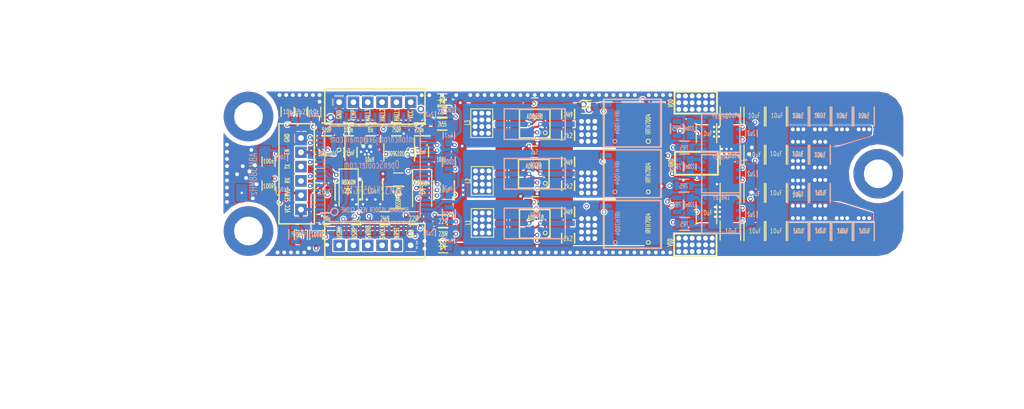
<source format=kicad_pcb>
(kicad_pcb (version 4) (host pcbnew 4.0.5)

  (general
    (links 463)
    (no_connects 1)
    (area 67.999499 81.999499 140.000501 100.000501)
    (thickness 1.6)
    (drawings 222)
    (tracks 1841)
    (zones 0)
    (modules 141)
    (nets 107)
  )

  (page A4 portrait)
  (layers
    (0 F.Cu signal)
    (1 In1.Cu signal)
    (2 In2.Cu signal)
    (31 B.Cu signal)
    (32 B.Adhes user hide)
    (33 F.Adhes user hide)
    (34 B.Paste user hide)
    (35 F.Paste user hide)
    (36 B.SilkS user)
    (37 F.SilkS user hide)
    (38 B.Mask user hide)
    (39 F.Mask user hide)
    (40 Dwgs.User user hide)
    (41 Cmts.User user hide)
    (42 Eco1.User user hide)
    (43 Eco2.User user hide)
    (44 Edge.Cuts user hide)
    (45 Margin user hide)
    (46 B.CrtYd user hide)
    (47 F.CrtYd user hide)
    (48 B.Fab user hide)
    (49 F.Fab user hide)
  )

  (setup
    (last_trace_width 0.19)
    (trace_clearance 0.127)
    (zone_clearance 0.128)
    (zone_45_only yes)
    (trace_min 0.126)
    (segment_width 0.1)
    (edge_width 0.02)
    (via_size 0.7)
    (via_drill 0.4)
    (via_min_size 0.1)
    (via_min_drill 0.1)
    (uvia_size 0.3)
    (uvia_drill 0.1)
    (uvias_allowed no)
    (uvia_min_size 0.2)
    (uvia_min_drill 0.1)
    (pcb_text_width 0.3)
    (pcb_text_size 1.5 1.5)
    (mod_edge_width 0.15)
    (mod_text_size 1 1)
    (mod_text_width 0.15)
    (pad_size 5.2 5.2)
    (pad_drill 3)
    (pad_to_mask_clearance 0)
    (aux_axis_origin 0 0)
    (visible_elements 7FFCC609)
    (pcbplotparams
      (layerselection 0x00030_80000001)
      (usegerberextensions false)
      (excludeedgelayer true)
      (linewidth 0.100000)
      (plotframeref false)
      (viasonmask false)
      (mode 1)
      (useauxorigin false)
      (hpglpennumber 1)
      (hpglpenspeed 20)
      (hpglpendiameter 15)
      (hpglpenoverlay 2)
      (psnegative false)
      (psa4output false)
      (plotreference true)
      (plotvalue true)
      (plotinvisibletext false)
      (padsonsilk false)
      (subtractmaskfromsilk false)
      (outputformat 1)
      (mirror false)
      (drillshape 0)
      (scaleselection 1)
      (outputdirectory ../../../../../../Desktop/))
  )

  (net 0 "")
  (net 1 VDD)
  (net 2 "Net-(Q1-Pad1)")
  (net 3 "Net-(Q2-Pad1)")
  (net 4 VSS)
  (net 5 "Net-(Q3-Pad1)")
  (net 6 "Net-(Q5-Pad1)")
  (net 7 "Net-(Q6-Pad1)")
  (net 8 "Net-(C1-Pad1)")
  (net 9 "Net-(C2-Pad1)")
  (net 10 "Net-(C3-Pad1)")
  (net 11 "Net-(U4-Pad4)")
  (net 12 "Net-(U5-Pad4)")
  (net 13 "Net-(U6-Pad4)")
  (net 14 "Net-(U7-Pad4)")
  (net 15 "Net-(U7-Pad2)")
  (net 16 "Net-(U7-Pad3)")
  (net 17 "Net-(U7-Pad20)")
  (net 18 "Net-(U7-Pad21)")
  (net 19 "Net-(U7-Pad22)")
  (net 20 "Net-(U7-Pad23)")
  (net 21 "Net-(U7-Pad33)")
  (net 22 "Net-(U7-Pad40)")
  (net 23 "Net-(U7-Pad50)")
  (net 24 "Net-(U7-Pad51)")
  (net 25 "Net-(U7-Pad52)")
  (net 26 "Net-(U7-Pad53)")
  (net 27 "Net-(U7-Pad54)")
  (net 28 "Net-(U7-Pad55)")
  (net 29 "Net-(U7-Pad56)")
  (net 30 "Net-(U7-Pad25)")
  (net 31 "Net-(U7-Pad58)")
  (net 32 "Net-(U7-Pad59)")
  (net 33 "Net-(U7-Pad28)")
  (net 34 "Net-(U7-Pad29)")
  (net 35 "Net-(U7-Pad30)")
  (net 36 "Net-(P1-Pad1)")
  (net 37 "Net-(P2-Pad1)")
  (net 38 "Net-(P3-Pad1)")
  (net 39 SH1)
  (net 40 SH2)
  (net 41 SH3)
  (net 42 C1)
  (net 43 C2)
  (net 44 C3)
  (net 45 "Net-(C17-Pad2)")
  (net 46 "Net-(C18-Pad2)")
  (net 47 VCC)
  (net 48 SENS_SUPPLY)
  (net 49 "Net-(R6-Pad2)")
  (net 50 "Net-(R7-Pad2)")
  (net 51 "Net-(R8-Pad2)")
  (net 52 "Net-(R10-Pad2)")
  (net 53 "Net-(R11-Pad2)")
  (net 54 SENS_1)
  (net 55 SENS_2)
  (net 56 SENS_3)
  (net 57 I1)
  (net 58 I2)
  (net 59 I3)
  (net 60 LI1)
  (net 61 HI1)
  (net 62 LI2)
  (net 63 HI2)
  (net 64 LI3)
  (net 65 HI3)
  (net 66 "Net-(C23-Pad1)")
  (net 67 "Net-(C23-Pad2)")
  (net 68 "Net-(C22-Pad2)")
  (net 69 +9V)
  (net 70 "Net-(C26-Pad2)")
  (net 71 "Net-(C27-Pad1)")
  (net 72 "Net-(C27-Pad2)")
  (net 73 "Net-(P10-Pad2)")
  (net 74 USB-DM)
  (net 75 USB-DP)
  (net 76 "Net-(D3-Pad1)")
  (net 77 "Net-(D4-Pad1)")
  (net 78 LED_GREEN)
  (net 79 LED_RED)
  (net 80 HALL_1)
  (net 81 HALL_2)
  (net 82 HALL_3)
  (net 83 SWCLK)
  (net 84 SWDIO)
  (net 85 NRST)
  (net 86 "Net-(C30-Pad1)")
  (net 87 "Net-(C31-Pad1)")
  (net 88 SERVO)
  (net 89 "Net-(P10-Pad1)")
  (net 90 TEMP_MOTOR)
  (net 91 RX)
  (net 92 TX)
  (net 93 EN)
  (net 94 servoi)
  (net 95 "Net-(C77-Pad2)")
  (net 96 "Net-(R1-Pad3)")
  (net 97 "Net-(R1-Pad4)")
  (net 98 "Net-(R2-Pad3)")
  (net 99 "Net-(R2-Pad4)")
  (net 100 "Net-(R3-Pad3)")
  (net 101 "Net-(R3-Pad4)")
  (net 102 "Net-(Q4-Pad1)")
  (net 103 "Net-(R9-Pad2)")
  (net 104 "Net-(R4-Pad2)")
  (net 105 "Net-(R35-Pad1)")
  (net 106 "Net-(R35-Pad2)")

  (net_class Default "This is the default net class."
    (clearance 0.127)
    (trace_width 0.19)
    (via_dia 0.7)
    (via_drill 0.4)
    (uvia_dia 0.3)
    (uvia_drill 0.1)
    (add_net +9V)
    (add_net C1)
    (add_net C2)
    (add_net C3)
    (add_net EN)
    (add_net HALL_1)
    (add_net HALL_2)
    (add_net HALL_3)
    (add_net HI1)
    (add_net HI2)
    (add_net HI3)
    (add_net I1)
    (add_net I2)
    (add_net I3)
    (add_net LED_GREEN)
    (add_net LED_RED)
    (add_net LI1)
    (add_net LI2)
    (add_net LI3)
    (add_net NRST)
    (add_net "Net-(C1-Pad1)")
    (add_net "Net-(C17-Pad2)")
    (add_net "Net-(C18-Pad2)")
    (add_net "Net-(C2-Pad1)")
    (add_net "Net-(C22-Pad2)")
    (add_net "Net-(C23-Pad1)")
    (add_net "Net-(C23-Pad2)")
    (add_net "Net-(C26-Pad2)")
    (add_net "Net-(C27-Pad1)")
    (add_net "Net-(C27-Pad2)")
    (add_net "Net-(C3-Pad1)")
    (add_net "Net-(C30-Pad1)")
    (add_net "Net-(C31-Pad1)")
    (add_net "Net-(C77-Pad2)")
    (add_net "Net-(D3-Pad1)")
    (add_net "Net-(D4-Pad1)")
    (add_net "Net-(P1-Pad1)")
    (add_net "Net-(P10-Pad1)")
    (add_net "Net-(P10-Pad2)")
    (add_net "Net-(P2-Pad1)")
    (add_net "Net-(P3-Pad1)")
    (add_net "Net-(Q1-Pad1)")
    (add_net "Net-(Q2-Pad1)")
    (add_net "Net-(Q3-Pad1)")
    (add_net "Net-(Q4-Pad1)")
    (add_net "Net-(Q5-Pad1)")
    (add_net "Net-(Q6-Pad1)")
    (add_net "Net-(R1-Pad3)")
    (add_net "Net-(R1-Pad4)")
    (add_net "Net-(R10-Pad2)")
    (add_net "Net-(R11-Pad2)")
    (add_net "Net-(R2-Pad3)")
    (add_net "Net-(R2-Pad4)")
    (add_net "Net-(R3-Pad3)")
    (add_net "Net-(R3-Pad4)")
    (add_net "Net-(R35-Pad1)")
    (add_net "Net-(R35-Pad2)")
    (add_net "Net-(R4-Pad2)")
    (add_net "Net-(R6-Pad2)")
    (add_net "Net-(R7-Pad2)")
    (add_net "Net-(R8-Pad2)")
    (add_net "Net-(R9-Pad2)")
    (add_net "Net-(U4-Pad4)")
    (add_net "Net-(U5-Pad4)")
    (add_net "Net-(U6-Pad4)")
    (add_net "Net-(U7-Pad2)")
    (add_net "Net-(U7-Pad20)")
    (add_net "Net-(U7-Pad21)")
    (add_net "Net-(U7-Pad22)")
    (add_net "Net-(U7-Pad23)")
    (add_net "Net-(U7-Pad25)")
    (add_net "Net-(U7-Pad28)")
    (add_net "Net-(U7-Pad29)")
    (add_net "Net-(U7-Pad3)")
    (add_net "Net-(U7-Pad30)")
    (add_net "Net-(U7-Pad33)")
    (add_net "Net-(U7-Pad4)")
    (add_net "Net-(U7-Pad40)")
    (add_net "Net-(U7-Pad50)")
    (add_net "Net-(U7-Pad51)")
    (add_net "Net-(U7-Pad52)")
    (add_net "Net-(U7-Pad53)")
    (add_net "Net-(U7-Pad54)")
    (add_net "Net-(U7-Pad55)")
    (add_net "Net-(U7-Pad56)")
    (add_net "Net-(U7-Pad58)")
    (add_net "Net-(U7-Pad59)")
    (add_net RX)
    (add_net SENS_1)
    (add_net SENS_2)
    (add_net SENS_3)
    (add_net SENS_SUPPLY)
    (add_net SERVO)
    (add_net SH1)
    (add_net SH2)
    (add_net SH3)
    (add_net SWCLK)
    (add_net SWDIO)
    (add_net TEMP_MOTOR)
    (add_net TX)
    (add_net USB-DM)
    (add_net USB-DP)
    (add_net VCC)
    (add_net VDD)
    (add_net VSS)
    (add_net servoi)
  )

  (net_class 05 ""
    (clearance 0.127)
    (trace_width 0.3)
    (via_dia 0.46)
    (via_drill 0.254)
    (uvia_dia 0.3)
    (uvia_drill 0.1)
  )

  (net_class abc ""
    (clearance 0.127)
    (trace_width 0.127)
    (via_dia 1)
    (via_drill 0.8)
    (uvia_dia 0.3)
    (uvia_drill 0.1)
  )

  (net_class vss ""
    (clearance 0.127)
    (trace_width 0.127)
    (via_dia 0.8)
    (via_drill 0.5)
    (uvia_dia 0.3)
    (uvia_drill 0.1)
  )

  (module Resistors_SMD:R_0603 (layer F.Cu) (tedit 5949890A) (tstamp 59485289)
    (at 78.1 97.4 270)
    (descr "Resistor SMD 0603, reflow soldering, Vishay (see dcrcw.pdf)")
    (tags "resistor 0603")
    (path /5948B35D)
    (attr smd)
    (fp_text reference R36 (at 0 -1.45 270) (layer F.SilkS) hide
      (effects (font (size 1 1) (thickness 0.15)))
    )
    (fp_text value 2k2 (at 0 1.5 270) (layer F.Fab)
      (effects (font (size 1 1) (thickness 0.15)))
    )
    (fp_text user %R (at 0 0 270) (layer F.Fab)
      (effects (font (size 0.5 0.5) (thickness 0.075)))
    )
    (fp_line (start -0.8 0.4) (end -0.8 -0.4) (layer F.Fab) (width 0.1))
    (fp_line (start 0.8 0.4) (end -0.8 0.4) (layer F.Fab) (width 0.1))
    (fp_line (start 0.8 -0.4) (end 0.8 0.4) (layer F.Fab) (width 0.1))
    (fp_line (start -0.8 -0.4) (end 0.8 -0.4) (layer F.Fab) (width 0.1))
    (fp_line (start 0.5 0.68) (end -0.5 0.68) (layer F.SilkS) (width 0.12))
    (fp_line (start -0.5 -0.68) (end 0.5 -0.68) (layer F.SilkS) (width 0.12))
    (fp_line (start -1.25 -0.7) (end 1.25 -0.7) (layer F.CrtYd) (width 0.05))
    (fp_line (start -1.25 -0.7) (end -1.25 0.7) (layer F.CrtYd) (width 0.05))
    (fp_line (start 1.25 0.7) (end 1.25 -0.7) (layer F.CrtYd) (width 0.05))
    (fp_line (start 1.25 0.7) (end -1.25 0.7) (layer F.CrtYd) (width 0.05))
    (pad 1 smd rect (at -0.75 0 270) (size 0.5 0.9) (layers F.Cu F.Paste F.Mask)
      (net 1 VDD))
    (pad 2 smd rect (at 0.75 0 270) (size 0.5 0.9) (layers F.Cu F.Paste F.Mask)
      (net 106 "Net-(R35-Pad2)"))
    (model ${KISYS3DMOD}/Resistors_SMD.3dshapes/R_0603.wrl
      (at (xyz 0 0 0))
      (scale (xyz 1 1 1))
      (rotate (xyz 0 0 0))
    )
  )

  (module Pin_Headers:Pin_Header_Straight_1x01_Pitch1.27mm (layer F.Cu) (tedit 58EFBF8F) (tstamp 58EFBF82)
    (at 71 85)
    (descr "Through hole straight pin header, 1x01, 1.27mm pitch, single row")
    (tags "Through hole pin header THT 1x01 1.27mm single row")
    (fp_text reference REF** (at 0 -1.695) (layer F.SilkS) hide
      (effects (font (size 1 1) (thickness 0.15)))
    )
    (fp_text value Pin_Header_Straight_1x01_Pitch1.27mm (at 0 1.695) (layer F.Fab) hide
      (effects (font (size 1 1) (thickness 0.15)))
    )
    (fp_line (start -1.27 -0.635) (end -1.27 0.635) (layer F.Fab) (width 0.1))
    (fp_line (start -1.27 0.635) (end 1.27 0.635) (layer F.Fab) (width 0.1))
    (fp_line (start 1.27 0.635) (end 1.27 -0.635) (layer F.Fab) (width 0.1))
    (fp_line (start 1.27 -0.635) (end -1.27 -0.635) (layer F.Fab) (width 0.1))
    (fp_line (start -1.33 0.635) (end -1.33 0.695) (layer F.SilkS) (width 0.12))
    (fp_line (start -1.33 0.695) (end 1.33 0.695) (layer F.SilkS) (width 0.12))
    (fp_line (start 1.33 0.695) (end 1.33 0.635) (layer F.SilkS) (width 0.12))
    (fp_line (start 1.33 0.635) (end -1.33 0.635) (layer F.SilkS) (width 0.12))
    (fp_line (start -1.33 0) (end -1.33 -0.695) (layer F.SilkS) (width 0.12))
    (fp_line (start -1.33 -0.695) (end 0 -0.695) (layer F.SilkS) (width 0.12))
    (fp_line (start -1.8 -1.15) (end -1.8 1.15) (layer F.CrtYd) (width 0.05))
    (fp_line (start -1.8 1.15) (end 1.8 1.15) (layer F.CrtYd) (width 0.05))
    (fp_line (start 1.8 1.15) (end 1.8 -1.15) (layer F.CrtYd) (width 0.05))
    (fp_line (start 1.8 -1.15) (end -1.8 -1.15) (layer F.CrtYd) (width 0.05))
    (fp_text user %R (at 0 -1.695) (layer F.Fab)
      (effects (font (size 1 1) (thickness 0.15)))
    )
    (pad 1 thru_hole circle (at 0 0) (size 5.2 5.2) (drill 3) (layers *.Cu *.Mask))
    (model ${KISYS3DMOD}/Pin_Headers.3dshapes/Pin_Header_Straight_1x01_Pitch1.27mm.wrl
      (at (xyz 0 0 0))
      (scale (xyz 1 1 1))
      (rotate (xyz 0 0 0))
    )
  )

  (module Pin_Headers:Pin_Header_Straight_1x01_Pitch1.27mm (layer F.Cu) (tedit 58EFBF84) (tstamp 58EFBF6F)
    (at 71 97)
    (descr "Through hole straight pin header, 1x01, 1.27mm pitch, single row")
    (tags "Through hole pin header THT 1x01 1.27mm single row")
    (fp_text reference REF** (at 0 -1.695) (layer F.SilkS) hide
      (effects (font (size 1 1) (thickness 0.15)))
    )
    (fp_text value Pin_Header_Straight_1x01_Pitch1.27mm (at 0 1.695) (layer F.Fab) hide
      (effects (font (size 1 1) (thickness 0.15)))
    )
    (fp_line (start -1.27 -0.635) (end -1.27 0.635) (layer F.Fab) (width 0.1))
    (fp_line (start -1.27 0.635) (end 1.27 0.635) (layer F.Fab) (width 0.1))
    (fp_line (start 1.27 0.635) (end 1.27 -0.635) (layer F.Fab) (width 0.1))
    (fp_line (start 1.27 -0.635) (end -1.27 -0.635) (layer F.Fab) (width 0.1))
    (fp_line (start -1.33 0.635) (end -1.33 0.695) (layer F.SilkS) (width 0.12))
    (fp_line (start -1.33 0.695) (end 1.33 0.695) (layer F.SilkS) (width 0.12))
    (fp_line (start 1.33 0.695) (end 1.33 0.635) (layer F.SilkS) (width 0.12))
    (fp_line (start 1.33 0.635) (end -1.33 0.635) (layer F.SilkS) (width 0.12))
    (fp_line (start -1.33 0) (end -1.33 -0.695) (layer F.SilkS) (width 0.12))
    (fp_line (start -1.33 -0.695) (end 0 -0.695) (layer F.SilkS) (width 0.12))
    (fp_line (start -1.8 -1.15) (end -1.8 1.15) (layer F.CrtYd) (width 0.05))
    (fp_line (start -1.8 1.15) (end 1.8 1.15) (layer F.CrtYd) (width 0.05))
    (fp_line (start 1.8 1.15) (end 1.8 -1.15) (layer F.CrtYd) (width 0.05))
    (fp_line (start 1.8 -1.15) (end -1.8 -1.15) (layer F.CrtYd) (width 0.05))
    (fp_text user %R (at 0 -1.695) (layer F.Fab)
      (effects (font (size 1 1) (thickness 0.15)))
    )
    (pad 1 thru_hole circle (at 0 0) (size 5.2 5.2) (drill 3) (layers *.Cu *.Mask))
    (model ${KISYS3DMOD}/Pin_Headers.3dshapes/Pin_Header_Straight_1x01_Pitch1.27mm.wrl
      (at (xyz 0 0 0))
      (scale (xyz 1 1 1))
      (rotate (xyz 0 0 0))
    )
  )

  (module kicad_subory:2512R (layer B.Cu) (tedit 58EE59F1) (tstamp 5890FF9B)
    (at 101 96.2)
    (path /5890FF81)
    (fp_text reference R2 (at 0 -3.6) (layer B.SilkS) hide
      (effects (font (size 1 1) (thickness 0.15)) (justify mirror))
    )
    (fp_text value RSENS (at 0.2 3.4) (layer B.Fab)
      (effects (font (size 1 1) (thickness 0.15)) (justify mirror))
    )
    (fp_line (start 3.2 1.6) (end -3.2 1.6) (layer B.SilkS) (width 0.15))
    (fp_line (start 3.2 -1.6) (end 3.2 1.6) (layer B.SilkS) (width 0.15))
    (fp_line (start -3.2 -1.6) (end 3.2 -1.6) (layer B.SilkS) (width 0.15))
    (fp_line (start -3.2 1.6) (end -3.2 -1.6) (layer B.SilkS) (width 0.15))
    (pad 3 smd rect (at -2.5 0) (size 3.4 0.6) (layers B.Cu B.Paste B.Mask)
      (net 98 "Net-(R2-Pad3)"))
    (pad 4 smd rect (at 2.5 0) (size 3.4 0.6) (layers B.Cu B.Paste B.Mask)
      (net 99 "Net-(R2-Pad4)"))
    (pad 1 smd rect (at -2.5 1.4) (size 3.4 1.2) (layers B.Cu B.Paste B.Mask)
      (net 37 "Net-(P2-Pad1)"))
    (pad 2 smd rect (at 2.5 1.4) (size 3.4 1.2) (layers B.Cu B.Paste B.Mask)
      (net 40 SH2))
    (pad 1 smd rect (at -2.5 -1.4) (size 3.4 1.2) (layers B.Cu B.Paste B.Mask)
      (net 37 "Net-(P2-Pad1)"))
    (pad 2 smd rect (at 2.5 -1.4) (size 3.4 1.2) (layers B.Cu B.Paste B.Mask)
      (net 40 SH2))
    (model Resistors_SMD.3dshapes/R_2512.wrl
      (at (xyz 0 0 0))
      (scale (xyz 1 1 1))
      (rotate (xyz 0 0 0))
    )
  )

  (module kicad_subory:PQFN5x6B (layer F.Cu) (tedit 58EE590B) (tstamp 5890FF5D)
    (at 114.005 96.3 180)
    (path /5890FF3B)
    (fp_text reference Q4 (at -3.5 0 270) (layer F.SilkS) hide
      (effects (font (size 1 1) (thickness 0.15)))
    )
    (fp_text value Q_NMOS_GSD (at 2.75 -3.5 180) (layer F.Fab)
      (effects (font (size 1 1) (thickness 0.15)))
    )
    (fp_line (start -0.25 -2.5) (end 5.75 -2.5) (layer F.SilkS) (width 0.15))
    (fp_line (start 5.75 -2.5) (end 5.75 2.5) (layer F.SilkS) (width 0.15))
    (fp_line (start 5.75 2.5) (end -0.25 2.5) (layer F.SilkS) (width 0.15))
    (fp_line (start -0.25 2.5) (end -0.25 -2.5) (layer F.SilkS) (width 0.15))
    (pad 3 smd rect (at 5.77 -0.635 180) (size 0.79 0.5) (layers F.Cu F.Paste F.Mask)
      (net 40 SH2))
    (pad 3 smd rect (at 5.77 0.635 180) (size 0.79 0.5) (layers F.Cu F.Paste F.Mask)
      (net 40 SH2))
    (pad 3 smd rect (at 5.77 1.905 180) (size 0.79 0.5) (layers F.Cu F.Paste F.Mask)
      (net 40 SH2))
    (pad 1 smd rect (at 0 1.905 180) (size 1.25 0.5) (layers F.Cu F.Paste F.Mask)
      (net 102 "Net-(Q4-Pad1)"))
    (pad 2 smd rect (at 0 0.635 180) (size 1.25 0.5) (layers F.Cu F.Paste F.Mask)
      (net 4 VSS))
    (pad 2 smd rect (at 0 -0.635 180) (size 1.25 0.5) (layers F.Cu F.Paste F.Mask)
      (net 4 VSS))
    (pad 2 smd rect (at 0 -1.905 180) (size 1.25 0.5) (layers F.Cu F.Paste F.Mask)
      (net 4 VSS))
    (pad 3 smd rect (at 3.555 0 180) (size 3.65 4.31) (layers F.Cu F.Paste F.Mask)
      (net 40 SH2))
    (pad 3 smd rect (at 5.77 -1.905 180) (size 0.79 0.5) (layers F.Cu F.Paste F.Mask)
      (net 40 SH2))
    (model "../../../../../../Users/Anton/OneDrive/Work/Work/Kicad/kicad_subory/3dmodels/1PQFN 5x6.wrl"
      (at (xyz -0.01 0.098 0))
      (scale (xyz 1 1 1))
      (rotate (xyz 0 0 0))
    )
  )

  (module kicad_subory:PQFN5x6B (layer B.Cu) (tedit 58EE59FF) (tstamp 5890FF2A)
    (at 108.445 91)
    (path /589100ED)
    (fp_text reference Q1 (at -1.5 0 90) (layer B.SilkS) hide
      (effects (font (size 1 1) (thickness 0.15)) (justify mirror))
    )
    (fp_text value Q_NMOS_GSD (at 2.75 3.5) (layer B.Fab)
      (effects (font (size 1 1) (thickness 0.15)) (justify mirror))
    )
    (fp_line (start -0.25 2.5) (end 5.75 2.5) (layer B.SilkS) (width 0.15))
    (fp_line (start 5.75 2.5) (end 5.75 -2.5) (layer B.SilkS) (width 0.15))
    (fp_line (start 5.75 -2.5) (end -0.25 -2.5) (layer B.SilkS) (width 0.15))
    (fp_line (start -0.25 -2.5) (end -0.25 2.5) (layer B.SilkS) (width 0.15))
    (pad 3 smd rect (at 5.77 0.635) (size 0.79 0.5) (layers B.Cu B.Paste B.Mask)
      (net 1 VDD))
    (pad 3 smd rect (at 5.77 -0.635) (size 0.79 0.5) (layers B.Cu B.Paste B.Mask)
      (net 1 VDD))
    (pad 3 smd rect (at 5.77 -1.905) (size 0.79 0.5) (layers B.Cu B.Paste B.Mask)
      (net 1 VDD))
    (pad 1 smd rect (at 0 -1.905) (size 1.25 0.5) (layers B.Cu B.Paste B.Mask)
      (net 2 "Net-(Q1-Pad1)"))
    (pad 2 smd rect (at 0 -0.635) (size 1.25 0.5) (layers B.Cu B.Paste B.Mask)
      (net 39 SH1))
    (pad 2 smd rect (at 0 0.635) (size 1.25 0.5) (layers B.Cu B.Paste B.Mask)
      (net 39 SH1))
    (pad 2 smd rect (at 0 1.905) (size 1.25 0.5) (layers B.Cu B.Paste B.Mask)
      (net 39 SH1))
    (pad 3 smd rect (at 3.555 0) (size 3.65 4.31) (layers B.Cu B.Paste B.Mask)
      (net 1 VDD))
    (pad 3 smd rect (at 5.77 1.905) (size 0.79 0.5) (layers B.Cu B.Paste B.Mask)
      (net 1 VDD))
    (model "../../../../../../Users/Anton/OneDrive/Work/Work/Kicad/kicad_subory/3dmodels/1PQFN 5x6.wrl"
      (at (xyz -0.01 0.098 0))
      (scale (xyz 1 1 1))
      (rotate (xyz 0 0 0))
    )
  )

  (module kicad_subory:PQFN5x6B (layer F.Cu) (tedit 58EE58F8) (tstamp 5890FF3B)
    (at 114 91 180)
    (path /589100F3)
    (fp_text reference Q2 (at -3.5 0 270) (layer F.SilkS) hide
      (effects (font (size 1 1) (thickness 0.15)))
    )
    (fp_text value Q_NMOS_GSD (at 2.75 -3.5 180) (layer F.Fab)
      (effects (font (size 1 1) (thickness 0.15)))
    )
    (fp_line (start -0.25 -2.5) (end 5.75 -2.5) (layer F.SilkS) (width 0.15))
    (fp_line (start 5.75 -2.5) (end 5.75 2.5) (layer F.SilkS) (width 0.15))
    (fp_line (start 5.75 2.5) (end -0.25 2.5) (layer F.SilkS) (width 0.15))
    (fp_line (start -0.25 2.5) (end -0.25 -2.5) (layer F.SilkS) (width 0.15))
    (pad 3 smd rect (at 5.77 -0.635 180) (size 0.79 0.5) (layers F.Cu F.Paste F.Mask)
      (net 39 SH1))
    (pad 3 smd rect (at 5.77 0.635 180) (size 0.79 0.5) (layers F.Cu F.Paste F.Mask)
      (net 39 SH1))
    (pad 3 smd rect (at 5.77 1.905 180) (size 0.79 0.5) (layers F.Cu F.Paste F.Mask)
      (net 39 SH1))
    (pad 1 smd rect (at 0 1.905 180) (size 1.25 0.5) (layers F.Cu F.Paste F.Mask)
      (net 3 "Net-(Q2-Pad1)"))
    (pad 2 smd rect (at 0 0.635 180) (size 1.25 0.5) (layers F.Cu F.Paste F.Mask)
      (net 4 VSS))
    (pad 2 smd rect (at 0 -0.635 180) (size 1.25 0.5) (layers F.Cu F.Paste F.Mask)
      (net 4 VSS))
    (pad 2 smd rect (at 0 -1.905 180) (size 1.25 0.5) (layers F.Cu F.Paste F.Mask)
      (net 4 VSS))
    (pad 3 smd rect (at 3.555 0 180) (size 3.65 4.31) (layers F.Cu F.Paste F.Mask)
      (net 39 SH1))
    (pad 3 smd rect (at 5.77 -1.905 180) (size 0.79 0.5) (layers F.Cu F.Paste F.Mask)
      (net 39 SH1))
    (model "../../../../../../Users/Anton/OneDrive/Work/Work/Kicad/kicad_subory/3dmodels/1PQFN 5x6.wrl"
      (at (xyz -0.01 0.098 0))
      (scale (xyz 1 1 1))
      (rotate (xyz 0 0 0))
    )
  )

  (module kicad_subory:PQFN5x6B (layer B.Cu) (tedit 58EE5A02) (tstamp 5890FF4C)
    (at 108.445 96.3)
    (path /5890FF35)
    (fp_text reference Q3 (at -1.5 0 90) (layer B.SilkS) hide
      (effects (font (size 1 1) (thickness 0.15)) (justify mirror))
    )
    (fp_text value Q_NMOS_GSD (at 2.75 3.5) (layer B.Fab)
      (effects (font (size 1 1) (thickness 0.15)) (justify mirror))
    )
    (fp_line (start -0.25 2.5) (end 5.75 2.5) (layer B.SilkS) (width 0.15))
    (fp_line (start 5.75 2.5) (end 5.75 -2.5) (layer B.SilkS) (width 0.15))
    (fp_line (start 5.75 -2.5) (end -0.25 -2.5) (layer B.SilkS) (width 0.15))
    (fp_line (start -0.25 -2.5) (end -0.25 2.5) (layer B.SilkS) (width 0.15))
    (pad 3 smd rect (at 5.77 0.635) (size 0.79 0.5) (layers B.Cu B.Paste B.Mask)
      (net 1 VDD))
    (pad 3 smd rect (at 5.77 -0.635) (size 0.79 0.5) (layers B.Cu B.Paste B.Mask)
      (net 1 VDD))
    (pad 3 smd rect (at 5.77 -1.905) (size 0.79 0.5) (layers B.Cu B.Paste B.Mask)
      (net 1 VDD))
    (pad 1 smd rect (at 0 -1.905) (size 1.25 0.5) (layers B.Cu B.Paste B.Mask)
      (net 5 "Net-(Q3-Pad1)"))
    (pad 2 smd rect (at 0 -0.635) (size 1.25 0.5) (layers B.Cu B.Paste B.Mask)
      (net 40 SH2))
    (pad 2 smd rect (at 0 0.635) (size 1.25 0.5) (layers B.Cu B.Paste B.Mask)
      (net 40 SH2))
    (pad 2 smd rect (at 0 1.905) (size 1.25 0.5) (layers B.Cu B.Paste B.Mask)
      (net 40 SH2))
    (pad 3 smd rect (at 3.555 0) (size 3.65 4.31) (layers B.Cu B.Paste B.Mask)
      (net 1 VDD))
    (pad 3 smd rect (at 5.77 1.905) (size 0.79 0.5) (layers B.Cu B.Paste B.Mask)
      (net 1 VDD))
    (model "../../../../../../Users/Anton/OneDrive/Work/Work/Kicad/kicad_subory/3dmodels/1PQFN 5x6.wrl"
      (at (xyz -0.01 0.098 0))
      (scale (xyz 1 1 1))
      (rotate (xyz 0 0 0))
    )
  )

  (module kicad_subory:PQFN5x6B (layer B.Cu) (tedit 58EE59FD) (tstamp 5890FF6E)
    (at 108.445 85.7)
    (path /5890D596)
    (fp_text reference Q5 (at -1.5 0 90) (layer B.SilkS) hide
      (effects (font (size 1 1) (thickness 0.15)) (justify mirror))
    )
    (fp_text value Q_NMOS_GSD (at 2.75 3.5) (layer B.Fab)
      (effects (font (size 1 1) (thickness 0.15)) (justify mirror))
    )
    (fp_line (start -0.25 2.5) (end 5.75 2.5) (layer B.SilkS) (width 0.15))
    (fp_line (start 5.75 2.5) (end 5.75 -2.5) (layer B.SilkS) (width 0.15))
    (fp_line (start 5.75 -2.5) (end -0.25 -2.5) (layer B.SilkS) (width 0.15))
    (fp_line (start -0.25 -2.5) (end -0.25 2.5) (layer B.SilkS) (width 0.15))
    (pad 3 smd rect (at 5.77 0.635) (size 0.79 0.5) (layers B.Cu B.Paste B.Mask)
      (net 1 VDD))
    (pad 3 smd rect (at 5.77 -0.635) (size 0.79 0.5) (layers B.Cu B.Paste B.Mask)
      (net 1 VDD))
    (pad 3 smd rect (at 5.77 -1.905) (size 0.79 0.5) (layers B.Cu B.Paste B.Mask)
      (net 1 VDD))
    (pad 1 smd rect (at 0 -1.905) (size 1.25 0.5) (layers B.Cu B.Paste B.Mask)
      (net 6 "Net-(Q5-Pad1)"))
    (pad 2 smd rect (at 0 -0.635) (size 1.25 0.5) (layers B.Cu B.Paste B.Mask)
      (net 41 SH3))
    (pad 2 smd rect (at 0 0.635) (size 1.25 0.5) (layers B.Cu B.Paste B.Mask)
      (net 41 SH3))
    (pad 2 smd rect (at 0 1.905) (size 1.25 0.5) (layers B.Cu B.Paste B.Mask)
      (net 41 SH3))
    (pad 3 smd rect (at 3.555 0) (size 3.65 4.31) (layers B.Cu B.Paste B.Mask)
      (net 1 VDD))
    (pad 3 smd rect (at 5.77 1.905) (size 0.79 0.5) (layers B.Cu B.Paste B.Mask)
      (net 1 VDD))
    (model "../../../../../../Users/Anton/OneDrive/Work/Work/Kicad/kicad_subory/3dmodels/1PQFN 5x6.wrl"
      (at (xyz -0.01 0.098 0))
      (scale (xyz 1 1 1))
      (rotate (xyz 0 0 0))
    )
  )

  (module kicad_subory:PQFN5x6B (layer F.Cu) (tedit 58EE58E8) (tstamp 5890FF7F)
    (at 114.005 85.7 180)
    (path /5890DDDE)
    (fp_text reference Q6 (at -3.5 0 270) (layer F.SilkS) hide
      (effects (font (size 1 1) (thickness 0.15)))
    )
    (fp_text value Q_NMOS_GSD (at 2.75 -3.5 180) (layer F.Fab)
      (effects (font (size 1 1) (thickness 0.15)))
    )
    (fp_line (start -0.25 -2.5) (end 5.75 -2.5) (layer F.SilkS) (width 0.15))
    (fp_line (start 5.75 -2.5) (end 5.75 2.5) (layer F.SilkS) (width 0.15))
    (fp_line (start 5.75 2.5) (end -0.25 2.5) (layer F.SilkS) (width 0.15))
    (fp_line (start -0.25 2.5) (end -0.25 -2.5) (layer F.SilkS) (width 0.15))
    (pad 3 smd rect (at 5.77 -0.635 180) (size 0.79 0.5) (layers F.Cu F.Paste F.Mask)
      (net 41 SH3))
    (pad 3 smd rect (at 5.77 0.635 180) (size 0.79 0.5) (layers F.Cu F.Paste F.Mask)
      (net 41 SH3))
    (pad 3 smd rect (at 5.77 1.905 180) (size 0.79 0.5) (layers F.Cu F.Paste F.Mask)
      (net 41 SH3))
    (pad 1 smd rect (at 0 1.905 180) (size 1.25 0.5) (layers F.Cu F.Paste F.Mask)
      (net 7 "Net-(Q6-Pad1)"))
    (pad 2 smd rect (at 0 0.635 180) (size 1.25 0.5) (layers F.Cu F.Paste F.Mask)
      (net 4 VSS))
    (pad 2 smd rect (at 0 -0.635 180) (size 1.25 0.5) (layers F.Cu F.Paste F.Mask)
      (net 4 VSS))
    (pad 2 smd rect (at 0 -1.905 180) (size 1.25 0.5) (layers F.Cu F.Paste F.Mask)
      (net 4 VSS))
    (pad 3 smd rect (at 3.555 0 180) (size 3.65 4.31) (layers F.Cu F.Paste F.Mask)
      (net 41 SH3))
    (pad 3 smd rect (at 5.77 -1.905 180) (size 0.79 0.5) (layers F.Cu F.Paste F.Mask)
      (net 41 SH3))
    (model "../../../../../../Users/Anton/OneDrive/Work/Work/Kicad/kicad_subory/3dmodels/1PQFN 5x6.wrl"
      (at (xyz -0.01 0.098 0))
      (scale (xyz 1 1 1))
      (rotate (xyz 0 0 0))
    )
  )

  (module kicad_subory:2512R (layer B.Cu) (tedit 58EE5A7D) (tstamp 5890FF8D)
    (at 101 91)
    (path /58910139)
    (fp_text reference R1 (at 0 -3.6) (layer B.SilkS) hide
      (effects (font (size 1 1) (thickness 0.15)) (justify mirror))
    )
    (fp_text value RSENS (at 0.2 3.4) (layer B.Fab)
      (effects (font (size 1 1) (thickness 0.15)) (justify mirror))
    )
    (fp_line (start 3.2 1.6) (end -3.2 1.6) (layer B.SilkS) (width 0.15))
    (fp_line (start 3.2 -1.6) (end 3.2 1.6) (layer B.SilkS) (width 0.15))
    (fp_line (start -3.2 -1.6) (end 3.2 -1.6) (layer B.SilkS) (width 0.15))
    (fp_line (start -3.2 1.6) (end -3.2 -1.6) (layer B.SilkS) (width 0.15))
    (pad 3 smd rect (at -2.5 0) (size 3.4 0.6) (layers B.Cu B.Paste B.Mask)
      (net 96 "Net-(R1-Pad3)"))
    (pad 4 smd rect (at 2.5 0) (size 3.4 0.6) (layers B.Cu B.Paste B.Mask)
      (net 97 "Net-(R1-Pad4)"))
    (pad 1 smd rect (at -2.5 1.4) (size 3.4 1.2) (layers B.Cu B.Paste B.Mask)
      (net 36 "Net-(P1-Pad1)"))
    (pad 2 smd rect (at 2.5 1.4) (size 3.4 1.2) (layers B.Cu B.Paste B.Mask)
      (net 39 SH1))
    (pad 1 smd rect (at -2.5 -1.4) (size 3.4 1.2) (layers B.Cu B.Paste B.Mask)
      (net 36 "Net-(P1-Pad1)"))
    (pad 2 smd rect (at 2.5 -1.4) (size 3.4 1.2) (layers B.Cu B.Paste B.Mask)
      (net 39 SH1))
    (model Resistors_SMD.3dshapes/R_2512.wrl
      (at (xyz 0 0 0))
      (scale (xyz 1 1 1))
      (rotate (xyz 0 0 0))
    )
  )

  (module kicad_subory:2512R (layer B.Cu) (tedit 58EE59EF) (tstamp 5890FFA9)
    (at 101 85.8)
    (path /5890E02B)
    (fp_text reference R3 (at 0 -3.6) (layer B.SilkS) hide
      (effects (font (size 1 1) (thickness 0.15)) (justify mirror))
    )
    (fp_text value RSENS (at 0.2 3.4) (layer B.Fab)
      (effects (font (size 1 1) (thickness 0.15)) (justify mirror))
    )
    (fp_line (start 3.2 1.6) (end -3.2 1.6) (layer B.SilkS) (width 0.15))
    (fp_line (start 3.2 -1.6) (end 3.2 1.6) (layer B.SilkS) (width 0.15))
    (fp_line (start -3.2 -1.6) (end 3.2 -1.6) (layer B.SilkS) (width 0.15))
    (fp_line (start -3.2 1.6) (end -3.2 -1.6) (layer B.SilkS) (width 0.15))
    (pad 3 smd rect (at -2.5 0) (size 3.4 0.6) (layers B.Cu B.Paste B.Mask)
      (net 100 "Net-(R3-Pad3)"))
    (pad 4 smd rect (at 2.5 0) (size 3.4 0.6) (layers B.Cu B.Paste B.Mask)
      (net 101 "Net-(R3-Pad4)"))
    (pad 1 smd rect (at -2.5 1.4) (size 3.4 1.2) (layers B.Cu B.Paste B.Mask)
      (net 38 "Net-(P3-Pad1)"))
    (pad 2 smd rect (at 2.5 1.4) (size 3.4 1.2) (layers B.Cu B.Paste B.Mask)
      (net 41 SH3))
    (pad 1 smd rect (at -2.5 -1.4) (size 3.4 1.2) (layers B.Cu B.Paste B.Mask)
      (net 38 "Net-(P3-Pad1)"))
    (pad 2 smd rect (at 2.5 -1.4) (size 3.4 1.2) (layers B.Cu B.Paste B.Mask)
      (net 41 SH3))
    (model Resistors_SMD.3dshapes/R_2512.wrl
      (at (xyz 0 0 0))
      (scale (xyz 1 1 1))
      (rotate (xyz 0 0 0))
    )
  )

  (module kicad_subory:MSOP (layer F.Cu) (tedit 58EE5957) (tstamp 5890FFFB)
    (at 100.9 91 180)
    (descr "MS8E Package; 8-Lead Plastic MSOP, Exposed Die Pad (see Linear Technology 05081662_K_MS8E.pdf)")
    (tags "SSOP 0.65")
    (path /5891012A)
    (attr smd)
    (fp_text reference U4 (at 0 -2.55 180) (layer F.SilkS) hide
      (effects (font (size 1 1) (thickness 0.15)))
    )
    (fp_text value AD8418 (at 0 2.55 180) (layer F.Fab)
      (effects (font (size 1 1) (thickness 0.15)))
    )
    (fp_line (start -2.8 1.8) (end 2.8 1.8) (layer F.CrtYd) (width 0.05))
    (fp_line (start -2.8 -1.8) (end 2.8 -1.8) (layer F.CrtYd) (width 0.05))
    (fp_line (start 2.8 -1.8) (end 2.8 1.8) (layer F.CrtYd) (width 0.05))
    (fp_line (start -2.8 -1.8) (end -2.8 1.8) (layer F.CrtYd) (width 0.05))
    (fp_line (start -1.6 -1.5) (end 1.6 -1.5) (layer F.SilkS) (width 0.15))
    (fp_line (start -1.6 1.5) (end -1.6 -1.5) (layer F.SilkS) (width 0.15))
    (fp_line (start 1.6 1.5) (end -1.6 1.5) (layer F.SilkS) (width 0.15))
    (fp_line (start 1.6 -1.5) (end 1.6 1.5) (layer F.SilkS) (width 0.15))
    (fp_line (start -1.3 -1.5) (end -1.5 -1.4) (layer F.SilkS) (width 0.15))
    (fp_line (start -1.6 -1.2) (end -1.3 -1.5) (layer F.SilkS) (width 0.15))
    (pad 8 smd rect (at 2.105 -0.975 180) (size 0.89 0.42) (layers F.Cu F.Paste F.Mask)
      (net 97 "Net-(R1-Pad4)"))
    (pad 7 smd rect (at 2.105 -0.325 180) (size 0.89 0.42) (layers F.Cu F.Paste F.Mask)
      (net 47 VCC))
    (pad 6 smd rect (at 2.105 0.325 180) (size 0.89 0.42) (layers F.Cu F.Paste F.Mask)
      (net 47 VCC))
    (pad 5 smd rect (at 2.105 0.975 180) (size 0.89 0.42) (layers F.Cu F.Paste F.Mask)
      (net 57 I1))
    (pad 4 smd rect (at -2.105 0.975 180) (size 0.89 0.42) (layers F.Cu F.Paste F.Mask)
      (net 11 "Net-(U4-Pad4)"))
    (pad 3 smd rect (at -2.105 0.325 180) (size 0.89 0.42) (layers F.Cu F.Paste F.Mask)
      (net 4 VSS))
    (pad 2 smd rect (at -2.105 -0.325 180) (size 0.89 0.42) (layers F.Cu F.Paste F.Mask)
      (net 4 VSS))
    (pad 1 smd rect (at -2.105 -0.975 180) (size 0.89 0.42) (layers F.Cu F.Paste F.Mask)
      (net 96 "Net-(R1-Pad3)"))
    (model Housings_SSOP.3dshapes/MSOP-8-1EP_3x3mm_Pitch0.65mm.wrl
      (at (xyz 0 0 0))
      (scale (xyz 1 1 1))
      (rotate (xyz 0 0 0))
    )
  )

  (module kicad_subory:MSOP (layer F.Cu) (tedit 58EE595E) (tstamp 58910011)
    (at 101 96.25 180)
    (descr "MS8E Package; 8-Lead Plastic MSOP, Exposed Die Pad (see Linear Technology 05081662_K_MS8E.pdf)")
    (tags "SSOP 0.65")
    (path /5890FF72)
    (attr smd)
    (fp_text reference U5 (at 0 -2.55 180) (layer F.SilkS) hide
      (effects (font (size 1 1) (thickness 0.15)))
    )
    (fp_text value AD8418 (at 0 2.55 180) (layer F.Fab)
      (effects (font (size 1 1) (thickness 0.15)))
    )
    (fp_line (start -2.8 1.8) (end 2.8 1.8) (layer F.CrtYd) (width 0.05))
    (fp_line (start -2.8 -1.8) (end 2.8 -1.8) (layer F.CrtYd) (width 0.05))
    (fp_line (start 2.8 -1.8) (end 2.8 1.8) (layer F.CrtYd) (width 0.05))
    (fp_line (start -2.8 -1.8) (end -2.8 1.8) (layer F.CrtYd) (width 0.05))
    (fp_line (start -1.6 -1.5) (end 1.6 -1.5) (layer F.SilkS) (width 0.15))
    (fp_line (start -1.6 1.5) (end -1.6 -1.5) (layer F.SilkS) (width 0.15))
    (fp_line (start 1.6 1.5) (end -1.6 1.5) (layer F.SilkS) (width 0.15))
    (fp_line (start 1.6 -1.5) (end 1.6 1.5) (layer F.SilkS) (width 0.15))
    (fp_line (start -1.3 -1.5) (end -1.5 -1.4) (layer F.SilkS) (width 0.15))
    (fp_line (start -1.6 -1.2) (end -1.3 -1.5) (layer F.SilkS) (width 0.15))
    (pad 8 smd rect (at 2.105 -0.975 180) (size 0.89 0.42) (layers F.Cu F.Paste F.Mask)
      (net 99 "Net-(R2-Pad4)"))
    (pad 7 smd rect (at 2.105 -0.325 180) (size 0.89 0.42) (layers F.Cu F.Paste F.Mask)
      (net 47 VCC))
    (pad 6 smd rect (at 2.105 0.325 180) (size 0.89 0.42) (layers F.Cu F.Paste F.Mask)
      (net 47 VCC))
    (pad 5 smd rect (at 2.105 0.975 180) (size 0.89 0.42) (layers F.Cu F.Paste F.Mask)
      (net 58 I2))
    (pad 4 smd rect (at -2.105 0.975 180) (size 0.89 0.42) (layers F.Cu F.Paste F.Mask)
      (net 12 "Net-(U5-Pad4)"))
    (pad 3 smd rect (at -2.105 0.325 180) (size 0.89 0.42) (layers F.Cu F.Paste F.Mask)
      (net 4 VSS))
    (pad 2 smd rect (at -2.105 -0.325 180) (size 0.89 0.42) (layers F.Cu F.Paste F.Mask)
      (net 4 VSS))
    (pad 1 smd rect (at -2.105 -0.975 180) (size 0.89 0.42) (layers F.Cu F.Paste F.Mask)
      (net 98 "Net-(R2-Pad3)"))
    (model Housings_SSOP.3dshapes/MSOP-8-1EP_3x3mm_Pitch0.65mm.wrl
      (at (xyz 0 0 0))
      (scale (xyz 1 1 1))
      (rotate (xyz 0 0 0))
    )
  )

  (module kicad_subory:MSOP (layer F.Cu) (tedit 58EE594C) (tstamp 58910027)
    (at 101 85.75 180)
    (descr "MS8E Package; 8-Lead Plastic MSOP, Exposed Die Pad (see Linear Technology 05081662_K_MS8E.pdf)")
    (tags "SSOP 0.65")
    (path /5890EA34)
    (attr smd)
    (fp_text reference U6 (at 0 -2.55 180) (layer F.SilkS) hide
      (effects (font (size 1 1) (thickness 0.15)))
    )
    (fp_text value AD8418 (at 0 2.55 180) (layer F.Fab)
      (effects (font (size 1 1) (thickness 0.15)))
    )
    (fp_line (start -2.8 1.8) (end 2.8 1.8) (layer F.CrtYd) (width 0.05))
    (fp_line (start -2.8 -1.8) (end 2.8 -1.8) (layer F.CrtYd) (width 0.05))
    (fp_line (start 2.8 -1.8) (end 2.8 1.8) (layer F.CrtYd) (width 0.05))
    (fp_line (start -2.8 -1.8) (end -2.8 1.8) (layer F.CrtYd) (width 0.05))
    (fp_line (start -1.6 -1.5) (end 1.6 -1.5) (layer F.SilkS) (width 0.15))
    (fp_line (start -1.6 1.5) (end -1.6 -1.5) (layer F.SilkS) (width 0.15))
    (fp_line (start 1.6 1.5) (end -1.6 1.5) (layer F.SilkS) (width 0.15))
    (fp_line (start 1.6 -1.5) (end 1.6 1.5) (layer F.SilkS) (width 0.15))
    (fp_line (start -1.3 -1.5) (end -1.5 -1.4) (layer F.SilkS) (width 0.15))
    (fp_line (start -1.6 -1.2) (end -1.3 -1.5) (layer F.SilkS) (width 0.15))
    (pad 8 smd rect (at 2.105 -0.975 180) (size 0.89 0.42) (layers F.Cu F.Paste F.Mask)
      (net 101 "Net-(R3-Pad4)"))
    (pad 7 smd rect (at 2.105 -0.325 180) (size 0.89 0.42) (layers F.Cu F.Paste F.Mask)
      (net 47 VCC))
    (pad 6 smd rect (at 2.105 0.325 180) (size 0.89 0.42) (layers F.Cu F.Paste F.Mask)
      (net 47 VCC))
    (pad 5 smd rect (at 2.105 0.975 180) (size 0.89 0.42) (layers F.Cu F.Paste F.Mask)
      (net 59 I3))
    (pad 4 smd rect (at -2.105 0.975 180) (size 0.89 0.42) (layers F.Cu F.Paste F.Mask)
      (net 13 "Net-(U6-Pad4)"))
    (pad 3 smd rect (at -2.105 0.325 180) (size 0.89 0.42) (layers F.Cu F.Paste F.Mask)
      (net 4 VSS))
    (pad 2 smd rect (at -2.105 -0.325 180) (size 0.89 0.42) (layers F.Cu F.Paste F.Mask)
      (net 4 VSS))
    (pad 1 smd rect (at -2.105 -0.975 180) (size 0.89 0.42) (layers F.Cu F.Paste F.Mask)
      (net 100 "Net-(R3-Pad3)"))
    (model Housings_SSOP.3dshapes/MSOP-8-1EP_3x3mm_Pitch0.65mm.wrl
      (at (xyz 0 0 0))
      (scale (xyz 1 1 1))
      (rotate (xyz 0 0 0))
    )
  )

  (module Capacitors_SMD:C_0603 (layer B.Cu) (tedit 58EE5A0C) (tstamp 5891337F)
    (at 117.3 90.25 270)
    (descr "Capacitor SMD 0603, reflow soldering, AVX (see smccp.pdf)")
    (tags "capacitor 0603")
    (path /58910116)
    (attr smd)
    (fp_text reference C1 (at 0 1.9 270) (layer B.SilkS) hide
      (effects (font (size 1 1) (thickness 0.15)) (justify mirror))
    )
    (fp_text value 220n (at 0 -1.9 270) (layer B.Fab)
      (effects (font (size 1 1) (thickness 0.15)) (justify mirror))
    )
    (fp_line (start -0.8 -0.4) (end -0.8 0.4) (layer B.Fab) (width 0.1))
    (fp_line (start 0.8 -0.4) (end -0.8 -0.4) (layer B.Fab) (width 0.1))
    (fp_line (start 0.8 0.4) (end 0.8 -0.4) (layer B.Fab) (width 0.1))
    (fp_line (start -0.8 0.4) (end 0.8 0.4) (layer B.Fab) (width 0.1))
    (fp_line (start -1.45 0.75) (end 1.45 0.75) (layer B.CrtYd) (width 0.05))
    (fp_line (start -1.45 -0.75) (end 1.45 -0.75) (layer B.CrtYd) (width 0.05))
    (fp_line (start -1.45 0.75) (end -1.45 -0.75) (layer B.CrtYd) (width 0.05))
    (fp_line (start 1.45 0.75) (end 1.45 -0.75) (layer B.CrtYd) (width 0.05))
    (fp_line (start -0.35 0.6) (end 0.35 0.6) (layer B.SilkS) (width 0.12))
    (fp_line (start 0.35 -0.6) (end -0.35 -0.6) (layer B.SilkS) (width 0.12))
    (pad 1 smd rect (at -0.75 0 270) (size 0.8 0.75) (layers B.Cu B.Paste B.Mask)
      (net 8 "Net-(C1-Pad1)"))
    (pad 2 smd rect (at 0.75 0 270) (size 0.8 0.75) (layers B.Cu B.Paste B.Mask)
      (net 39 SH1))
    (model Capacitors_SMD.3dshapes/C_0603.wrl
      (at (xyz 0 0 0))
      (scale (xyz 1 1 1))
      (rotate (xyz 0 0 0))
    )
  )

  (module Capacitors_SMD:C_0603 (layer B.Cu) (tedit 58EE5A16) (tstamp 58913385)
    (at 117.3 94.25 270)
    (descr "Capacitor SMD 0603, reflow soldering, AVX (see smccp.pdf)")
    (tags "capacitor 0603")
    (path /5890FF5E)
    (attr smd)
    (fp_text reference C2 (at 0 1.9 270) (layer B.SilkS) hide
      (effects (font (size 1 1) (thickness 0.15)) (justify mirror))
    )
    (fp_text value 220n (at 0 -1.9 270) (layer B.Fab)
      (effects (font (size 1 1) (thickness 0.15)) (justify mirror))
    )
    (fp_line (start -0.8 -0.4) (end -0.8 0.4) (layer B.Fab) (width 0.1))
    (fp_line (start 0.8 -0.4) (end -0.8 -0.4) (layer B.Fab) (width 0.1))
    (fp_line (start 0.8 0.4) (end 0.8 -0.4) (layer B.Fab) (width 0.1))
    (fp_line (start -0.8 0.4) (end 0.8 0.4) (layer B.Fab) (width 0.1))
    (fp_line (start -1.45 0.75) (end 1.45 0.75) (layer B.CrtYd) (width 0.05))
    (fp_line (start -1.45 -0.75) (end 1.45 -0.75) (layer B.CrtYd) (width 0.05))
    (fp_line (start -1.45 0.75) (end -1.45 -0.75) (layer B.CrtYd) (width 0.05))
    (fp_line (start 1.45 0.75) (end 1.45 -0.75) (layer B.CrtYd) (width 0.05))
    (fp_line (start -0.35 0.6) (end 0.35 0.6) (layer B.SilkS) (width 0.12))
    (fp_line (start 0.35 -0.6) (end -0.35 -0.6) (layer B.SilkS) (width 0.12))
    (pad 1 smd rect (at -0.75 0 270) (size 0.8 0.75) (layers B.Cu B.Paste B.Mask)
      (net 9 "Net-(C2-Pad1)"))
    (pad 2 smd rect (at 0.75 0 270) (size 0.8 0.75) (layers B.Cu B.Paste B.Mask)
      (net 40 SH2))
    (model Capacitors_SMD.3dshapes/C_0603.wrl
      (at (xyz 0 0 0))
      (scale (xyz 1 1 1))
      (rotate (xyz 0 0 0))
    )
  )

  (module Capacitors_SMD:C_0603 (layer B.Cu) (tedit 58EE5A06) (tstamp 5891338B)
    (at 117.3 86.25 270)
    (descr "Capacitor SMD 0603, reflow soldering, AVX (see smccp.pdf)")
    (tags "capacitor 0603")
    (path /5890E3FB)
    (attr smd)
    (fp_text reference C3 (at 0 1.9 270) (layer B.SilkS) hide
      (effects (font (size 1 1) (thickness 0.15)) (justify mirror))
    )
    (fp_text value 220n (at 0 -1.9 270) (layer B.Fab)
      (effects (font (size 1 1) (thickness 0.15)) (justify mirror))
    )
    (fp_line (start -0.8 -0.4) (end -0.8 0.4) (layer B.Fab) (width 0.1))
    (fp_line (start 0.8 -0.4) (end -0.8 -0.4) (layer B.Fab) (width 0.1))
    (fp_line (start 0.8 0.4) (end 0.8 -0.4) (layer B.Fab) (width 0.1))
    (fp_line (start -0.8 0.4) (end 0.8 0.4) (layer B.Fab) (width 0.1))
    (fp_line (start -1.45 0.75) (end 1.45 0.75) (layer B.CrtYd) (width 0.05))
    (fp_line (start -1.45 -0.75) (end 1.45 -0.75) (layer B.CrtYd) (width 0.05))
    (fp_line (start -1.45 0.75) (end -1.45 -0.75) (layer B.CrtYd) (width 0.05))
    (fp_line (start 1.45 0.75) (end 1.45 -0.75) (layer B.CrtYd) (width 0.05))
    (fp_line (start -0.35 0.6) (end 0.35 0.6) (layer B.SilkS) (width 0.12))
    (fp_line (start 0.35 -0.6) (end -0.35 -0.6) (layer B.SilkS) (width 0.12))
    (pad 1 smd rect (at -0.75 0 270) (size 0.8 0.75) (layers B.Cu B.Paste B.Mask)
      (net 10 "Net-(C3-Pad1)"))
    (pad 2 smd rect (at 0.75 0 270) (size 0.8 0.75) (layers B.Cu B.Paste B.Mask)
      (net 41 SH3))
    (model Capacitors_SMD.3dshapes/C_0603.wrl
      (at (xyz 0 0 0))
      (scale (xyz 1 1 1))
      (rotate (xyz 0 0 0))
    )
  )

  (module crf1:lqfp64_pad_mod (layer B.Cu) (tedit 58EE5A69) (tstamp 589133D8)
    (at 84 91 90)
    (descr LQFP-64)
    (path /58912BD6)
    (fp_text reference U7 (at 0 -1.143 90) (layer B.SilkS) hide
      (effects (font (size 0.7493 0.7493) (thickness 0.14986)) (justify mirror))
    )
    (fp_text value STM32F40X_LQFP64 (at 0 1.143 90) (layer B.SilkS) hide
      (effects (font (size 0.7493 0.7493) (thickness 0.14986)) (justify mirror))
    )
    (fp_line (start 4.4958 -5.0038) (end -4.4958 -5.0038) (layer B.SilkS) (width 0.127))
    (fp_line (start 5.0038 -4.4958) (end 5.0038 4.4958) (layer B.SilkS) (width 0.127))
    (fp_line (start -4.4958 5.0038) (end 4.4958 5.0038) (layer B.SilkS) (width 0.127))
    (fp_line (start -5.0038 -4.4958) (end -5.0038 4.4958) (layer B.SilkS) (width 0.127))
    (fp_circle (center -3.9878 -3.9878) (end -4.2164 -4.2926) (layer B.SilkS) (width 0.127))
    (fp_line (start -4.4958 -5.0038) (end -5.0038 -4.4958) (layer B.SilkS) (width 0.127))
    (fp_line (start 5.0038 -4.4958) (end 4.4958 -5.0038) (layer B.SilkS) (width 0.127))
    (fp_line (start 4.4958 5.0038) (end 5.0038 4.4958) (layer B.SilkS) (width 0.127))
    (fp_line (start -5.0038 4.4958) (end -4.4958 5.0038) (layer B.SilkS) (width 0.127))
    (pad 4 smd rect (at -2.25044 -5.75056 90) (size 0.3 1.30048) (layers B.Cu B.Paste B.Mask)
      (net 14 "Net-(U7-Pad4)"))
    (pad 5 smd rect (at -1.75006 -5.75056 90) (size 0.3 1.30048) (layers B.Cu B.Paste B.Mask)
      (net 86 "Net-(C30-Pad1)"))
    (pad 6 smd rect (at -1.24968 -5.75056 90) (size 0.3 1.30048) (layers B.Cu B.Paste B.Mask)
      (net 87 "Net-(C31-Pad1)"))
    (pad 7 smd rect (at -0.7493 -5.75056 90) (size 0.3 1.30048) (layers B.Cu B.Paste B.Mask)
      (net 85 NRST))
    (pad 8 smd rect (at -0.24892 -5.75056 90) (size 0.3 1.30048) (layers B.Cu B.Paste B.Mask)
      (net 42 C1))
    (pad 1 smd rect (at -3.74904 -5.75056 90) (size 0.3 1.30048) (layers B.Cu B.Paste B.Mask)
      (net 47 VCC))
    (pad 2 smd rect (at -3.2512 -5.75056 90) (size 0.3 1.30048) (layers B.Cu B.Paste B.Mask)
      (net 15 "Net-(U7-Pad2)"))
    (pad 3 smd rect (at -2.75082 -5.75056 90) (size 0.3 1.30048) (layers B.Cu B.Paste B.Mask)
      (net 16 "Net-(U7-Pad3)"))
    (pad 17 smd rect (at 5.75056 -3.74904 90) (size 1.30048 0.3) (layers B.Cu B.Paste B.Mask)
      (net 95 "Net-(C77-Pad2)"))
    (pad 18 smd rect (at 5.75056 -3.2512 90) (size 1.30048 0.3) (layers B.Cu B.Paste B.Mask)
      (net 4 VSS))
    (pad 19 smd rect (at 5.75056 -2.75082 90) (size 1.30048 0.3) (layers B.Cu B.Paste B.Mask)
      (net 47 VCC))
    (pad 20 smd rect (at 5.75056 -2.25044 90) (size 1.30048 0.3) (layers B.Cu B.Paste B.Mask)
      (net 17 "Net-(U7-Pad20)"))
    (pad 21 smd rect (at 5.75056 -1.75006 90) (size 1.30048 0.3) (layers B.Cu B.Paste B.Mask)
      (net 18 "Net-(U7-Pad21)"))
    (pad 22 smd rect (at 5.75056 -1.24968 90) (size 1.30048 0.3) (layers B.Cu B.Paste B.Mask)
      (net 19 "Net-(U7-Pad22)"))
    (pad 23 smd rect (at 5.75056 -0.7493 90) (size 1.30048 0.3) (layers B.Cu B.Paste B.Mask)
      (net 20 "Net-(U7-Pad23)"))
    (pad 24 smd rect (at 5.75056 -0.24892 90) (size 1.30048 0.3) (layers B.Cu B.Paste B.Mask)
      (net 90 TEMP_MOTOR))
    (pad 33 smd rect (at 3.74904 5.75056 90) (size 0.3 1.30048) (layers B.Cu B.Paste B.Mask)
      (net 21 "Net-(U7-Pad33)"))
    (pad 34 smd rect (at 3.2512 5.75056 90) (size 0.3 1.30048) (layers B.Cu B.Paste B.Mask)
      (net 60 LI1))
    (pad 35 smd rect (at 2.75082 5.75056 90) (size 0.3 1.30048) (layers B.Cu B.Paste B.Mask)
      (net 62 LI2))
    (pad 36 smd rect (at 2.25044 5.75056 90) (size 0.3 1.30048) (layers B.Cu B.Paste B.Mask)
      (net 64 LI3))
    (pad 37 smd rect (at 1.75006 5.75056 90) (size 0.3 1.30048) (layers B.Cu B.Paste B.Mask)
      (net 80 HALL_1))
    (pad 38 smd rect (at 1.24968 5.75056 90) (size 0.3 1.30048) (layers B.Cu B.Paste B.Mask)
      (net 81 HALL_2))
    (pad 39 smd rect (at 0.7493 5.75056 90) (size 0.3 1.30048) (layers B.Cu B.Paste B.Mask)
      (net 82 HALL_3))
    (pad 40 smd rect (at 0.24892 5.75056 90) (size 0.3 1.30048) (layers B.Cu B.Paste B.Mask)
      (net 22 "Net-(U7-Pad40)"))
    (pad 49 smd rect (at -5.75056 3.74904 90) (size 1.30048 0.3) (layers B.Cu B.Paste B.Mask)
      (net 83 SWCLK))
    (pad 50 smd rect (at -5.75056 3.2512 90) (size 1.30048 0.3) (layers B.Cu B.Paste B.Mask)
      (net 23 "Net-(U7-Pad50)"))
    (pad 51 smd rect (at -5.75056 2.75082 90) (size 1.30048 0.3) (layers B.Cu B.Paste B.Mask)
      (net 24 "Net-(U7-Pad51)"))
    (pad 52 smd rect (at -5.75056 2.25044 90) (size 1.30048 0.3) (layers B.Cu B.Paste B.Mask)
      (net 25 "Net-(U7-Pad52)"))
    (pad 53 smd rect (at -5.75056 1.75006 90) (size 1.30048 0.3) (layers B.Cu B.Paste B.Mask)
      (net 26 "Net-(U7-Pad53)"))
    (pad 54 smd rect (at -5.75056 1.24968 90) (size 1.30048 0.3) (layers B.Cu B.Paste B.Mask)
      (net 27 "Net-(U7-Pad54)"))
    (pad 55 smd rect (at -5.75056 0.7493 90) (size 1.30048 0.3) (layers B.Cu B.Paste B.Mask)
      (net 28 "Net-(U7-Pad55)"))
    (pad 56 smd rect (at -5.75056 0.24892 90) (size 1.30048 0.3) (layers B.Cu B.Paste B.Mask)
      (net 29 "Net-(U7-Pad56)"))
    (pad 9 smd rect (at 0.24892 -5.75056 90) (size 0.3 1.30048) (layers B.Cu B.Paste B.Mask)
      (net 43 C2))
    (pad 10 smd rect (at 0.7493 -5.75056 90) (size 0.3 1.30048) (layers B.Cu B.Paste B.Mask)
      (net 44 C3))
    (pad 11 smd rect (at 1.24968 -5.75056 90) (size 0.3 1.30048) (layers B.Cu B.Paste B.Mask)
      (net 48 SENS_SUPPLY))
    (pad 25 smd rect (at 5.75056 0.24892 90) (size 1.30048 0.3) (layers B.Cu B.Paste B.Mask)
      (net 30 "Net-(U7-Pad25)"))
    (pad 26 smd rect (at 5.75056 0.7493 90) (size 1.30048 0.3) (layers B.Cu B.Paste B.Mask)
      (net 78 LED_GREEN))
    (pad 27 smd rect (at 5.75056 1.24968 90) (size 1.30048 0.3) (layers B.Cu B.Paste B.Mask)
      (net 79 LED_RED))
    (pad 41 smd rect (at -0.24892 5.75056 90) (size 0.3 1.30048) (layers B.Cu B.Paste B.Mask)
      (net 61 HI1))
    (pad 42 smd rect (at -0.7493 5.75056 90) (size 0.3 1.30048) (layers B.Cu B.Paste B.Mask)
      (net 63 HI2))
    (pad 43 smd rect (at -1.24968 5.75056 90) (size 0.3 1.30048) (layers B.Cu B.Paste B.Mask)
      (net 65 HI3))
    (pad 57 smd rect (at -5.75056 -0.24892 90) (size 1.30048 0.3) (layers B.Cu B.Paste B.Mask)
      (net 88 SERVO))
    (pad 58 smd rect (at -5.75056 -0.7493 90) (size 1.30048 0.3) (layers B.Cu B.Paste B.Mask)
      (net 31 "Net-(U7-Pad58)"))
    (pad 59 smd rect (at -5.75056 -1.24968 90) (size 1.30048 0.3) (layers B.Cu B.Paste B.Mask)
      (net 32 "Net-(U7-Pad59)"))
    (pad 12 smd rect (at 1.75006 -5.75056 90) (size 0.3 1.30048) (layers B.Cu B.Paste B.Mask)
      (net 4 VSS))
    (pad 13 smd rect (at 2.25044 -5.75056 90) (size 0.3 1.30048) (layers B.Cu B.Paste B.Mask)
      (net 47 VCC))
    (pad 14 smd rect (at 2.75082 -5.75056 90) (size 0.3 1.30048) (layers B.Cu B.Paste B.Mask)
      (net 54 SENS_1))
    (pad 15 smd rect (at 3.2512 -5.75056 90) (size 0.3 1.30048) (layers B.Cu B.Paste B.Mask)
      (net 55 SENS_2))
    (pad 16 smd rect (at 3.74904 -5.75056 90) (size 0.3 1.30048) (layers B.Cu B.Paste B.Mask)
      (net 56 SENS_3))
    (pad 28 smd rect (at 5.75056 1.75006 90) (size 1.30048 0.3) (layers B.Cu B.Paste B.Mask)
      (net 33 "Net-(U7-Pad28)"))
    (pad 29 smd rect (at 5.75056 2.25044 90) (size 1.30048 0.3) (layers B.Cu B.Paste B.Mask)
      (net 34 "Net-(U7-Pad29)"))
    (pad 30 smd rect (at 5.75056 2.75082 90) (size 1.30048 0.3) (layers B.Cu B.Paste B.Mask)
      (net 35 "Net-(U7-Pad30)"))
    (pad 31 smd rect (at 5.75056 3.2512 90) (size 1.30048 0.3) (layers B.Cu B.Paste B.Mask)
      (net 45 "Net-(C17-Pad2)"))
    (pad 32 smd rect (at 5.75056 3.74904 90) (size 1.30048 0.3) (layers B.Cu B.Paste B.Mask)
      (net 47 VCC))
    (pad 44 smd rect (at -1.75006 5.75056 90) (size 0.3 1.30048) (layers B.Cu B.Paste B.Mask)
      (net 74 USB-DM))
    (pad 45 smd rect (at -2.25044 5.75056 90) (size 0.3 1.30048) (layers B.Cu B.Paste B.Mask)
      (net 75 USB-DP))
    (pad 46 smd rect (at -2.75082 5.75056 90) (size 0.3 1.30048) (layers B.Cu B.Paste B.Mask)
      (net 84 SWDIO))
    (pad 47 smd rect (at -3.2512 5.75056 90) (size 0.3 1.30048) (layers B.Cu B.Paste B.Mask)
      (net 46 "Net-(C18-Pad2)"))
    (pad 48 smd rect (at -3.74904 5.75056 90) (size 0.3 1.30048) (layers B.Cu B.Paste B.Mask)
      (net 47 VCC))
    (pad 60 smd rect (at -5.75056 -1.75006 90) (size 1.30048 0.3) (layers B.Cu B.Paste B.Mask)
      (net 4 VSS))
    (pad 61 smd rect (at -5.75056 -2.25044 90) (size 1.30048 0.3) (layers B.Cu B.Paste B.Mask)
      (net 91 RX))
    (pad 62 smd rect (at -5.75056 -2.75082 90) (size 1.30048 0.3) (layers B.Cu B.Paste B.Mask)
      (net 92 TX))
    (pad 63 smd rect (at -5.75056 -3.2512 90) (size 1.30048 0.3) (layers B.Cu B.Paste B.Mask)
      (net 4 VSS))
    (pad 64 smd rect (at -5.75056 -3.74904 90) (size 1.30048 0.3) (layers B.Cu B.Paste B.Mask)
      (net 47 VCC))
    (model ../../../../../../Users/Anton/OneDrive/Work/Work/Kicad/kicad_subory/bldc-hardware-master/design/Libraries/3D/lqfp-64.wrl
      (at (xyz 0 0 0))
      (scale (xyz 1 1 1))
      (rotate (xyz 0 0 0))
    )
  )

  (module Capacitors_SMD:C_0603 (layer B.Cu) (tedit 58EE5A24) (tstamp 5894C4D7)
    (at 123.7 91 270)
    (descr "Capacitor SMD 0603, reflow soldering, AVX (see smccp.pdf)")
    (tags "capacitor 0603")
    (path /5894C8BF)
    (attr smd)
    (fp_text reference C6 (at 0 1.9 270) (layer B.SilkS) hide
      (effects (font (size 1 1) (thickness 0.15)) (justify mirror))
    )
    (fp_text value 2u2 (at 0 -1.9 270) (layer B.Fab)
      (effects (font (size 1 1) (thickness 0.15)) (justify mirror))
    )
    (fp_line (start -0.8 -0.4) (end -0.8 0.4) (layer B.Fab) (width 0.1))
    (fp_line (start 0.8 -0.4) (end -0.8 -0.4) (layer B.Fab) (width 0.1))
    (fp_line (start 0.8 0.4) (end 0.8 -0.4) (layer B.Fab) (width 0.1))
    (fp_line (start -0.8 0.4) (end 0.8 0.4) (layer B.Fab) (width 0.1))
    (fp_line (start -1.45 0.75) (end 1.45 0.75) (layer B.CrtYd) (width 0.05))
    (fp_line (start -1.45 -0.75) (end 1.45 -0.75) (layer B.CrtYd) (width 0.05))
    (fp_line (start -1.45 0.75) (end -1.45 -0.75) (layer B.CrtYd) (width 0.05))
    (fp_line (start 1.45 0.75) (end 1.45 -0.75) (layer B.CrtYd) (width 0.05))
    (fp_line (start -0.35 0.6) (end 0.35 0.6) (layer B.SilkS) (width 0.12))
    (fp_line (start 0.35 -0.6) (end -0.35 -0.6) (layer B.SilkS) (width 0.12))
    (pad 1 smd rect (at -0.75 0 270) (size 0.8 0.75) (layers B.Cu B.Paste B.Mask)
      (net 69 +9V))
    (pad 2 smd rect (at 0.75 0 270) (size 0.8 0.75) (layers B.Cu B.Paste B.Mask)
      (net 4 VSS))
    (model Capacitors_SMD.3dshapes/C_0603.wrl
      (at (xyz 0 0 0))
      (scale (xyz 1 1 1))
      (rotate (xyz 0 0 0))
    )
  )

  (module Capacitors_SMD:C_0603 (layer B.Cu) (tedit 58EE5A22) (tstamp 5894C4E7)
    (at 123.7 95.25 270)
    (descr "Capacitor SMD 0603, reflow soldering, AVX (see smccp.pdf)")
    (tags "capacitor 0603")
    (path /5894CEB8)
    (attr smd)
    (fp_text reference C7 (at 0 1.9 270) (layer B.SilkS) hide
      (effects (font (size 1 1) (thickness 0.15)) (justify mirror))
    )
    (fp_text value 2u2 (at 0 -1.9 270) (layer B.Fab)
      (effects (font (size 1 1) (thickness 0.15)) (justify mirror))
    )
    (fp_line (start -0.8 -0.4) (end -0.8 0.4) (layer B.Fab) (width 0.1))
    (fp_line (start 0.8 -0.4) (end -0.8 -0.4) (layer B.Fab) (width 0.1))
    (fp_line (start 0.8 0.4) (end 0.8 -0.4) (layer B.Fab) (width 0.1))
    (fp_line (start -0.8 0.4) (end 0.8 0.4) (layer B.Fab) (width 0.1))
    (fp_line (start -1.45 0.75) (end 1.45 0.75) (layer B.CrtYd) (width 0.05))
    (fp_line (start -1.45 -0.75) (end 1.45 -0.75) (layer B.CrtYd) (width 0.05))
    (fp_line (start -1.45 0.75) (end -1.45 -0.75) (layer B.CrtYd) (width 0.05))
    (fp_line (start 1.45 0.75) (end 1.45 -0.75) (layer B.CrtYd) (width 0.05))
    (fp_line (start -0.35 0.6) (end 0.35 0.6) (layer B.SilkS) (width 0.12))
    (fp_line (start 0.35 -0.6) (end -0.35 -0.6) (layer B.SilkS) (width 0.12))
    (pad 1 smd rect (at -0.75 0 270) (size 0.8 0.75) (layers B.Cu B.Paste B.Mask)
      (net 69 +9V))
    (pad 2 smd rect (at 0.75 0 270) (size 0.8 0.75) (layers B.Cu B.Paste B.Mask)
      (net 4 VSS))
    (model Capacitors_SMD.3dshapes/C_0603.wrl
      (at (xyz 0 0 0))
      (scale (xyz 1 1 1))
      (rotate (xyz 0 0 0))
    )
  )

  (module Capacitors_SMD:C_0603 (layer B.Cu) (tedit 58EE5A29) (tstamp 5894C4F7)
    (at 123.7 86.75 270)
    (descr "Capacitor SMD 0603, reflow soldering, AVX (see smccp.pdf)")
    (tags "capacitor 0603")
    (path /5894D060)
    (attr smd)
    (fp_text reference C8 (at 0 1.9 270) (layer B.SilkS) hide
      (effects (font (size 1 1) (thickness 0.15)) (justify mirror))
    )
    (fp_text value 2u2 (at 0 -1.9 270) (layer B.Fab)
      (effects (font (size 1 1) (thickness 0.15)) (justify mirror))
    )
    (fp_line (start -0.8 -0.4) (end -0.8 0.4) (layer B.Fab) (width 0.1))
    (fp_line (start 0.8 -0.4) (end -0.8 -0.4) (layer B.Fab) (width 0.1))
    (fp_line (start 0.8 0.4) (end 0.8 -0.4) (layer B.Fab) (width 0.1))
    (fp_line (start -0.8 0.4) (end 0.8 0.4) (layer B.Fab) (width 0.1))
    (fp_line (start -1.45 0.75) (end 1.45 0.75) (layer B.CrtYd) (width 0.05))
    (fp_line (start -1.45 -0.75) (end 1.45 -0.75) (layer B.CrtYd) (width 0.05))
    (fp_line (start -1.45 0.75) (end -1.45 -0.75) (layer B.CrtYd) (width 0.05))
    (fp_line (start 1.45 0.75) (end 1.45 -0.75) (layer B.CrtYd) (width 0.05))
    (fp_line (start -0.35 0.6) (end 0.35 0.6) (layer B.SilkS) (width 0.12))
    (fp_line (start 0.35 -0.6) (end -0.35 -0.6) (layer B.SilkS) (width 0.12))
    (pad 1 smd rect (at -0.75 0 270) (size 0.8 0.75) (layers B.Cu B.Paste B.Mask)
      (net 69 +9V))
    (pad 2 smd rect (at 0.75 0 270) (size 0.8 0.75) (layers B.Cu B.Paste B.Mask)
      (net 4 VSS))
    (model Capacitors_SMD.3dshapes/C_0603.wrl
      (at (xyz 0 0 0))
      (scale (xyz 1 1 1))
      (rotate (xyz 0 0 0))
    )
  )

  (module Capacitors_SMD:C_0603 (layer F.Cu) (tedit 58EE593A) (tstamp 5894C507)
    (at 101.05 94 180)
    (descr "Capacitor SMD 0603, reflow soldering, AVX (see smccp.pdf)")
    (tags "capacitor 0603")
    (path /5894DE62)
    (attr smd)
    (fp_text reference C9 (at 0 -1.9 180) (layer F.SilkS) hide
      (effects (font (size 1 1) (thickness 0.15)))
    )
    (fp_text value 2u2 (at 0 1.9 180) (layer F.Fab)
      (effects (font (size 1 1) (thickness 0.15)))
    )
    (fp_line (start -0.8 0.4) (end -0.8 -0.4) (layer F.Fab) (width 0.1))
    (fp_line (start 0.8 0.4) (end -0.8 0.4) (layer F.Fab) (width 0.1))
    (fp_line (start 0.8 -0.4) (end 0.8 0.4) (layer F.Fab) (width 0.1))
    (fp_line (start -0.8 -0.4) (end 0.8 -0.4) (layer F.Fab) (width 0.1))
    (fp_line (start -1.45 -0.75) (end 1.45 -0.75) (layer F.CrtYd) (width 0.05))
    (fp_line (start -1.45 0.75) (end 1.45 0.75) (layer F.CrtYd) (width 0.05))
    (fp_line (start -1.45 -0.75) (end -1.45 0.75) (layer F.CrtYd) (width 0.05))
    (fp_line (start 1.45 -0.75) (end 1.45 0.75) (layer F.CrtYd) (width 0.05))
    (fp_line (start -0.35 -0.6) (end 0.35 -0.6) (layer F.SilkS) (width 0.12))
    (fp_line (start 0.35 0.6) (end -0.35 0.6) (layer F.SilkS) (width 0.12))
    (pad 1 smd rect (at -0.75 0 180) (size 0.8 0.75) (layers F.Cu F.Paste F.Mask)
      (net 4 VSS))
    (pad 2 smd rect (at 0.75 0 180) (size 0.8 0.75) (layers F.Cu F.Paste F.Mask)
      (net 47 VCC))
    (model Capacitors_SMD.3dshapes/C_0603.wrl
      (at (xyz 0 0 0))
      (scale (xyz 1 1 1))
      (rotate (xyz 0 0 0))
    )
  )

  (module Capacitors_SMD:C_0603 (layer F.Cu) (tedit 58EE593D) (tstamp 5894C517)
    (at 100.95 88.7 180)
    (descr "Capacitor SMD 0603, reflow soldering, AVX (see smccp.pdf)")
    (tags "capacitor 0603")
    (path /5894E744)
    (attr smd)
    (fp_text reference C10 (at 0 -1.9 180) (layer F.SilkS) hide
      (effects (font (size 1 1) (thickness 0.15)))
    )
    (fp_text value 2u2 (at 0 1.9 180) (layer F.Fab)
      (effects (font (size 1 1) (thickness 0.15)))
    )
    (fp_line (start -0.8 0.4) (end -0.8 -0.4) (layer F.Fab) (width 0.1))
    (fp_line (start 0.8 0.4) (end -0.8 0.4) (layer F.Fab) (width 0.1))
    (fp_line (start 0.8 -0.4) (end 0.8 0.4) (layer F.Fab) (width 0.1))
    (fp_line (start -0.8 -0.4) (end 0.8 -0.4) (layer F.Fab) (width 0.1))
    (fp_line (start -1.45 -0.75) (end 1.45 -0.75) (layer F.CrtYd) (width 0.05))
    (fp_line (start -1.45 0.75) (end 1.45 0.75) (layer F.CrtYd) (width 0.05))
    (fp_line (start -1.45 -0.75) (end -1.45 0.75) (layer F.CrtYd) (width 0.05))
    (fp_line (start 1.45 -0.75) (end 1.45 0.75) (layer F.CrtYd) (width 0.05))
    (fp_line (start -0.35 -0.6) (end 0.35 -0.6) (layer F.SilkS) (width 0.12))
    (fp_line (start 0.35 0.6) (end -0.35 0.6) (layer F.SilkS) (width 0.12))
    (pad 1 smd rect (at -0.75 0 180) (size 0.8 0.75) (layers F.Cu F.Paste F.Mask)
      (net 4 VSS))
    (pad 2 smd rect (at 0.75 0 180) (size 0.8 0.75) (layers F.Cu F.Paste F.Mask)
      (net 47 VCC))
    (model Capacitors_SMD.3dshapes/C_0603.wrl
      (at (xyz 0 0 0))
      (scale (xyz 1 1 1))
      (rotate (xyz 0 0 0))
    )
  )

  (module Capacitors_SMD:C_0603 (layer F.Cu) (tedit 58EE592F) (tstamp 5894C527)
    (at 101 83.65 180)
    (descr "Capacitor SMD 0603, reflow soldering, AVX (see smccp.pdf)")
    (tags "capacitor 0603")
    (path /5894E9D8)
    (attr smd)
    (fp_text reference C11 (at 0 -1.9 180) (layer F.SilkS) hide
      (effects (font (size 1 1) (thickness 0.15)))
    )
    (fp_text value 2u2 (at 0 1.9 180) (layer F.Fab)
      (effects (font (size 1 1) (thickness 0.15)))
    )
    (fp_line (start -0.8 0.4) (end -0.8 -0.4) (layer F.Fab) (width 0.1))
    (fp_line (start 0.8 0.4) (end -0.8 0.4) (layer F.Fab) (width 0.1))
    (fp_line (start 0.8 -0.4) (end 0.8 0.4) (layer F.Fab) (width 0.1))
    (fp_line (start -0.8 -0.4) (end 0.8 -0.4) (layer F.Fab) (width 0.1))
    (fp_line (start -1.45 -0.75) (end 1.45 -0.75) (layer F.CrtYd) (width 0.05))
    (fp_line (start -1.45 0.75) (end 1.45 0.75) (layer F.CrtYd) (width 0.05))
    (fp_line (start -1.45 -0.75) (end -1.45 0.75) (layer F.CrtYd) (width 0.05))
    (fp_line (start 1.45 -0.75) (end 1.45 0.75) (layer F.CrtYd) (width 0.05))
    (fp_line (start -0.35 -0.6) (end 0.35 -0.6) (layer F.SilkS) (width 0.12))
    (fp_line (start 0.35 0.6) (end -0.35 0.6) (layer F.SilkS) (width 0.12))
    (pad 1 smd rect (at -0.75 0 180) (size 0.8 0.75) (layers F.Cu F.Paste F.Mask)
      (net 4 VSS))
    (pad 2 smd rect (at 0.75 0 180) (size 0.8 0.75) (layers F.Cu F.Paste F.Mask)
      (net 47 VCC))
    (model Capacitors_SMD.3dshapes/C_0603.wrl
      (at (xyz 0 0 0))
      (scale (xyz 1 1 1))
      (rotate (xyz 0 0 0))
    )
  )

  (module kicad_subory:WSON (layer B.Cu) (tedit 58EE5A12) (tstamp 5894D6A7)
    (at 120.5 91 90)
    (path /5891010A)
    (fp_text reference U1 (at 0 -5 90) (layer B.SilkS) hide
      (effects (font (size 1 1) (thickness 0.15)) (justify mirror))
    )
    (fp_text value LM5107 (at 0 3.81 90) (layer B.Fab)
      (effects (font (size 1 1) (thickness 0.15)) (justify mirror))
    )
    (fp_line (start -2 -2) (end -2 2) (layer B.SilkS) (width 0.15))
    (fp_line (start 2 -2) (end -2 -2) (layer B.SilkS) (width 0.15))
    (fp_line (start 2 2) (end 2 -2) (layer B.SilkS) (width 0.15))
    (fp_line (start -2 2) (end 2 2) (layer B.SilkS) (width 0.15))
    (fp_line (start 2 1.8) (end 1.8 2) (layer B.SilkS) (width 0.15))
    (fp_line (start 2 1.6) (end 2 1.8) (layer B.SilkS) (width 0.15))
    (fp_line (start 1.6 2) (end 2 1.6) (layer B.SilkS) (width 0.15))
    (pad 7 smd rect (at 0.4 -1.9 90) (size 0.3 0.6) (layers B.Cu B.Paste B.Mask)
      (net 49 "Net-(R6-Pad2)"))
    (pad 4 smd rect (at 0 0 90) (size 3 2.6) (layers B.Cu B.Paste B.Mask)
      (net 4 VSS))
    (pad 6 smd rect (at -0.4 -1.9 90) (size 0.3 0.6) (layers B.Cu B.Paste B.Mask)
      (net 39 SH1))
    (pad 5 smd rect (at -1.2 -1.9 90) (size 0.3 0.6) (layers B.Cu B.Paste B.Mask)
      (net 50 "Net-(R7-Pad2)"))
    (pad 8 smd rect (at 1.2 -1.9 90) (size 0.3 0.6) (layers B.Cu B.Paste B.Mask)
      (net 8 "Net-(C1-Pad1)"))
    (pad 3 smd rect (at -0.4 1.9 90) (size 0.3 0.6) (layers B.Cu B.Paste B.Mask)
      (net 60 LI1))
    (pad 2 smd rect (at 0.4 1.9 90) (size 0.3 0.6) (layers B.Cu B.Paste B.Mask)
      (net 61 HI1))
    (pad 1 smd rect (at 1.2 1.9 90) (size 0.3 0.6) (layers B.Cu B.Paste B.Mask)
      (net 69 +9V))
    (pad 4 smd rect (at -1.2 1.9 90) (size 0.3 0.6) (layers B.Cu B.Paste B.Mask)
      (net 4 VSS))
    (model ../../../../../../Users/Anton/OneDrive/Work/Work/Kicad/kicad_subory/3dmodels/wson.wrl
      (at (xyz 0.08 0.08 0))
      (scale (xyz 1 1 1))
      (rotate (xyz 0 0 90))
    )
  )

  (module kicad_subory:WSON (layer B.Cu) (tedit 58EE5A1C) (tstamp 5894D6BB)
    (at 120.5 95.25 90)
    (path /5890FF52)
    (fp_text reference U2 (at 0 -5 90) (layer B.SilkS) hide
      (effects (font (size 1 1) (thickness 0.15)) (justify mirror))
    )
    (fp_text value LM5107 (at 0 3.81 90) (layer B.Fab)
      (effects (font (size 1 1) (thickness 0.15)) (justify mirror))
    )
    (fp_line (start -2 -2) (end -2 2) (layer B.SilkS) (width 0.15))
    (fp_line (start 2 -2) (end -2 -2) (layer B.SilkS) (width 0.15))
    (fp_line (start 2 2) (end 2 -2) (layer B.SilkS) (width 0.15))
    (fp_line (start -2 2) (end 2 2) (layer B.SilkS) (width 0.15))
    (fp_line (start 2 1.8) (end 1.8 2) (layer B.SilkS) (width 0.15))
    (fp_line (start 2 1.6) (end 2 1.8) (layer B.SilkS) (width 0.15))
    (fp_line (start 1.6 2) (end 2 1.6) (layer B.SilkS) (width 0.15))
    (pad 7 smd rect (at 0.4 -1.9 90) (size 0.3 0.6) (layers B.Cu B.Paste B.Mask)
      (net 51 "Net-(R8-Pad2)"))
    (pad 4 smd rect (at 0 0 90) (size 3 2.6) (layers B.Cu B.Paste B.Mask)
      (net 4 VSS))
    (pad 6 smd rect (at -0.4 -1.9 90) (size 0.3 0.6) (layers B.Cu B.Paste B.Mask)
      (net 40 SH2))
    (pad 5 smd rect (at -1.2 -1.9 90) (size 0.3 0.6) (layers B.Cu B.Paste B.Mask)
      (net 103 "Net-(R9-Pad2)"))
    (pad 8 smd rect (at 1.2 -1.9 90) (size 0.3 0.6) (layers B.Cu B.Paste B.Mask)
      (net 9 "Net-(C2-Pad1)"))
    (pad 3 smd rect (at -0.4 1.9 90) (size 0.3 0.6) (layers B.Cu B.Paste B.Mask)
      (net 62 LI2))
    (pad 2 smd rect (at 0.4 1.9 90) (size 0.3 0.6) (layers B.Cu B.Paste B.Mask)
      (net 63 HI2))
    (pad 1 smd rect (at 1.2 1.9 90) (size 0.3 0.6) (layers B.Cu B.Paste B.Mask)
      (net 69 +9V))
    (pad 4 smd rect (at -1.2 1.9 90) (size 0.3 0.6) (layers B.Cu B.Paste B.Mask)
      (net 4 VSS))
    (model ../../../../../../Users/Anton/OneDrive/Work/Work/Kicad/kicad_subory/3dmodels/wson.wrl
      (at (xyz 0.08 0.08 0))
      (scale (xyz 1 1 1))
      (rotate (xyz 0 0 90))
    )
  )

  (module kicad_subory:WSON (layer B.Cu) (tedit 58EE5A08) (tstamp 5894D6CF)
    (at 120.5 86.75 90)
    (path /5890E2DC)
    (fp_text reference U3 (at 0 -5 90) (layer B.SilkS) hide
      (effects (font (size 1 1) (thickness 0.15)) (justify mirror))
    )
    (fp_text value LM5107 (at 0 3.81 90) (layer B.Fab)
      (effects (font (size 1 1) (thickness 0.15)) (justify mirror))
    )
    (fp_line (start -2 -2) (end -2 2) (layer B.SilkS) (width 0.15))
    (fp_line (start 2 -2) (end -2 -2) (layer B.SilkS) (width 0.15))
    (fp_line (start 2 2) (end 2 -2) (layer B.SilkS) (width 0.15))
    (fp_line (start -2 2) (end 2 2) (layer B.SilkS) (width 0.15))
    (fp_line (start 2 1.8) (end 1.8 2) (layer B.SilkS) (width 0.15))
    (fp_line (start 2 1.6) (end 2 1.8) (layer B.SilkS) (width 0.15))
    (fp_line (start 1.6 2) (end 2 1.6) (layer B.SilkS) (width 0.15))
    (pad 7 smd rect (at 0.4 -1.9 90) (size 0.3 0.6) (layers B.Cu B.Paste B.Mask)
      (net 52 "Net-(R10-Pad2)"))
    (pad 4 smd rect (at 0 0 90) (size 3 2.6) (layers B.Cu B.Paste B.Mask)
      (net 4 VSS))
    (pad 6 smd rect (at -0.4 -1.9 90) (size 0.3 0.6) (layers B.Cu B.Paste B.Mask)
      (net 41 SH3))
    (pad 5 smd rect (at -1.2 -1.9 90) (size 0.3 0.6) (layers B.Cu B.Paste B.Mask)
      (net 53 "Net-(R11-Pad2)"))
    (pad 8 smd rect (at 1.2 -1.9 90) (size 0.3 0.6) (layers B.Cu B.Paste B.Mask)
      (net 10 "Net-(C3-Pad1)"))
    (pad 3 smd rect (at -0.4 1.9 90) (size 0.3 0.6) (layers B.Cu B.Paste B.Mask)
      (net 64 LI3))
    (pad 2 smd rect (at 0.4 1.9 90) (size 0.3 0.6) (layers B.Cu B.Paste B.Mask)
      (net 65 HI3))
    (pad 1 smd rect (at 1.2 1.9 90) (size 0.3 0.6) (layers B.Cu B.Paste B.Mask)
      (net 69 +9V))
    (pad 4 smd rect (at -1.2 1.9 90) (size 0.3 0.6) (layers B.Cu B.Paste B.Mask)
      (net 4 VSS))
    (model ../../../../../../Users/Anton/OneDrive/Work/Work/Kicad/kicad_subory/3dmodels/wson.wrl
      (at (xyz 0.08 0.08 0))
      (scale (xyz 1 1 1))
      (rotate (xyz 0 0 90))
    )
  )

  (module Capacitors_SMD:C_0603 (layer B.Cu) (tedit 58EE5A70) (tstamp 5897623A)
    (at 92 97.95 270)
    (descr "Capacitor SMD 0603, reflow soldering, AVX (see smccp.pdf)")
    (tags "capacitor 0603")
    (path /58977874)
    (attr smd)
    (fp_text reference C14 (at 0 1.9 270) (layer B.SilkS) hide
      (effects (font (size 1 1) (thickness 0.15)) (justify mirror))
    )
    (fp_text value 4n7 (at 0 -1.9 270) (layer B.Fab)
      (effects (font (size 1 1) (thickness 0.15)) (justify mirror))
    )
    (fp_line (start -0.8 -0.4) (end -0.8 0.4) (layer B.Fab) (width 0.1))
    (fp_line (start 0.8 -0.4) (end -0.8 -0.4) (layer B.Fab) (width 0.1))
    (fp_line (start 0.8 0.4) (end 0.8 -0.4) (layer B.Fab) (width 0.1))
    (fp_line (start -0.8 0.4) (end 0.8 0.4) (layer B.Fab) (width 0.1))
    (fp_line (start -1.45 0.75) (end 1.45 0.75) (layer B.CrtYd) (width 0.05))
    (fp_line (start -1.45 -0.75) (end 1.45 -0.75) (layer B.CrtYd) (width 0.05))
    (fp_line (start -1.45 0.75) (end -1.45 -0.75) (layer B.CrtYd) (width 0.05))
    (fp_line (start 1.45 0.75) (end 1.45 -0.75) (layer B.CrtYd) (width 0.05))
    (fp_line (start -0.35 0.6) (end 0.35 0.6) (layer B.SilkS) (width 0.12))
    (fp_line (start 0.35 -0.6) (end -0.35 -0.6) (layer B.SilkS) (width 0.12))
    (pad 1 smd rect (at -0.75 0 270) (size 0.8 0.75) (layers B.Cu B.Paste B.Mask)
      (net 4 VSS))
    (pad 2 smd rect (at 0.75 0 270) (size 0.8 0.75) (layers B.Cu B.Paste B.Mask)
      (net 42 C1))
    (model Capacitors_SMD.3dshapes/C_0603.wrl
      (at (xyz 0 0 0))
      (scale (xyz 1 1 1))
      (rotate (xyz 0 0 0))
    )
  )

  (module Capacitors_SMD:C_0603 (layer B.Cu) (tedit 58EE5A83) (tstamp 5897624A)
    (at 92 92.5 270)
    (descr "Capacitor SMD 0603, reflow soldering, AVX (see smccp.pdf)")
    (tags "capacitor 0603")
    (path /5898EE5B)
    (attr smd)
    (fp_text reference C15 (at 0 1.9 270) (layer B.SilkS) hide
      (effects (font (size 1 1) (thickness 0.15)) (justify mirror))
    )
    (fp_text value 4n7 (at 0 -1.9 270) (layer B.Fab)
      (effects (font (size 1 1) (thickness 0.15)) (justify mirror))
    )
    (fp_line (start -0.8 -0.4) (end -0.8 0.4) (layer B.Fab) (width 0.1))
    (fp_line (start 0.8 -0.4) (end -0.8 -0.4) (layer B.Fab) (width 0.1))
    (fp_line (start 0.8 0.4) (end 0.8 -0.4) (layer B.Fab) (width 0.1))
    (fp_line (start -0.8 0.4) (end 0.8 0.4) (layer B.Fab) (width 0.1))
    (fp_line (start -1.45 0.75) (end 1.45 0.75) (layer B.CrtYd) (width 0.05))
    (fp_line (start -1.45 -0.75) (end 1.45 -0.75) (layer B.CrtYd) (width 0.05))
    (fp_line (start -1.45 0.75) (end -1.45 -0.75) (layer B.CrtYd) (width 0.05))
    (fp_line (start 1.45 0.75) (end 1.45 -0.75) (layer B.CrtYd) (width 0.05))
    (fp_line (start -0.35 0.6) (end 0.35 0.6) (layer B.SilkS) (width 0.12))
    (fp_line (start 0.35 -0.6) (end -0.35 -0.6) (layer B.SilkS) (width 0.12))
    (pad 1 smd rect (at -0.75 0 270) (size 0.8 0.75) (layers B.Cu B.Paste B.Mask)
      (net 4 VSS))
    (pad 2 smd rect (at 0.75 0 270) (size 0.8 0.75) (layers B.Cu B.Paste B.Mask)
      (net 43 C2))
    (model Capacitors_SMD.3dshapes/C_0603.wrl
      (at (xyz 0 0 0))
      (scale (xyz 1 1 1))
      (rotate (xyz 0 0 0))
    )
  )

  (module Capacitors_SMD:C_0603 (layer B.Cu) (tedit 58EE5A76) (tstamp 5897625A)
    (at 92 87 270)
    (descr "Capacitor SMD 0603, reflow soldering, AVX (see smccp.pdf)")
    (tags "capacitor 0603")
    (path /5898EF30)
    (attr smd)
    (fp_text reference C16 (at 0 1.9 270) (layer B.SilkS) hide
      (effects (font (size 1 1) (thickness 0.15)) (justify mirror))
    )
    (fp_text value 4n7 (at 0 -1.9 270) (layer B.Fab)
      (effects (font (size 1 1) (thickness 0.15)) (justify mirror))
    )
    (fp_line (start -0.8 -0.4) (end -0.8 0.4) (layer B.Fab) (width 0.1))
    (fp_line (start 0.8 -0.4) (end -0.8 -0.4) (layer B.Fab) (width 0.1))
    (fp_line (start 0.8 0.4) (end 0.8 -0.4) (layer B.Fab) (width 0.1))
    (fp_line (start -0.8 0.4) (end 0.8 0.4) (layer B.Fab) (width 0.1))
    (fp_line (start -1.45 0.75) (end 1.45 0.75) (layer B.CrtYd) (width 0.05))
    (fp_line (start -1.45 -0.75) (end 1.45 -0.75) (layer B.CrtYd) (width 0.05))
    (fp_line (start -1.45 0.75) (end -1.45 -0.75) (layer B.CrtYd) (width 0.05))
    (fp_line (start 1.45 0.75) (end 1.45 -0.75) (layer B.CrtYd) (width 0.05))
    (fp_line (start -0.35 0.6) (end 0.35 0.6) (layer B.SilkS) (width 0.12))
    (fp_line (start 0.35 -0.6) (end -0.35 -0.6) (layer B.SilkS) (width 0.12))
    (pad 1 smd rect (at -0.75 0 270) (size 0.8 0.75) (layers B.Cu B.Paste B.Mask)
      (net 4 VSS))
    (pad 2 smd rect (at 0.75 0 270) (size 0.8 0.75) (layers B.Cu B.Paste B.Mask)
      (net 44 C3))
    (model Capacitors_SMD.3dshapes/C_0603.wrl
      (at (xyz 0 0 0))
      (scale (xyz 1 1 1))
      (rotate (xyz 0 0 0))
    )
  )

  (module Capacitors_SMD:C_0603 (layer B.Cu) (tedit 58EE5A78) (tstamp 5897626A)
    (at 90 84.8 270)
    (descr "Capacitor SMD 0603, reflow soldering, AVX (see smccp.pdf)")
    (tags "capacitor 0603")
    (path /589A55F2)
    (attr smd)
    (fp_text reference C17 (at 0 1.9 270) (layer B.SilkS) hide
      (effects (font (size 1 1) (thickness 0.15)) (justify mirror))
    )
    (fp_text value 2u2 (at 0 -1.9 270) (layer B.Fab)
      (effects (font (size 1 1) (thickness 0.15)) (justify mirror))
    )
    (fp_line (start -0.8 -0.4) (end -0.8 0.4) (layer B.Fab) (width 0.1))
    (fp_line (start 0.8 -0.4) (end -0.8 -0.4) (layer B.Fab) (width 0.1))
    (fp_line (start 0.8 0.4) (end 0.8 -0.4) (layer B.Fab) (width 0.1))
    (fp_line (start -0.8 0.4) (end 0.8 0.4) (layer B.Fab) (width 0.1))
    (fp_line (start -1.45 0.75) (end 1.45 0.75) (layer B.CrtYd) (width 0.05))
    (fp_line (start -1.45 -0.75) (end 1.45 -0.75) (layer B.CrtYd) (width 0.05))
    (fp_line (start -1.45 0.75) (end -1.45 -0.75) (layer B.CrtYd) (width 0.05))
    (fp_line (start 1.45 0.75) (end 1.45 -0.75) (layer B.CrtYd) (width 0.05))
    (fp_line (start -0.35 0.6) (end 0.35 0.6) (layer B.SilkS) (width 0.12))
    (fp_line (start 0.35 -0.6) (end -0.35 -0.6) (layer B.SilkS) (width 0.12))
    (pad 1 smd rect (at -0.75 0 270) (size 0.8 0.75) (layers B.Cu B.Paste B.Mask)
      (net 4 VSS))
    (pad 2 smd rect (at 0.75 0 270) (size 0.8 0.75) (layers B.Cu B.Paste B.Mask)
      (net 45 "Net-(C17-Pad2)"))
    (model Capacitors_SMD.3dshapes/C_0603.wrl
      (at (xyz 0 0 0))
      (scale (xyz 1 1 1))
      (rotate (xyz 0 0 0))
    )
  )

  (module Capacitors_SMD:C_0603 (layer B.Cu) (tedit 58EE5A6C) (tstamp 5897627A)
    (at 90 97.2 90)
    (descr "Capacitor SMD 0603, reflow soldering, AVX (see smccp.pdf)")
    (tags "capacitor 0603")
    (path /589A56C6)
    (attr smd)
    (fp_text reference C18 (at 0 1.9 90) (layer B.SilkS) hide
      (effects (font (size 1 1) (thickness 0.15)) (justify mirror))
    )
    (fp_text value 2u2 (at 0 -1.9 90) (layer B.Fab)
      (effects (font (size 1 1) (thickness 0.15)) (justify mirror))
    )
    (fp_line (start -0.8 -0.4) (end -0.8 0.4) (layer B.Fab) (width 0.1))
    (fp_line (start 0.8 -0.4) (end -0.8 -0.4) (layer B.Fab) (width 0.1))
    (fp_line (start 0.8 0.4) (end 0.8 -0.4) (layer B.Fab) (width 0.1))
    (fp_line (start -0.8 0.4) (end 0.8 0.4) (layer B.Fab) (width 0.1))
    (fp_line (start -1.45 0.75) (end 1.45 0.75) (layer B.CrtYd) (width 0.05))
    (fp_line (start -1.45 -0.75) (end 1.45 -0.75) (layer B.CrtYd) (width 0.05))
    (fp_line (start -1.45 0.75) (end -1.45 -0.75) (layer B.CrtYd) (width 0.05))
    (fp_line (start 1.45 0.75) (end 1.45 -0.75) (layer B.CrtYd) (width 0.05))
    (fp_line (start -0.35 0.6) (end 0.35 0.6) (layer B.SilkS) (width 0.12))
    (fp_line (start 0.35 -0.6) (end -0.35 -0.6) (layer B.SilkS) (width 0.12))
    (pad 1 smd rect (at -0.75 0 90) (size 0.8 0.75) (layers B.Cu B.Paste B.Mask)
      (net 4 VSS))
    (pad 2 smd rect (at 0.75 0 90) (size 0.8 0.75) (layers B.Cu B.Paste B.Mask)
      (net 46 "Net-(C18-Pad2)"))
    (model Capacitors_SMD.3dshapes/C_0603.wrl
      (at (xyz 0 0 0))
      (scale (xyz 1 1 1))
      (rotate (xyz 0 0 0))
    )
  )

  (module Capacitors_SMD:C_0603 (layer B.Cu) (tedit 58EE5A7A) (tstamp 5897628A)
    (at 78 84.7 90)
    (descr "Capacitor SMD 0603, reflow soldering, AVX (see smccp.pdf)")
    (tags "capacitor 0603")
    (path /589A4E59)
    (attr smd)
    (fp_text reference C19 (at 0 1.9 90) (layer B.SilkS) hide
      (effects (font (size 1 1) (thickness 0.15)) (justify mirror))
    )
    (fp_text value 2u2 (at 0 -1.9 90) (layer B.Fab)
      (effects (font (size 1 1) (thickness 0.15)) (justify mirror))
    )
    (fp_line (start -0.8 -0.4) (end -0.8 0.4) (layer B.Fab) (width 0.1))
    (fp_line (start 0.8 -0.4) (end -0.8 -0.4) (layer B.Fab) (width 0.1))
    (fp_line (start 0.8 0.4) (end 0.8 -0.4) (layer B.Fab) (width 0.1))
    (fp_line (start -0.8 0.4) (end 0.8 0.4) (layer B.Fab) (width 0.1))
    (fp_line (start -1.45 0.75) (end 1.45 0.75) (layer B.CrtYd) (width 0.05))
    (fp_line (start -1.45 -0.75) (end 1.45 -0.75) (layer B.CrtYd) (width 0.05))
    (fp_line (start -1.45 0.75) (end -1.45 -0.75) (layer B.CrtYd) (width 0.05))
    (fp_line (start 1.45 0.75) (end 1.45 -0.75) (layer B.CrtYd) (width 0.05))
    (fp_line (start -0.35 0.6) (end 0.35 0.6) (layer B.SilkS) (width 0.12))
    (fp_line (start 0.35 -0.6) (end -0.35 -0.6) (layer B.SilkS) (width 0.12))
    (pad 1 smd rect (at -0.75 0 90) (size 0.8 0.75) (layers B.Cu B.Paste B.Mask)
      (net 47 VCC))
    (pad 2 smd rect (at 0.75 0 90) (size 0.8 0.75) (layers B.Cu B.Paste B.Mask)
      (net 4 VSS))
    (model Capacitors_SMD.3dshapes/C_0603.wrl
      (at (xyz 0 0 0))
      (scale (xyz 1 1 1))
      (rotate (xyz 0 0 0))
    )
  )

  (module Capacitors_SMD:C_0603 (layer F.Cu) (tedit 58EE59AC) (tstamp 5897629A)
    (at 79.2 95.7 180)
    (descr "Capacitor SMD 0603, reflow soldering, AVX (see smccp.pdf)")
    (tags "capacitor 0603")
    (path /589A6A09)
    (attr smd)
    (fp_text reference C20 (at 0 -1.9 180) (layer F.SilkS) hide
      (effects (font (size 1 1) (thickness 0.15)))
    )
    (fp_text value 100n (at 0 1.9 180) (layer F.Fab)
      (effects (font (size 1 1) (thickness 0.15)))
    )
    (fp_line (start -0.8 0.4) (end -0.8 -0.4) (layer F.Fab) (width 0.1))
    (fp_line (start 0.8 0.4) (end -0.8 0.4) (layer F.Fab) (width 0.1))
    (fp_line (start 0.8 -0.4) (end 0.8 0.4) (layer F.Fab) (width 0.1))
    (fp_line (start -0.8 -0.4) (end 0.8 -0.4) (layer F.Fab) (width 0.1))
    (fp_line (start -1.45 -0.75) (end 1.45 -0.75) (layer F.CrtYd) (width 0.05))
    (fp_line (start -1.45 0.75) (end 1.45 0.75) (layer F.CrtYd) (width 0.05))
    (fp_line (start -1.45 -0.75) (end -1.45 0.75) (layer F.CrtYd) (width 0.05))
    (fp_line (start 1.45 -0.75) (end 1.45 0.75) (layer F.CrtYd) (width 0.05))
    (fp_line (start -0.35 -0.6) (end 0.35 -0.6) (layer F.SilkS) (width 0.12))
    (fp_line (start 0.35 0.6) (end -0.35 0.6) (layer F.SilkS) (width 0.12))
    (pad 1 smd rect (at -0.75 0 180) (size 0.8 0.75) (layers F.Cu F.Paste F.Mask)
      (net 4 VSS))
    (pad 2 smd rect (at 0.75 0 180) (size 0.8 0.75) (layers F.Cu F.Paste F.Mask)
      (net 85 NRST))
    (model Capacitors_SMD.3dshapes/C_0603.wrl
      (at (xyz 0 0 0))
      (scale (xyz 1 1 1))
      (rotate (xyz 0 0 0))
    )
  )

  (module Capacitors_SMD:C_0603 (layer B.Cu) (tedit 58EE5A56) (tstamp 589762AA)
    (at 78 97.3 270)
    (descr "Capacitor SMD 0603, reflow soldering, AVX (see smccp.pdf)")
    (tags "capacitor 0603")
    (path /589A5533)
    (attr smd)
    (fp_text reference C21 (at 0 1.9 270) (layer B.SilkS) hide
      (effects (font (size 1 1) (thickness 0.15)) (justify mirror))
    )
    (fp_text value 2u2 (at 0 -1.9 270) (layer B.Fab)
      (effects (font (size 1 1) (thickness 0.15)) (justify mirror))
    )
    (fp_line (start -0.8 -0.4) (end -0.8 0.4) (layer B.Fab) (width 0.1))
    (fp_line (start 0.8 -0.4) (end -0.8 -0.4) (layer B.Fab) (width 0.1))
    (fp_line (start 0.8 0.4) (end 0.8 -0.4) (layer B.Fab) (width 0.1))
    (fp_line (start -0.8 0.4) (end 0.8 0.4) (layer B.Fab) (width 0.1))
    (fp_line (start -1.45 0.75) (end 1.45 0.75) (layer B.CrtYd) (width 0.05))
    (fp_line (start -1.45 -0.75) (end 1.45 -0.75) (layer B.CrtYd) (width 0.05))
    (fp_line (start -1.45 0.75) (end -1.45 -0.75) (layer B.CrtYd) (width 0.05))
    (fp_line (start 1.45 0.75) (end 1.45 -0.75) (layer B.CrtYd) (width 0.05))
    (fp_line (start -0.35 0.6) (end 0.35 0.6) (layer B.SilkS) (width 0.12))
    (fp_line (start 0.35 -0.6) (end -0.35 -0.6) (layer B.SilkS) (width 0.12))
    (pad 1 smd rect (at -0.75 0 270) (size 0.8 0.75) (layers B.Cu B.Paste B.Mask)
      (net 47 VCC))
    (pad 2 smd rect (at 0.75 0 270) (size 0.8 0.75) (layers B.Cu B.Paste B.Mask)
      (net 4 VSS))
    (model Capacitors_SMD.3dshapes/C_0603.wrl
      (at (xyz 0 0 0))
      (scale (xyz 1 1 1))
      (rotate (xyz 0 0 0))
    )
  )

  (module Resistors_SMD:R_0603 (layer F.Cu) (tedit 58EE597D) (tstamp 589762BA)
    (at 85.3 95.65)
    (descr "Resistor SMD 0603, reflow soldering, Vishay (see dcrcw.pdf)")
    (tags "resistor 0603")
    (path /58998A6F)
    (attr smd)
    (fp_text reference R4 (at 0 -1.9) (layer F.SilkS) hide
      (effects (font (size 1 1) (thickness 0.15)))
    )
    (fp_text value 25k5 (at 0 1.9) (layer F.Fab)
      (effects (font (size 1 1) (thickness 0.15)))
    )
    (fp_line (start -0.8 0.4) (end -0.8 -0.4) (layer F.Fab) (width 0.1))
    (fp_line (start 0.8 0.4) (end -0.8 0.4) (layer F.Fab) (width 0.1))
    (fp_line (start 0.8 -0.4) (end 0.8 0.4) (layer F.Fab) (width 0.1))
    (fp_line (start -0.8 -0.4) (end 0.8 -0.4) (layer F.Fab) (width 0.1))
    (fp_line (start -1.3 -0.8) (end 1.3 -0.8) (layer F.CrtYd) (width 0.05))
    (fp_line (start -1.3 0.8) (end 1.3 0.8) (layer F.CrtYd) (width 0.05))
    (fp_line (start -1.3 -0.8) (end -1.3 0.8) (layer F.CrtYd) (width 0.05))
    (fp_line (start 1.3 -0.8) (end 1.3 0.8) (layer F.CrtYd) (width 0.05))
    (fp_line (start 0.5 0.675) (end -0.5 0.675) (layer F.SilkS) (width 0.15))
    (fp_line (start -0.5 -0.675) (end 0.5 -0.675) (layer F.SilkS) (width 0.15))
    (pad 1 smd rect (at -0.75 0) (size 0.5 0.9) (layers F.Cu F.Paste F.Mask)
      (net 48 SENS_SUPPLY))
    (pad 2 smd rect (at 0.75 0) (size 0.5 0.9) (layers F.Cu F.Paste F.Mask)
      (net 104 "Net-(R4-Pad2)"))
    (model Resistors_SMD.3dshapes/R_0603.wrl
      (at (xyz 0 0 0))
      (scale (xyz 1 1 1))
      (rotate (xyz 0 0 0))
    )
  )

  (module Resistors_SMD:R_0603 (layer F.Cu) (tedit 58EE598C) (tstamp 589762CA)
    (at 82.3 95.65)
    (descr "Resistor SMD 0603, reflow soldering, Vishay (see dcrcw.pdf)")
    (tags "resistor 0603")
    (path /58998A75)
    (attr smd)
    (fp_text reference R5 (at 0 -1.9) (layer F.SilkS) hide
      (effects (font (size 1 1) (thickness 0.15)))
    )
    (fp_text value 2k2 (at 0 1.9) (layer F.Fab)
      (effects (font (size 1 1) (thickness 0.15)))
    )
    (fp_line (start -0.8 0.4) (end -0.8 -0.4) (layer F.Fab) (width 0.1))
    (fp_line (start 0.8 0.4) (end -0.8 0.4) (layer F.Fab) (width 0.1))
    (fp_line (start 0.8 -0.4) (end 0.8 0.4) (layer F.Fab) (width 0.1))
    (fp_line (start -0.8 -0.4) (end 0.8 -0.4) (layer F.Fab) (width 0.1))
    (fp_line (start -1.3 -0.8) (end 1.3 -0.8) (layer F.CrtYd) (width 0.05))
    (fp_line (start -1.3 0.8) (end 1.3 0.8) (layer F.CrtYd) (width 0.05))
    (fp_line (start -1.3 -0.8) (end -1.3 0.8) (layer F.CrtYd) (width 0.05))
    (fp_line (start 1.3 -0.8) (end 1.3 0.8) (layer F.CrtYd) (width 0.05))
    (fp_line (start 0.5 0.675) (end -0.5 0.675) (layer F.SilkS) (width 0.15))
    (fp_line (start -0.5 -0.675) (end 0.5 -0.675) (layer F.SilkS) (width 0.15))
    (pad 1 smd rect (at -0.75 0) (size 0.5 0.9) (layers F.Cu F.Paste F.Mask)
      (net 4 VSS))
    (pad 2 smd rect (at 0.75 0) (size 0.5 0.9) (layers F.Cu F.Paste F.Mask)
      (net 48 SENS_SUPPLY))
    (model Resistors_SMD.3dshapes/R_0603.wrl
      (at (xyz 0 0 0))
      (scale (xyz 1 1 1))
      (rotate (xyz 0 0 0))
    )
  )

  (module Resistors_SMD:R_0603 (layer B.Cu) (tedit 58EE5A26) (tstamp 589762DA)
    (at 115.9 90.25 90)
    (descr "Resistor SMD 0603, reflow soldering, Vishay (see dcrcw.pdf)")
    (tags "resistor 0603")
    (path /5897AF37)
    (attr smd)
    (fp_text reference R6 (at 0 1.9 90) (layer B.SilkS) hide
      (effects (font (size 1 1) (thickness 0.15)) (justify mirror))
    )
    (fp_text value 7R5 (at 0 -1.9 90) (layer B.Fab)
      (effects (font (size 1 1) (thickness 0.15)) (justify mirror))
    )
    (fp_line (start -0.8 -0.4) (end -0.8 0.4) (layer B.Fab) (width 0.1))
    (fp_line (start 0.8 -0.4) (end -0.8 -0.4) (layer B.Fab) (width 0.1))
    (fp_line (start 0.8 0.4) (end 0.8 -0.4) (layer B.Fab) (width 0.1))
    (fp_line (start -0.8 0.4) (end 0.8 0.4) (layer B.Fab) (width 0.1))
    (fp_line (start -1.3 0.8) (end 1.3 0.8) (layer B.CrtYd) (width 0.05))
    (fp_line (start -1.3 -0.8) (end 1.3 -0.8) (layer B.CrtYd) (width 0.05))
    (fp_line (start -1.3 0.8) (end -1.3 -0.8) (layer B.CrtYd) (width 0.05))
    (fp_line (start 1.3 0.8) (end 1.3 -0.8) (layer B.CrtYd) (width 0.05))
    (fp_line (start 0.5 -0.675) (end -0.5 -0.675) (layer B.SilkS) (width 0.15))
    (fp_line (start -0.5 0.675) (end 0.5 0.675) (layer B.SilkS) (width 0.15))
    (pad 1 smd rect (at -0.75 0 90) (size 0.5 0.9) (layers B.Cu B.Paste B.Mask)
      (net 2 "Net-(Q1-Pad1)"))
    (pad 2 smd rect (at 0.75 0 90) (size 0.5 0.9) (layers B.Cu B.Paste B.Mask)
      (net 49 "Net-(R6-Pad2)"))
    (model Resistors_SMD.3dshapes/R_0603.wrl
      (at (xyz 0 0 0))
      (scale (xyz 1 1 1))
      (rotate (xyz 0 0 0))
    )
  )

  (module Resistors_SMD:R_0603 (layer B.Cu) (tedit 58EE5A19) (tstamp 589762EA)
    (at 116.65 92.25)
    (descr "Resistor SMD 0603, reflow soldering, Vishay (see dcrcw.pdf)")
    (tags "resistor 0603")
    (path /5897C4A5)
    (attr smd)
    (fp_text reference R7 (at 0 1.9) (layer B.SilkS) hide
      (effects (font (size 1 1) (thickness 0.15)) (justify mirror))
    )
    (fp_text value 7R5 (at 0 -1.9) (layer B.Fab)
      (effects (font (size 1 1) (thickness 0.15)) (justify mirror))
    )
    (fp_line (start -0.8 -0.4) (end -0.8 0.4) (layer B.Fab) (width 0.1))
    (fp_line (start 0.8 -0.4) (end -0.8 -0.4) (layer B.Fab) (width 0.1))
    (fp_line (start 0.8 0.4) (end 0.8 -0.4) (layer B.Fab) (width 0.1))
    (fp_line (start -0.8 0.4) (end 0.8 0.4) (layer B.Fab) (width 0.1))
    (fp_line (start -1.3 0.8) (end 1.3 0.8) (layer B.CrtYd) (width 0.05))
    (fp_line (start -1.3 -0.8) (end 1.3 -0.8) (layer B.CrtYd) (width 0.05))
    (fp_line (start -1.3 0.8) (end -1.3 -0.8) (layer B.CrtYd) (width 0.05))
    (fp_line (start 1.3 0.8) (end 1.3 -0.8) (layer B.CrtYd) (width 0.05))
    (fp_line (start 0.5 -0.675) (end -0.5 -0.675) (layer B.SilkS) (width 0.15))
    (fp_line (start -0.5 0.675) (end 0.5 0.675) (layer B.SilkS) (width 0.15))
    (pad 1 smd rect (at -0.75 0) (size 0.5 0.9) (layers B.Cu B.Paste B.Mask)
      (net 3 "Net-(Q2-Pad1)"))
    (pad 2 smd rect (at 0.75 0) (size 0.5 0.9) (layers B.Cu B.Paste B.Mask)
      (net 50 "Net-(R7-Pad2)"))
    (model Resistors_SMD.3dshapes/R_0603.wrl
      (at (xyz 0 0 0))
      (scale (xyz 1 1 1))
      (rotate (xyz 0 0 0))
    )
  )

  (module Resistors_SMD:R_0603 (layer B.Cu) (tedit 58EE5A73) (tstamp 589762FA)
    (at 115.9 94.25 270)
    (descr "Resistor SMD 0603, reflow soldering, Vishay (see dcrcw.pdf)")
    (tags "resistor 0603")
    (path /5897FE58)
    (attr smd)
    (fp_text reference R8 (at 0 1.9 270) (layer B.SilkS) hide
      (effects (font (size 1 1) (thickness 0.15)) (justify mirror))
    )
    (fp_text value 7R5 (at 0 -1.9 270) (layer B.Fab)
      (effects (font (size 1 1) (thickness 0.15)) (justify mirror))
    )
    (fp_line (start -0.8 -0.4) (end -0.8 0.4) (layer B.Fab) (width 0.1))
    (fp_line (start 0.8 -0.4) (end -0.8 -0.4) (layer B.Fab) (width 0.1))
    (fp_line (start 0.8 0.4) (end 0.8 -0.4) (layer B.Fab) (width 0.1))
    (fp_line (start -0.8 0.4) (end 0.8 0.4) (layer B.Fab) (width 0.1))
    (fp_line (start -1.3 0.8) (end 1.3 0.8) (layer B.CrtYd) (width 0.05))
    (fp_line (start -1.3 -0.8) (end 1.3 -0.8) (layer B.CrtYd) (width 0.05))
    (fp_line (start -1.3 0.8) (end -1.3 -0.8) (layer B.CrtYd) (width 0.05))
    (fp_line (start 1.3 0.8) (end 1.3 -0.8) (layer B.CrtYd) (width 0.05))
    (fp_line (start 0.5 -0.675) (end -0.5 -0.675) (layer B.SilkS) (width 0.15))
    (fp_line (start -0.5 0.675) (end 0.5 0.675) (layer B.SilkS) (width 0.15))
    (pad 1 smd rect (at -0.75 0 270) (size 0.5 0.9) (layers B.Cu B.Paste B.Mask)
      (net 5 "Net-(Q3-Pad1)"))
    (pad 2 smd rect (at 0.75 0 270) (size 0.5 0.9) (layers B.Cu B.Paste B.Mask)
      (net 51 "Net-(R8-Pad2)"))
    (model Resistors_SMD.3dshapes/R_0603.wrl
      (at (xyz 0 0 0))
      (scale (xyz 1 1 1))
      (rotate (xyz 0 0 0))
    )
  )

  (module Resistors_SMD:R_0603 (layer B.Cu) (tedit 58EE5A1F) (tstamp 5897630A)
    (at 116.7 96.25)
    (descr "Resistor SMD 0603, reflow soldering, Vishay (see dcrcw.pdf)")
    (tags "resistor 0603")
    (path /58980012)
    (attr smd)
    (fp_text reference R9 (at 0 1.9) (layer B.SilkS) hide
      (effects (font (size 1 1) (thickness 0.15)) (justify mirror))
    )
    (fp_text value 7R5 (at 0 -1.9) (layer B.Fab)
      (effects (font (size 1 1) (thickness 0.15)) (justify mirror))
    )
    (fp_line (start -0.8 -0.4) (end -0.8 0.4) (layer B.Fab) (width 0.1))
    (fp_line (start 0.8 -0.4) (end -0.8 -0.4) (layer B.Fab) (width 0.1))
    (fp_line (start 0.8 0.4) (end 0.8 -0.4) (layer B.Fab) (width 0.1))
    (fp_line (start -0.8 0.4) (end 0.8 0.4) (layer B.Fab) (width 0.1))
    (fp_line (start -1.3 0.8) (end 1.3 0.8) (layer B.CrtYd) (width 0.05))
    (fp_line (start -1.3 -0.8) (end 1.3 -0.8) (layer B.CrtYd) (width 0.05))
    (fp_line (start -1.3 0.8) (end -1.3 -0.8) (layer B.CrtYd) (width 0.05))
    (fp_line (start 1.3 0.8) (end 1.3 -0.8) (layer B.CrtYd) (width 0.05))
    (fp_line (start 0.5 -0.675) (end -0.5 -0.675) (layer B.SilkS) (width 0.15))
    (fp_line (start -0.5 0.675) (end 0.5 0.675) (layer B.SilkS) (width 0.15))
    (pad 1 smd rect (at -0.75 0) (size 0.5 0.9) (layers B.Cu B.Paste B.Mask)
      (net 102 "Net-(Q4-Pad1)"))
    (pad 2 smd rect (at 0.75 0) (size 0.5 0.9) (layers B.Cu B.Paste B.Mask)
      (net 103 "Net-(R9-Pad2)"))
    (model Resistors_SMD.3dshapes/R_0603.wrl
      (at (xyz 0 0 0))
      (scale (xyz 1 1 1))
      (rotate (xyz 0 0 0))
    )
  )

  (module Resistors_SMD:R_0603 (layer B.Cu) (tedit 58EE5A2B) (tstamp 5897631A)
    (at 115.9 86.25 90)
    (descr "Resistor SMD 0603, reflow soldering, Vishay (see dcrcw.pdf)")
    (tags "resistor 0603")
    (path /589878E1)
    (attr smd)
    (fp_text reference R10 (at 0 1.9 90) (layer B.SilkS) hide
      (effects (font (size 1 1) (thickness 0.15)) (justify mirror))
    )
    (fp_text value 7R5 (at 0 -1.9 90) (layer B.Fab)
      (effects (font (size 1 1) (thickness 0.15)) (justify mirror))
    )
    (fp_line (start -0.8 -0.4) (end -0.8 0.4) (layer B.Fab) (width 0.1))
    (fp_line (start 0.8 -0.4) (end -0.8 -0.4) (layer B.Fab) (width 0.1))
    (fp_line (start 0.8 0.4) (end 0.8 -0.4) (layer B.Fab) (width 0.1))
    (fp_line (start -0.8 0.4) (end 0.8 0.4) (layer B.Fab) (width 0.1))
    (fp_line (start -1.3 0.8) (end 1.3 0.8) (layer B.CrtYd) (width 0.05))
    (fp_line (start -1.3 -0.8) (end 1.3 -0.8) (layer B.CrtYd) (width 0.05))
    (fp_line (start -1.3 0.8) (end -1.3 -0.8) (layer B.CrtYd) (width 0.05))
    (fp_line (start 1.3 0.8) (end 1.3 -0.8) (layer B.CrtYd) (width 0.05))
    (fp_line (start 0.5 -0.675) (end -0.5 -0.675) (layer B.SilkS) (width 0.15))
    (fp_line (start -0.5 0.675) (end 0.5 0.675) (layer B.SilkS) (width 0.15))
    (pad 1 smd rect (at -0.75 0 90) (size 0.5 0.9) (layers B.Cu B.Paste B.Mask)
      (net 6 "Net-(Q5-Pad1)"))
    (pad 2 smd rect (at 0.75 0 90) (size 0.5 0.9) (layers B.Cu B.Paste B.Mask)
      (net 52 "Net-(R10-Pad2)"))
    (model Resistors_SMD.3dshapes/R_0603.wrl
      (at (xyz 0 0 0))
      (scale (xyz 1 1 1))
      (rotate (xyz 0 0 0))
    )
  )

  (module Resistors_SMD:R_0603 (layer B.Cu) (tedit 58EE5A10) (tstamp 5897632A)
    (at 116.7 88.25)
    (descr "Resistor SMD 0603, reflow soldering, Vishay (see dcrcw.pdf)")
    (tags "resistor 0603")
    (path /58987E9B)
    (attr smd)
    (fp_text reference R11 (at 0 1.9) (layer B.SilkS) hide
      (effects (font (size 1 1) (thickness 0.15)) (justify mirror))
    )
    (fp_text value 7R5 (at 0 -1.9) (layer B.Fab)
      (effects (font (size 1 1) (thickness 0.15)) (justify mirror))
    )
    (fp_line (start -0.8 -0.4) (end -0.8 0.4) (layer B.Fab) (width 0.1))
    (fp_line (start 0.8 -0.4) (end -0.8 -0.4) (layer B.Fab) (width 0.1))
    (fp_line (start 0.8 0.4) (end 0.8 -0.4) (layer B.Fab) (width 0.1))
    (fp_line (start -0.8 0.4) (end 0.8 0.4) (layer B.Fab) (width 0.1))
    (fp_line (start -1.3 0.8) (end 1.3 0.8) (layer B.CrtYd) (width 0.05))
    (fp_line (start -1.3 -0.8) (end 1.3 -0.8) (layer B.CrtYd) (width 0.05))
    (fp_line (start -1.3 0.8) (end -1.3 -0.8) (layer B.CrtYd) (width 0.05))
    (fp_line (start 1.3 0.8) (end 1.3 -0.8) (layer B.CrtYd) (width 0.05))
    (fp_line (start 0.5 -0.675) (end -0.5 -0.675) (layer B.SilkS) (width 0.15))
    (fp_line (start -0.5 0.675) (end 0.5 0.675) (layer B.SilkS) (width 0.15))
    (pad 1 smd rect (at -0.75 0) (size 0.5 0.9) (layers B.Cu B.Paste B.Mask)
      (net 7 "Net-(Q6-Pad1)"))
    (pad 2 smd rect (at 0.75 0) (size 0.5 0.9) (layers B.Cu B.Paste B.Mask)
      (net 53 "Net-(R11-Pad2)"))
    (model Resistors_SMD.3dshapes/R_0603.wrl
      (at (xyz 0 0 0))
      (scale (xyz 1 1 1))
      (rotate (xyz 0 0 0))
    )
  )

  (module Resistors_SMD:R_0603 (layer F.Cu) (tedit 58EE594F) (tstamp 5897633A)
    (at 104.5 89.75 90)
    (descr "Resistor SMD 0603, reflow soldering, Vishay (see dcrcw.pdf)")
    (tags "resistor 0603")
    (path /58994A65)
    (attr smd)
    (fp_text reference R12 (at 0 -1.9 90) (layer F.SilkS) hide
      (effects (font (size 1 1) (thickness 0.15)))
    )
    (fp_text value 25k5 (at 0 1.9 90) (layer F.Fab)
      (effects (font (size 1 1) (thickness 0.15)))
    )
    (fp_line (start -0.8 0.4) (end -0.8 -0.4) (layer F.Fab) (width 0.1))
    (fp_line (start 0.8 0.4) (end -0.8 0.4) (layer F.Fab) (width 0.1))
    (fp_line (start 0.8 -0.4) (end 0.8 0.4) (layer F.Fab) (width 0.1))
    (fp_line (start -0.8 -0.4) (end 0.8 -0.4) (layer F.Fab) (width 0.1))
    (fp_line (start -1.3 -0.8) (end 1.3 -0.8) (layer F.CrtYd) (width 0.05))
    (fp_line (start -1.3 0.8) (end 1.3 0.8) (layer F.CrtYd) (width 0.05))
    (fp_line (start -1.3 -0.8) (end -1.3 0.8) (layer F.CrtYd) (width 0.05))
    (fp_line (start 1.3 -0.8) (end 1.3 0.8) (layer F.CrtYd) (width 0.05))
    (fp_line (start 0.5 0.675) (end -0.5 0.675) (layer F.SilkS) (width 0.15))
    (fp_line (start -0.5 -0.675) (end 0.5 -0.675) (layer F.SilkS) (width 0.15))
    (pad 1 smd rect (at -0.75 0 90) (size 0.5 0.9) (layers F.Cu F.Paste F.Mask)
      (net 54 SENS_1))
    (pad 2 smd rect (at 0.75 0 90) (size 0.5 0.9) (layers F.Cu F.Paste F.Mask)
      (net 39 SH1))
    (model Resistors_SMD.3dshapes/R_0603.wrl
      (at (xyz 0 0 0))
      (scale (xyz 1 1 1))
      (rotate (xyz 0 0 0))
    )
  )

  (module Resistors_SMD:R_0603 (layer F.Cu) (tedit 58EE594A) (tstamp 5897634A)
    (at 104.5 92.25 90)
    (descr "Resistor SMD 0603, reflow soldering, Vishay (see dcrcw.pdf)")
    (tags "resistor 0603")
    (path /58994D9C)
    (attr smd)
    (fp_text reference R13 (at 0 -1.9 90) (layer F.SilkS) hide
      (effects (font (size 1 1) (thickness 0.15)))
    )
    (fp_text value 2k2 (at 0 1.9 90) (layer F.Fab)
      (effects (font (size 1 1) (thickness 0.15)))
    )
    (fp_line (start -0.8 0.4) (end -0.8 -0.4) (layer F.Fab) (width 0.1))
    (fp_line (start 0.8 0.4) (end -0.8 0.4) (layer F.Fab) (width 0.1))
    (fp_line (start 0.8 -0.4) (end 0.8 0.4) (layer F.Fab) (width 0.1))
    (fp_line (start -0.8 -0.4) (end 0.8 -0.4) (layer F.Fab) (width 0.1))
    (fp_line (start -1.3 -0.8) (end 1.3 -0.8) (layer F.CrtYd) (width 0.05))
    (fp_line (start -1.3 0.8) (end 1.3 0.8) (layer F.CrtYd) (width 0.05))
    (fp_line (start -1.3 -0.8) (end -1.3 0.8) (layer F.CrtYd) (width 0.05))
    (fp_line (start 1.3 -0.8) (end 1.3 0.8) (layer F.CrtYd) (width 0.05))
    (fp_line (start 0.5 0.675) (end -0.5 0.675) (layer F.SilkS) (width 0.15))
    (fp_line (start -0.5 -0.675) (end 0.5 -0.675) (layer F.SilkS) (width 0.15))
    (pad 1 smd rect (at -0.75 0 90) (size 0.5 0.9) (layers F.Cu F.Paste F.Mask)
      (net 4 VSS))
    (pad 2 smd rect (at 0.75 0 90) (size 0.5 0.9) (layers F.Cu F.Paste F.Mask)
      (net 54 SENS_1))
    (model Resistors_SMD.3dshapes/R_0603.wrl
      (at (xyz 0 0 0))
      (scale (xyz 1 1 1))
      (rotate (xyz 0 0 0))
    )
  )

  (module Resistors_SMD:R_0603 (layer F.Cu) (tedit 58EE5959) (tstamp 5897635A)
    (at 104.5 95 90)
    (descr "Resistor SMD 0603, reflow soldering, Vishay (see dcrcw.pdf)")
    (tags "resistor 0603")
    (path /589981EF)
    (attr smd)
    (fp_text reference R14 (at 0 -1.9 90) (layer F.SilkS) hide
      (effects (font (size 1 1) (thickness 0.15)))
    )
    (fp_text value 25k5 (at 0 1.9 90) (layer F.Fab)
      (effects (font (size 1 1) (thickness 0.15)))
    )
    (fp_line (start -0.8 0.4) (end -0.8 -0.4) (layer F.Fab) (width 0.1))
    (fp_line (start 0.8 0.4) (end -0.8 0.4) (layer F.Fab) (width 0.1))
    (fp_line (start 0.8 -0.4) (end 0.8 0.4) (layer F.Fab) (width 0.1))
    (fp_line (start -0.8 -0.4) (end 0.8 -0.4) (layer F.Fab) (width 0.1))
    (fp_line (start -1.3 -0.8) (end 1.3 -0.8) (layer F.CrtYd) (width 0.05))
    (fp_line (start -1.3 0.8) (end 1.3 0.8) (layer F.CrtYd) (width 0.05))
    (fp_line (start -1.3 -0.8) (end -1.3 0.8) (layer F.CrtYd) (width 0.05))
    (fp_line (start 1.3 -0.8) (end 1.3 0.8) (layer F.CrtYd) (width 0.05))
    (fp_line (start 0.5 0.675) (end -0.5 0.675) (layer F.SilkS) (width 0.15))
    (fp_line (start -0.5 -0.675) (end 0.5 -0.675) (layer F.SilkS) (width 0.15))
    (pad 1 smd rect (at -0.75 0 90) (size 0.5 0.9) (layers F.Cu F.Paste F.Mask)
      (net 55 SENS_2))
    (pad 2 smd rect (at 0.75 0 90) (size 0.5 0.9) (layers F.Cu F.Paste F.Mask)
      (net 40 SH2))
    (model Resistors_SMD.3dshapes/R_0603.wrl
      (at (xyz 0 0 0))
      (scale (xyz 1 1 1))
      (rotate (xyz 0 0 0))
    )
  )

  (module Resistors_SMD:R_0603 (layer F.Cu) (tedit 58EE595C) (tstamp 5897636A)
    (at 104.5 97.75 90)
    (descr "Resistor SMD 0603, reflow soldering, Vishay (see dcrcw.pdf)")
    (tags "resistor 0603")
    (path /589981F5)
    (attr smd)
    (fp_text reference R15 (at 0 -1.9 90) (layer F.SilkS) hide
      (effects (font (size 1 1) (thickness 0.15)))
    )
    (fp_text value 2k2 (at 0 1.9 90) (layer F.Fab)
      (effects (font (size 1 1) (thickness 0.15)))
    )
    (fp_line (start -0.8 0.4) (end -0.8 -0.4) (layer F.Fab) (width 0.1))
    (fp_line (start 0.8 0.4) (end -0.8 0.4) (layer F.Fab) (width 0.1))
    (fp_line (start 0.8 -0.4) (end 0.8 0.4) (layer F.Fab) (width 0.1))
    (fp_line (start -0.8 -0.4) (end 0.8 -0.4) (layer F.Fab) (width 0.1))
    (fp_line (start -1.3 -0.8) (end 1.3 -0.8) (layer F.CrtYd) (width 0.05))
    (fp_line (start -1.3 0.8) (end 1.3 0.8) (layer F.CrtYd) (width 0.05))
    (fp_line (start -1.3 -0.8) (end -1.3 0.8) (layer F.CrtYd) (width 0.05))
    (fp_line (start 1.3 -0.8) (end 1.3 0.8) (layer F.CrtYd) (width 0.05))
    (fp_line (start 0.5 0.675) (end -0.5 0.675) (layer F.SilkS) (width 0.15))
    (fp_line (start -0.5 -0.675) (end 0.5 -0.675) (layer F.SilkS) (width 0.15))
    (pad 1 smd rect (at -0.75 0 90) (size 0.5 0.9) (layers F.Cu F.Paste F.Mask)
      (net 4 VSS))
    (pad 2 smd rect (at 0.75 0 90) (size 0.5 0.9) (layers F.Cu F.Paste F.Mask)
      (net 55 SENS_2))
    (model Resistors_SMD.3dshapes/R_0603.wrl
      (at (xyz 0 0 0))
      (scale (xyz 1 1 1))
      (rotate (xyz 0 0 0))
    )
  )

  (module Resistors_SMD:R_0603 (layer F.Cu) (tedit 58EE5941) (tstamp 5897637A)
    (at 104.5 84.75 90)
    (descr "Resistor SMD 0603, reflow soldering, Vishay (see dcrcw.pdf)")
    (tags "resistor 0603")
    (path /589982A0)
    (attr smd)
    (fp_text reference R16 (at 0 -1.9 90) (layer F.SilkS) hide
      (effects (font (size 1 1) (thickness 0.15)))
    )
    (fp_text value 25k5 (at 0 1.9 90) (layer F.Fab)
      (effects (font (size 1 1) (thickness 0.15)))
    )
    (fp_line (start -0.8 0.4) (end -0.8 -0.4) (layer F.Fab) (width 0.1))
    (fp_line (start 0.8 0.4) (end -0.8 0.4) (layer F.Fab) (width 0.1))
    (fp_line (start 0.8 -0.4) (end 0.8 0.4) (layer F.Fab) (width 0.1))
    (fp_line (start -0.8 -0.4) (end 0.8 -0.4) (layer F.Fab) (width 0.1))
    (fp_line (start -1.3 -0.8) (end 1.3 -0.8) (layer F.CrtYd) (width 0.05))
    (fp_line (start -1.3 0.8) (end 1.3 0.8) (layer F.CrtYd) (width 0.05))
    (fp_line (start -1.3 -0.8) (end -1.3 0.8) (layer F.CrtYd) (width 0.05))
    (fp_line (start 1.3 -0.8) (end 1.3 0.8) (layer F.CrtYd) (width 0.05))
    (fp_line (start 0.5 0.675) (end -0.5 0.675) (layer F.SilkS) (width 0.15))
    (fp_line (start -0.5 -0.675) (end 0.5 -0.675) (layer F.SilkS) (width 0.15))
    (pad 1 smd rect (at -0.75 0 90) (size 0.5 0.9) (layers F.Cu F.Paste F.Mask)
      (net 56 SENS_3))
    (pad 2 smd rect (at 0.75 0 90) (size 0.5 0.9) (layers F.Cu F.Paste F.Mask)
      (net 41 SH3))
    (model Resistors_SMD.3dshapes/R_0603.wrl
      (at (xyz 0 0 0))
      (scale (xyz 1 1 1))
      (rotate (xyz 0 0 0))
    )
  )

  (module Resistors_SMD:R_0603 (layer F.Cu) (tedit 58EE5945) (tstamp 5897638A)
    (at 104.5 87 90)
    (descr "Resistor SMD 0603, reflow soldering, Vishay (see dcrcw.pdf)")
    (tags "resistor 0603")
    (path /589982A6)
    (attr smd)
    (fp_text reference R17 (at 0 -1.9 90) (layer F.SilkS) hide
      (effects (font (size 1 1) (thickness 0.15)))
    )
    (fp_text value 2k2 (at 0 1.9 90) (layer F.Fab)
      (effects (font (size 1 1) (thickness 0.15)))
    )
    (fp_line (start -0.8 0.4) (end -0.8 -0.4) (layer F.Fab) (width 0.1))
    (fp_line (start 0.8 0.4) (end -0.8 0.4) (layer F.Fab) (width 0.1))
    (fp_line (start 0.8 -0.4) (end 0.8 0.4) (layer F.Fab) (width 0.1))
    (fp_line (start -0.8 -0.4) (end 0.8 -0.4) (layer F.Fab) (width 0.1))
    (fp_line (start -1.3 -0.8) (end 1.3 -0.8) (layer F.CrtYd) (width 0.05))
    (fp_line (start -1.3 0.8) (end 1.3 0.8) (layer F.CrtYd) (width 0.05))
    (fp_line (start -1.3 -0.8) (end -1.3 0.8) (layer F.CrtYd) (width 0.05))
    (fp_line (start 1.3 -0.8) (end 1.3 0.8) (layer F.CrtYd) (width 0.05))
    (fp_line (start 0.5 0.675) (end -0.5 0.675) (layer F.SilkS) (width 0.15))
    (fp_line (start -0.5 -0.675) (end 0.5 -0.675) (layer F.SilkS) (width 0.15))
    (pad 1 smd rect (at -0.75 0 90) (size 0.5 0.9) (layers F.Cu F.Paste F.Mask)
      (net 4 VSS))
    (pad 2 smd rect (at 0.75 0 90) (size 0.5 0.9) (layers F.Cu F.Paste F.Mask)
      (net 56 SENS_3))
    (model Resistors_SMD.3dshapes/R_0603.wrl
      (at (xyz 0 0 0))
      (scale (xyz 1 1 1))
      (rotate (xyz 0 0 0))
    )
  )

  (module Resistors_SMD:R_0603 (layer B.Cu) (tedit 58EE59F3) (tstamp 5897639A)
    (at 92 95.25 90)
    (descr "Resistor SMD 0603, reflow soldering, Vishay (see dcrcw.pdf)")
    (tags "resistor 0603")
    (path /5898D2A2)
    (attr smd)
    (fp_text reference R18 (at 0 1.9 90) (layer B.SilkS) hide
      (effects (font (size 1 1) (thickness 0.15)) (justify mirror))
    )
    (fp_text value 100R (at 0 -1.9 90) (layer B.Fab)
      (effects (font (size 1 1) (thickness 0.15)) (justify mirror))
    )
    (fp_line (start -0.8 -0.4) (end -0.8 0.4) (layer B.Fab) (width 0.1))
    (fp_line (start 0.8 -0.4) (end -0.8 -0.4) (layer B.Fab) (width 0.1))
    (fp_line (start 0.8 0.4) (end 0.8 -0.4) (layer B.Fab) (width 0.1))
    (fp_line (start -0.8 0.4) (end 0.8 0.4) (layer B.Fab) (width 0.1))
    (fp_line (start -1.3 0.8) (end 1.3 0.8) (layer B.CrtYd) (width 0.05))
    (fp_line (start -1.3 -0.8) (end 1.3 -0.8) (layer B.CrtYd) (width 0.05))
    (fp_line (start -1.3 0.8) (end -1.3 -0.8) (layer B.CrtYd) (width 0.05))
    (fp_line (start 1.3 0.8) (end 1.3 -0.8) (layer B.CrtYd) (width 0.05))
    (fp_line (start 0.5 -0.675) (end -0.5 -0.675) (layer B.SilkS) (width 0.15))
    (fp_line (start -0.5 0.675) (end 0.5 0.675) (layer B.SilkS) (width 0.15))
    (pad 1 smd rect (at -0.75 0 90) (size 0.5 0.9) (layers B.Cu B.Paste B.Mask)
      (net 57 I1))
    (pad 2 smd rect (at 0.75 0 90) (size 0.5 0.9) (layers B.Cu B.Paste B.Mask)
      (net 42 C1))
    (model Resistors_SMD.3dshapes/R_0603.wrl
      (at (xyz 0 0 0))
      (scale (xyz 1 1 1))
      (rotate (xyz 0 0 0))
    )
  )

  (module Resistors_SMD:R_0603 (layer B.Cu) (tedit 58EE59F6) (tstamp 589763AA)
    (at 92 89.75 90)
    (descr "Resistor SMD 0603, reflow soldering, Vishay (see dcrcw.pdf)")
    (tags "resistor 0603")
    (path /5898EE61)
    (attr smd)
    (fp_text reference R19 (at 0 1.9 90) (layer B.SilkS) hide
      (effects (font (size 1 1) (thickness 0.15)) (justify mirror))
    )
    (fp_text value 100R (at 0 -1.9 90) (layer B.Fab)
      (effects (font (size 1 1) (thickness 0.15)) (justify mirror))
    )
    (fp_line (start -0.8 -0.4) (end -0.8 0.4) (layer B.Fab) (width 0.1))
    (fp_line (start 0.8 -0.4) (end -0.8 -0.4) (layer B.Fab) (width 0.1))
    (fp_line (start 0.8 0.4) (end 0.8 -0.4) (layer B.Fab) (width 0.1))
    (fp_line (start -0.8 0.4) (end 0.8 0.4) (layer B.Fab) (width 0.1))
    (fp_line (start -1.3 0.8) (end 1.3 0.8) (layer B.CrtYd) (width 0.05))
    (fp_line (start -1.3 -0.8) (end 1.3 -0.8) (layer B.CrtYd) (width 0.05))
    (fp_line (start -1.3 0.8) (end -1.3 -0.8) (layer B.CrtYd) (width 0.05))
    (fp_line (start 1.3 0.8) (end 1.3 -0.8) (layer B.CrtYd) (width 0.05))
    (fp_line (start 0.5 -0.675) (end -0.5 -0.675) (layer B.SilkS) (width 0.15))
    (fp_line (start -0.5 0.675) (end 0.5 0.675) (layer B.SilkS) (width 0.15))
    (pad 1 smd rect (at -0.75 0 90) (size 0.5 0.9) (layers B.Cu B.Paste B.Mask)
      (net 58 I2))
    (pad 2 smd rect (at 0.75 0 90) (size 0.5 0.9) (layers B.Cu B.Paste B.Mask)
      (net 43 C2))
    (model Resistors_SMD.3dshapes/R_0603.wrl
      (at (xyz 0 0 0))
      (scale (xyz 1 1 1))
      (rotate (xyz 0 0 0))
    )
  )

  (module Resistors_SMD:R_0603 (layer B.Cu) (tedit 58EE59FA) (tstamp 589763BA)
    (at 92 84.25 90)
    (descr "Resistor SMD 0603, reflow soldering, Vishay (see dcrcw.pdf)")
    (tags "resistor 0603")
    (path /5898EF36)
    (attr smd)
    (fp_text reference R20 (at 0 1.9 90) (layer B.SilkS) hide
      (effects (font (size 1 1) (thickness 0.15)) (justify mirror))
    )
    (fp_text value 100R (at 0 -1.9 90) (layer B.Fab)
      (effects (font (size 1 1) (thickness 0.15)) (justify mirror))
    )
    (fp_line (start -0.8 -0.4) (end -0.8 0.4) (layer B.Fab) (width 0.1))
    (fp_line (start 0.8 -0.4) (end -0.8 -0.4) (layer B.Fab) (width 0.1))
    (fp_line (start 0.8 0.4) (end 0.8 -0.4) (layer B.Fab) (width 0.1))
    (fp_line (start -0.8 0.4) (end 0.8 0.4) (layer B.Fab) (width 0.1))
    (fp_line (start -1.3 0.8) (end 1.3 0.8) (layer B.CrtYd) (width 0.05))
    (fp_line (start -1.3 -0.8) (end 1.3 -0.8) (layer B.CrtYd) (width 0.05))
    (fp_line (start -1.3 0.8) (end -1.3 -0.8) (layer B.CrtYd) (width 0.05))
    (fp_line (start 1.3 0.8) (end 1.3 -0.8) (layer B.CrtYd) (width 0.05))
    (fp_line (start 0.5 -0.675) (end -0.5 -0.675) (layer B.SilkS) (width 0.15))
    (fp_line (start -0.5 0.675) (end 0.5 0.675) (layer B.SilkS) (width 0.15))
    (pad 1 smd rect (at -0.75 0 90) (size 0.5 0.9) (layers B.Cu B.Paste B.Mask)
      (net 59 I3))
    (pad 2 smd rect (at 0.75 0 90) (size 0.5 0.9) (layers B.Cu B.Paste B.Mask)
      (net 44 C3))
    (model Resistors_SMD.3dshapes/R_0603.wrl
      (at (xyz 0 0 0))
      (scale (xyz 1 1 1))
      (rotate (xyz 0 0 0))
    )
  )

  (module Resistors_SMD:R_0603 (layer F.Cu) (tedit 58EE59A6) (tstamp 58A85C49)
    (at 81.7 88.75 90)
    (descr "Resistor SMD 0603, reflow soldering, Vishay (see dcrcw.pdf)")
    (tags "resistor 0603")
    (path /589BE34B)
    (attr smd)
    (fp_text reference C23 (at 0 -1.9 90) (layer F.SilkS) hide
      (effects (font (size 1 1) (thickness 0.15)))
    )
    (fp_text value C (at 0 1.9 90) (layer F.Fab)
      (effects (font (size 1 1) (thickness 0.15)))
    )
    (fp_line (start -0.8 0.4) (end -0.8 -0.4) (layer F.Fab) (width 0.1))
    (fp_line (start 0.8 0.4) (end -0.8 0.4) (layer F.Fab) (width 0.1))
    (fp_line (start 0.8 -0.4) (end 0.8 0.4) (layer F.Fab) (width 0.1))
    (fp_line (start -0.8 -0.4) (end 0.8 -0.4) (layer F.Fab) (width 0.1))
    (fp_line (start -1.3 -0.8) (end 1.3 -0.8) (layer F.CrtYd) (width 0.05))
    (fp_line (start -1.3 0.8) (end 1.3 0.8) (layer F.CrtYd) (width 0.05))
    (fp_line (start -1.3 -0.8) (end -1.3 0.8) (layer F.CrtYd) (width 0.05))
    (fp_line (start 1.3 -0.8) (end 1.3 0.8) (layer F.CrtYd) (width 0.05))
    (fp_line (start 0.5 0.675) (end -0.5 0.675) (layer F.SilkS) (width 0.15))
    (fp_line (start -0.5 -0.675) (end 0.5 -0.675) (layer F.SilkS) (width 0.15))
    (pad 1 smd rect (at -0.75 0 90) (size 0.5 0.9) (layers F.Cu F.Paste F.Mask)
      (net 66 "Net-(C23-Pad1)"))
    (pad 2 smd rect (at 0.75 0 90) (size 0.5 0.9) (layers F.Cu F.Paste F.Mask)
      (net 67 "Net-(C23-Pad2)"))
    (model Resistors_SMD.3dshapes/R_0603.wrl
      (at (xyz 0 0 0))
      (scale (xyz 1 1 1))
      (rotate (xyz 0 0 0))
    )
  )

  (module Resistors_SMD:R_1206 (layer F.Cu) (tedit 58EE59BA) (tstamp 58A85C59)
    (at 79 92.75 90)
    (descr "Resistor SMD 1206, reflow soldering, Vishay (see dcrcw.pdf)")
    (tags "resistor 1206")
    (path /589BE681)
    (attr smd)
    (fp_text reference C24 (at 0 -2.3 90) (layer F.SilkS) hide
      (effects (font (size 1 1) (thickness 0.15)))
    )
    (fp_text value 10u (at 0 2.3 90) (layer F.Fab)
      (effects (font (size 1 1) (thickness 0.15)))
    )
    (fp_line (start -1.6 0.8) (end -1.6 -0.8) (layer F.Fab) (width 0.1))
    (fp_line (start 1.6 0.8) (end -1.6 0.8) (layer F.Fab) (width 0.1))
    (fp_line (start 1.6 -0.8) (end 1.6 0.8) (layer F.Fab) (width 0.1))
    (fp_line (start -1.6 -0.8) (end 1.6 -0.8) (layer F.Fab) (width 0.1))
    (fp_line (start -2.2 -1.2) (end 2.2 -1.2) (layer F.CrtYd) (width 0.05))
    (fp_line (start -2.2 1.2) (end 2.2 1.2) (layer F.CrtYd) (width 0.05))
    (fp_line (start -2.2 -1.2) (end -2.2 1.2) (layer F.CrtYd) (width 0.05))
    (fp_line (start 2.2 -1.2) (end 2.2 1.2) (layer F.CrtYd) (width 0.05))
    (fp_line (start 1 1.075) (end -1 1.075) (layer F.SilkS) (width 0.15))
    (fp_line (start -1 -1.075) (end 1 -1.075) (layer F.SilkS) (width 0.15))
    (pad 1 smd rect (at -1.45 0 90) (size 0.9 1.7) (layers F.Cu F.Paste F.Mask)
      (net 4 VSS))
    (pad 2 smd rect (at 1.45 0 90) (size 0.9 1.7) (layers F.Cu F.Paste F.Mask)
      (net 1 VDD))
    (model Resistors_SMD.3dshapes/R_1206.wrl
      (at (xyz 0 0 0))
      (scale (xyz 1 1 1))
      (rotate (xyz 0 0 0))
    )
  )

  (module Resistors_SMD:R_1206 (layer F.Cu) (tedit 58EE5989) (tstamp 58A85C69)
    (at 84 92.75 90)
    (descr "Resistor SMD 1206, reflow soldering, Vishay (see dcrcw.pdf)")
    (tags "resistor 1206")
    (path /589BFA7B)
    (attr smd)
    (fp_text reference C25 (at 0 -2.3 90) (layer F.SilkS) hide
      (effects (font (size 1 1) (thickness 0.15)))
    )
    (fp_text value 10u (at 0 2.3 90) (layer F.Fab)
      (effects (font (size 1 1) (thickness 0.15)))
    )
    (fp_line (start -1.6 0.8) (end -1.6 -0.8) (layer F.Fab) (width 0.1))
    (fp_line (start 1.6 0.8) (end -1.6 0.8) (layer F.Fab) (width 0.1))
    (fp_line (start 1.6 -0.8) (end 1.6 0.8) (layer F.Fab) (width 0.1))
    (fp_line (start -1.6 -0.8) (end 1.6 -0.8) (layer F.Fab) (width 0.1))
    (fp_line (start -2.2 -1.2) (end 2.2 -1.2) (layer F.CrtYd) (width 0.05))
    (fp_line (start -2.2 1.2) (end 2.2 1.2) (layer F.CrtYd) (width 0.05))
    (fp_line (start -2.2 -1.2) (end -2.2 1.2) (layer F.CrtYd) (width 0.05))
    (fp_line (start 2.2 -1.2) (end 2.2 1.2) (layer F.CrtYd) (width 0.05))
    (fp_line (start 1 1.075) (end -1 1.075) (layer F.SilkS) (width 0.15))
    (fp_line (start -1 -1.075) (end 1 -1.075) (layer F.SilkS) (width 0.15))
    (pad 1 smd rect (at -1.45 0 90) (size 0.9 1.7) (layers F.Cu F.Paste F.Mask)
      (net 4 VSS))
    (pad 2 smd rect (at 1.45 0 90) (size 0.9 1.7) (layers F.Cu F.Paste F.Mask)
      (net 69 +9V))
    (model Resistors_SMD.3dshapes/R_1206.wrl
      (at (xyz 0 0 0))
      (scale (xyz 1 1 1))
      (rotate (xyz 0 0 0))
    )
  )

  (module Diodes_SMD:D_SOD-123 (layer F.Cu) (tedit 58EE5987) (tstamp 58A85C81)
    (at 81.5 92.75 270)
    (descr SOD-123)
    (tags SOD-123)
    (path /589BFE35)
    (attr smd)
    (fp_text reference D1 (at 0 -2 270) (layer F.SilkS) hide
      (effects (font (size 1 1) (thickness 0.15)))
    )
    (fp_text value D_Schottky (at 0 2.1 270) (layer F.Fab)
      (effects (font (size 1 1) (thickness 0.15)))
    )
    (fp_line (start -2.25 -1) (end -2.25 1) (layer F.SilkS) (width 0.12))
    (fp_line (start 0.25 0) (end 0.75 0) (layer F.Fab) (width 0.1))
    (fp_line (start 0.25 0.4) (end -0.35 0) (layer F.Fab) (width 0.1))
    (fp_line (start 0.25 -0.4) (end 0.25 0.4) (layer F.Fab) (width 0.1))
    (fp_line (start -0.35 0) (end 0.25 -0.4) (layer F.Fab) (width 0.1))
    (fp_line (start -0.35 0) (end -0.35 0.55) (layer F.Fab) (width 0.1))
    (fp_line (start -0.35 0) (end -0.35 -0.55) (layer F.Fab) (width 0.1))
    (fp_line (start -0.75 0) (end -0.35 0) (layer F.Fab) (width 0.1))
    (fp_line (start -1.4 0.9) (end -1.4 -0.9) (layer F.Fab) (width 0.1))
    (fp_line (start 1.4 0.9) (end -1.4 0.9) (layer F.Fab) (width 0.1))
    (fp_line (start 1.4 -0.9) (end 1.4 0.9) (layer F.Fab) (width 0.1))
    (fp_line (start -1.4 -0.9) (end 1.4 -0.9) (layer F.Fab) (width 0.1))
    (fp_line (start -2.35 -1.15) (end 2.35 -1.15) (layer F.CrtYd) (width 0.05))
    (fp_line (start 2.35 -1.15) (end 2.35 1.15) (layer F.CrtYd) (width 0.05))
    (fp_line (start 2.35 1.15) (end -2.35 1.15) (layer F.CrtYd) (width 0.05))
    (fp_line (start -2.35 -1.15) (end -2.35 1.15) (layer F.CrtYd) (width 0.05))
    (fp_line (start -2.25 1) (end 1.65 1) (layer F.SilkS) (width 0.12))
    (fp_line (start -2.25 -1) (end 1.65 -1) (layer F.SilkS) (width 0.12))
    (pad 1 smd rect (at -1.65 0 270) (size 0.9 1.2) (layers F.Cu F.Paste F.Mask)
      (net 66 "Net-(C23-Pad1)"))
    (pad 2 smd rect (at 1.65 0 270) (size 0.9 1.2) (layers F.Cu F.Paste F.Mask)
      (net 4 VSS))
    (model ../../../../../../Users/Anton/OneDrive/Work/Work/Kicad/kicad_subory/3dmodels/0sod-123.wrl
      (at (xyz 0 0 0))
      (scale (xyz 1 1 1))
      (rotate (xyz 0 0 0))
    )
  )

  (module kicad_subory:PFD3215 (layer F.Cu) (tedit 58EE5995) (tstamp 58A85C89)
    (at 83.7 88.75 90)
    (path /589BC850)
    (fp_text reference L1 (at 0 5.3 90) (layer F.SilkS) hide
      (effects (font (size 1 1) (thickness 0.15)))
    )
    (fp_text value PFD3215 (at -0.1 -5.3 90) (layer F.Fab)
      (effects (font (size 1 1) (thickness 0.15)))
    )
    (pad 4 smd rect (at -1.425 -0.7365 90) (size 0.61 0.711) (layers F.Cu F.Paste F.Mask)
      (net 69 +9V))
    (pad 1 smd rect (at -1.425 0.7365 90) (size 0.61 0.711) (layers F.Cu F.Paste F.Mask)
      (net 69 +9V))
    (pad 3 smd rect (at 1.425 -0.7365 90) (size 0.61 0.711) (layers F.Cu F.Paste F.Mask)
      (net 66 "Net-(C23-Pad1)"))
    (pad 2 smd rect (at 1.425 0.7365 90) (size 0.61 0.711) (layers F.Cu F.Paste F.Mask)
      (net 66 "Net-(C23-Pad1)"))
    (model Resistors_SMD.3dshapes/R_1206.wrl
      (at (xyz 0 0 0))
      (scale (xyz 1.06 1.4 1))
      (rotate (xyz 0 0 0))
    )
  )

  (module Resistors_SMD:R_0603 (layer F.Cu) (tedit 58EE59A9) (tstamp 58A85C99)
    (at 79.2 86.35 180)
    (descr "Resistor SMD 0603, reflow soldering, Vishay (see dcrcw.pdf)")
    (tags "resistor 0603")
    (path /589C745B)
    (attr smd)
    (fp_text reference R21 (at 0 -1.9 180) (layer F.SilkS) hide
      (effects (font (size 1 1) (thickness 0.15)))
    )
    (fp_text value 510R (at 0 1.9 180) (layer F.Fab)
      (effects (font (size 1 1) (thickness 0.15)))
    )
    (fp_line (start -0.8 0.4) (end -0.8 -0.4) (layer F.Fab) (width 0.1))
    (fp_line (start 0.8 0.4) (end -0.8 0.4) (layer F.Fab) (width 0.1))
    (fp_line (start 0.8 -0.4) (end 0.8 0.4) (layer F.Fab) (width 0.1))
    (fp_line (start -0.8 -0.4) (end 0.8 -0.4) (layer F.Fab) (width 0.1))
    (fp_line (start -1.3 -0.8) (end 1.3 -0.8) (layer F.CrtYd) (width 0.05))
    (fp_line (start -1.3 0.8) (end 1.3 0.8) (layer F.CrtYd) (width 0.05))
    (fp_line (start -1.3 -0.8) (end -1.3 0.8) (layer F.CrtYd) (width 0.05))
    (fp_line (start 1.3 -0.8) (end 1.3 0.8) (layer F.CrtYd) (width 0.05))
    (fp_line (start 0.5 0.675) (end -0.5 0.675) (layer F.SilkS) (width 0.15))
    (fp_line (start -0.5 -0.675) (end 0.5 -0.675) (layer F.SilkS) (width 0.15))
    (pad 1 smd rect (at -0.75 0 180) (size 0.5 0.9) (layers F.Cu F.Paste F.Mask)
      (net 4 VSS))
    (pad 2 smd rect (at 0.75 0 180) (size 0.5 0.9) (layers F.Cu F.Paste F.Mask)
      (net 68 "Net-(C22-Pad2)"))
    (model Resistors_SMD.3dshapes/R_0603.wrl
      (at (xyz 0 0 0))
      (scale (xyz 1 1 1))
      (rotate (xyz 0 0 0))
    )
  )

  (module Resistors_SMD:R_0603 (layer F.Cu) (tedit 58EE59A1) (tstamp 58A85CA9)
    (at 83.8 86.35 180)
    (descr "Resistor SMD 0603, reflow soldering, Vishay (see dcrcw.pdf)")
    (tags "resistor 0603")
    (path /589C6292)
    (attr smd)
    (fp_text reference R22 (at 0 -1.9 180) (layer F.SilkS) hide
      (effects (font (size 1 1) (thickness 0.15)))
    )
    (fp_text value 8k (at 0 1.9 180) (layer F.Fab)
      (effects (font (size 1 1) (thickness 0.15)))
    )
    (fp_line (start -0.8 0.4) (end -0.8 -0.4) (layer F.Fab) (width 0.1))
    (fp_line (start 0.8 0.4) (end -0.8 0.4) (layer F.Fab) (width 0.1))
    (fp_line (start 0.8 -0.4) (end 0.8 0.4) (layer F.Fab) (width 0.1))
    (fp_line (start -0.8 -0.4) (end 0.8 -0.4) (layer F.Fab) (width 0.1))
    (fp_line (start -1.3 -0.8) (end 1.3 -0.8) (layer F.CrtYd) (width 0.05))
    (fp_line (start -1.3 0.8) (end 1.3 0.8) (layer F.CrtYd) (width 0.05))
    (fp_line (start -1.3 -0.8) (end -1.3 0.8) (layer F.CrtYd) (width 0.05))
    (fp_line (start 1.3 -0.8) (end 1.3 0.8) (layer F.CrtYd) (width 0.05))
    (fp_line (start 0.5 0.675) (end -0.5 0.675) (layer F.SilkS) (width 0.15))
    (fp_line (start -0.5 -0.675) (end 0.5 -0.675) (layer F.SilkS) (width 0.15))
    (pad 1 smd rect (at -0.75 0 180) (size 0.5 0.9) (layers F.Cu F.Paste F.Mask)
      (net 69 +9V))
    (pad 2 smd rect (at 0.75 0 180) (size 0.5 0.9) (layers F.Cu F.Paste F.Mask)
      (net 68 "Net-(C22-Pad2)"))
    (model Resistors_SMD.3dshapes/R_0603.wrl
      (at (xyz 0 0 0))
      (scale (xyz 1 1 1))
      (rotate (xyz 0 0 0))
    )
  )

  (module TO_SOT_Packages_SMD:SOT-23-6 (layer F.Cu) (tedit 58EE59A3) (tstamp 58A85CBE)
    (at 79.5 88.7 270)
    (descr "6-pin SOT-23 package")
    (tags SOT-23-6)
    (path /589B9EB0)
    (attr smd)
    (fp_text reference U8 (at 0 -2.9 270) (layer F.SilkS) hide
      (effects (font (size 1 1) (thickness 0.15)))
    )
    (fp_text value BD9G101G (at 0 2.9 270) (layer F.Fab)
      (effects (font (size 1 1) (thickness 0.15)))
    )
    (fp_line (start -0.9 1.61) (end 0.9 1.61) (layer F.SilkS) (width 0.12))
    (fp_line (start 0.9 -1.61) (end -1.55 -1.61) (layer F.SilkS) (width 0.12))
    (fp_line (start 1.9 -1.8) (end -1.9 -1.8) (layer F.CrtYd) (width 0.05))
    (fp_line (start 1.9 1.8) (end 1.9 -1.8) (layer F.CrtYd) (width 0.05))
    (fp_line (start -1.9 1.8) (end 1.9 1.8) (layer F.CrtYd) (width 0.05))
    (fp_line (start -1.9 -1.8) (end -1.9 1.8) (layer F.CrtYd) (width 0.05))
    (fp_line (start -0.9 -0.9) (end -0.25 -1.55) (layer F.Fab) (width 0.1))
    (fp_line (start 0.9 -1.55) (end -0.25 -1.55) (layer F.Fab) (width 0.1))
    (fp_line (start -0.9 -0.9) (end -0.9 1.55) (layer F.Fab) (width 0.1))
    (fp_line (start 0.9 1.55) (end -0.9 1.55) (layer F.Fab) (width 0.1))
    (fp_line (start 0.9 -1.55) (end 0.9 1.55) (layer F.Fab) (width 0.1))
    (pad 1 smd rect (at -1.1 -0.95 270) (size 1.06 0.65) (layers F.Cu F.Paste F.Mask)
      (net 67 "Net-(C23-Pad2)"))
    (pad 2 smd rect (at -1.1 0 270) (size 1.06 0.65) (layers F.Cu F.Paste F.Mask)
      (net 4 VSS))
    (pad 3 smd rect (at -1.1 0.95 270) (size 1.06 0.65) (layers F.Cu F.Paste F.Mask)
      (net 68 "Net-(C22-Pad2)"))
    (pad 4 smd rect (at 1.1 0.95 270) (size 1.06 0.65) (layers F.Cu F.Paste F.Mask)
      (net 93 EN))
    (pad 6 smd rect (at 1.1 -0.95 270) (size 1.06 0.65) (layers F.Cu F.Paste F.Mask)
      (net 66 "Net-(C23-Pad1)"))
    (pad 5 smd rect (at 1.1 0 270) (size 1.06 0.65) (layers F.Cu F.Paste F.Mask)
      (net 1 VDD))
    (model TO_SOT_Packages_SMD.3dshapes/SOT-23-6.wrl
      (at (xyz 0 0 0))
      (scale (xyz 1 1 1))
      (rotate (xyz 0 0 0))
    )
  )

  (module Resistors_SMD:R_0603 (layer F.Cu) (tedit 58EE59BD) (tstamp 58A8656B)
    (at 81.5 86.35)
    (descr "Resistor SMD 0603, reflow soldering, Vishay (see dcrcw.pdf)")
    (tags "resistor 0603")
    (path /58A8BAD9)
    (attr smd)
    (fp_text reference C22 (at 0 -1.9) (layer F.SilkS) hide
      (effects (font (size 1 1) (thickness 0.15)))
    )
    (fp_text value 100n (at 0 1.9) (layer F.Fab)
      (effects (font (size 1 1) (thickness 0.15)))
    )
    (fp_line (start -0.8 0.4) (end -0.8 -0.4) (layer F.Fab) (width 0.1))
    (fp_line (start 0.8 0.4) (end -0.8 0.4) (layer F.Fab) (width 0.1))
    (fp_line (start 0.8 -0.4) (end 0.8 0.4) (layer F.Fab) (width 0.1))
    (fp_line (start -0.8 -0.4) (end 0.8 -0.4) (layer F.Fab) (width 0.1))
    (fp_line (start -1.3 -0.8) (end 1.3 -0.8) (layer F.CrtYd) (width 0.05))
    (fp_line (start -1.3 0.8) (end 1.3 0.8) (layer F.CrtYd) (width 0.05))
    (fp_line (start -1.3 -0.8) (end -1.3 0.8) (layer F.CrtYd) (width 0.05))
    (fp_line (start 1.3 -0.8) (end 1.3 0.8) (layer F.CrtYd) (width 0.05))
    (fp_line (start 0.5 0.675) (end -0.5 0.675) (layer F.SilkS) (width 0.15))
    (fp_line (start -0.5 -0.675) (end 0.5 -0.675) (layer F.SilkS) (width 0.15))
    (pad 1 smd rect (at -0.75 0) (size 0.5 0.9) (layers F.Cu F.Paste F.Mask)
      (net 69 +9V))
    (pad 2 smd rect (at 0.75 0) (size 0.5 0.9) (layers F.Cu F.Paste F.Mask)
      (net 68 "Net-(C22-Pad2)"))
    (model Resistors_SMD.3dshapes/R_0603.wrl
      (at (xyz 0 0 0))
      (scale (xyz 1 1 1))
      (rotate (xyz 0 0 0))
    )
  )

  (module Resistors_SMD:R_0603 (layer F.Cu) (tedit 58EE59C0) (tstamp 58A86CAC)
    (at 88.9 86.35 180)
    (descr "Resistor SMD 0603, reflow soldering, Vishay (see dcrcw.pdf)")
    (tags "resistor 0603")
    (path /58A8CFD0)
    (attr smd)
    (fp_text reference C26 (at 0 -1.9 180) (layer F.SilkS) hide
      (effects (font (size 1 1) (thickness 0.15)))
    )
    (fp_text value 220n (at 0 1.9 180) (layer F.Fab)
      (effects (font (size 1 1) (thickness 0.15)))
    )
    (fp_line (start -0.8 0.4) (end -0.8 -0.4) (layer F.Fab) (width 0.1))
    (fp_line (start 0.8 0.4) (end -0.8 0.4) (layer F.Fab) (width 0.1))
    (fp_line (start 0.8 -0.4) (end 0.8 0.4) (layer F.Fab) (width 0.1))
    (fp_line (start -0.8 -0.4) (end 0.8 -0.4) (layer F.Fab) (width 0.1))
    (fp_line (start -1.3 -0.8) (end 1.3 -0.8) (layer F.CrtYd) (width 0.05))
    (fp_line (start -1.3 0.8) (end 1.3 0.8) (layer F.CrtYd) (width 0.05))
    (fp_line (start -1.3 -0.8) (end -1.3 0.8) (layer F.CrtYd) (width 0.05))
    (fp_line (start 1.3 -0.8) (end 1.3 0.8) (layer F.CrtYd) (width 0.05))
    (fp_line (start 0.5 0.675) (end -0.5 0.675) (layer F.SilkS) (width 0.15))
    (fp_line (start -0.5 -0.675) (end 0.5 -0.675) (layer F.SilkS) (width 0.15))
    (pad 1 smd rect (at -0.75 0 180) (size 0.5 0.9) (layers F.Cu F.Paste F.Mask)
      (net 47 VCC))
    (pad 2 smd rect (at 0.75 0 180) (size 0.5 0.9) (layers F.Cu F.Paste F.Mask)
      (net 70 "Net-(C26-Pad2)"))
    (model Resistors_SMD.3dshapes/R_0603.wrl
      (at (xyz 0 0 0))
      (scale (xyz 1 1 1))
      (rotate (xyz 0 0 0))
    )
  )

  (module Resistors_SMD:R_0603 (layer F.Cu) (tedit 58EE599B) (tstamp 58A86CBC)
    (at 89.2 88.7 90)
    (descr "Resistor SMD 0603, reflow soldering, Vishay (see dcrcw.pdf)")
    (tags "resistor 0603")
    (path /58A8CF61)
    (attr smd)
    (fp_text reference C27 (at 0 -1.9 90) (layer F.SilkS) hide
      (effects (font (size 1 1) (thickness 0.15)))
    )
    (fp_text value C (at 0 1.9 90) (layer F.Fab)
      (effects (font (size 1 1) (thickness 0.15)))
    )
    (fp_line (start -0.8 0.4) (end -0.8 -0.4) (layer F.Fab) (width 0.1))
    (fp_line (start 0.8 0.4) (end -0.8 0.4) (layer F.Fab) (width 0.1))
    (fp_line (start 0.8 -0.4) (end 0.8 0.4) (layer F.Fab) (width 0.1))
    (fp_line (start -0.8 -0.4) (end 0.8 -0.4) (layer F.Fab) (width 0.1))
    (fp_line (start -1.3 -0.8) (end 1.3 -0.8) (layer F.CrtYd) (width 0.05))
    (fp_line (start -1.3 0.8) (end 1.3 0.8) (layer F.CrtYd) (width 0.05))
    (fp_line (start -1.3 -0.8) (end -1.3 0.8) (layer F.CrtYd) (width 0.05))
    (fp_line (start 1.3 -0.8) (end 1.3 0.8) (layer F.CrtYd) (width 0.05))
    (fp_line (start 0.5 0.675) (end -0.5 0.675) (layer F.SilkS) (width 0.15))
    (fp_line (start -0.5 -0.675) (end 0.5 -0.675) (layer F.SilkS) (width 0.15))
    (pad 1 smd rect (at -0.75 0 90) (size 0.5 0.9) (layers F.Cu F.Paste F.Mask)
      (net 71 "Net-(C27-Pad1)"))
    (pad 2 smd rect (at 0.75 0 90) (size 0.5 0.9) (layers F.Cu F.Paste F.Mask)
      (net 72 "Net-(C27-Pad2)"))
    (model Resistors_SMD.3dshapes/R_0603.wrl
      (at (xyz 0 0 0))
      (scale (xyz 1 1 1))
      (rotate (xyz 0 0 0))
    )
  )

  (module Resistors_SMD:R_1206 (layer F.Cu) (tedit 58EE5978) (tstamp 58A86CDC)
    (at 91.5 92.75 90)
    (descr "Resistor SMD 1206, reflow soldering, Vishay (see dcrcw.pdf)")
    (tags "resistor 1206")
    (path /58A8CF6D)
    (attr smd)
    (fp_text reference C29 (at 0 -2.3 90) (layer F.SilkS) hide
      (effects (font (size 1 1) (thickness 0.15)))
    )
    (fp_text value 10u (at 0 2.3 90) (layer F.Fab)
      (effects (font (size 1 1) (thickness 0.15)))
    )
    (fp_line (start -1.6 0.8) (end -1.6 -0.8) (layer F.Fab) (width 0.1))
    (fp_line (start 1.6 0.8) (end -1.6 0.8) (layer F.Fab) (width 0.1))
    (fp_line (start 1.6 -0.8) (end 1.6 0.8) (layer F.Fab) (width 0.1))
    (fp_line (start -1.6 -0.8) (end 1.6 -0.8) (layer F.Fab) (width 0.1))
    (fp_line (start -2.2 -1.2) (end 2.2 -1.2) (layer F.CrtYd) (width 0.05))
    (fp_line (start -2.2 1.2) (end 2.2 1.2) (layer F.CrtYd) (width 0.05))
    (fp_line (start -2.2 -1.2) (end -2.2 1.2) (layer F.CrtYd) (width 0.05))
    (fp_line (start 2.2 -1.2) (end 2.2 1.2) (layer F.CrtYd) (width 0.05))
    (fp_line (start 1 1.075) (end -1 1.075) (layer F.SilkS) (width 0.15))
    (fp_line (start -1 -1.075) (end 1 -1.075) (layer F.SilkS) (width 0.15))
    (pad 1 smd rect (at -1.45 0 90) (size 0.9 1.7) (layers F.Cu F.Paste F.Mask)
      (net 4 VSS))
    (pad 2 smd rect (at 1.45 0 90) (size 0.9 1.7) (layers F.Cu F.Paste F.Mask)
      (net 47 VCC))
    (model Resistors_SMD.3dshapes/R_1206.wrl
      (at (xyz 0 0 0))
      (scale (xyz 1 1 1))
      (rotate (xyz 0 0 0))
    )
  )

  (module Diodes_SMD:D_SOD-123 (layer F.Cu) (tedit 58EE5975) (tstamp 58A86CF4)
    (at 89.2 92.8 270)
    (descr SOD-123)
    (tags SOD-123)
    (path /58A8CF73)
    (attr smd)
    (fp_text reference D2 (at 0 -2 270) (layer F.SilkS) hide
      (effects (font (size 1 1) (thickness 0.15)))
    )
    (fp_text value D_Schottky (at 0 2.1 270) (layer F.Fab)
      (effects (font (size 1 1) (thickness 0.15)))
    )
    (fp_line (start -2.25 -1) (end -2.25 1) (layer F.SilkS) (width 0.12))
    (fp_line (start 0.25 0) (end 0.75 0) (layer F.Fab) (width 0.1))
    (fp_line (start 0.25 0.4) (end -0.35 0) (layer F.Fab) (width 0.1))
    (fp_line (start 0.25 -0.4) (end 0.25 0.4) (layer F.Fab) (width 0.1))
    (fp_line (start -0.35 0) (end 0.25 -0.4) (layer F.Fab) (width 0.1))
    (fp_line (start -0.35 0) (end -0.35 0.55) (layer F.Fab) (width 0.1))
    (fp_line (start -0.35 0) (end -0.35 -0.55) (layer F.Fab) (width 0.1))
    (fp_line (start -0.75 0) (end -0.35 0) (layer F.Fab) (width 0.1))
    (fp_line (start -1.4 0.9) (end -1.4 -0.9) (layer F.Fab) (width 0.1))
    (fp_line (start 1.4 0.9) (end -1.4 0.9) (layer F.Fab) (width 0.1))
    (fp_line (start 1.4 -0.9) (end 1.4 0.9) (layer F.Fab) (width 0.1))
    (fp_line (start -1.4 -0.9) (end 1.4 -0.9) (layer F.Fab) (width 0.1))
    (fp_line (start -2.35 -1.15) (end 2.35 -1.15) (layer F.CrtYd) (width 0.05))
    (fp_line (start 2.35 -1.15) (end 2.35 1.15) (layer F.CrtYd) (width 0.05))
    (fp_line (start 2.35 1.15) (end -2.35 1.15) (layer F.CrtYd) (width 0.05))
    (fp_line (start -2.35 -1.15) (end -2.35 1.15) (layer F.CrtYd) (width 0.05))
    (fp_line (start -2.25 1) (end 1.65 1) (layer F.SilkS) (width 0.12))
    (fp_line (start -2.25 -1) (end 1.65 -1) (layer F.SilkS) (width 0.12))
    (pad 1 smd rect (at -1.65 0 270) (size 0.9 1.2) (layers F.Cu F.Paste F.Mask)
      (net 71 "Net-(C27-Pad1)"))
    (pad 2 smd rect (at 1.65 0 270) (size 0.9 1.2) (layers F.Cu F.Paste F.Mask)
      (net 4 VSS))
    (model ../../../../../../Users/Anton/OneDrive/Work/Work/Kicad/kicad_subory/3dmodels/0sod-123.wrl
      (at (xyz 0 0 0))
      (scale (xyz 1 1 1))
      (rotate (xyz 0 0 0))
    )
  )

  (module kicad_subory:PFD3215 (layer F.Cu) (tedit 58EE5935) (tstamp 58A86CFC)
    (at 91.2 88.7 90)
    (path /58A8CF56)
    (fp_text reference L2 (at 0 5.3 90) (layer F.SilkS) hide
      (effects (font (size 1 1) (thickness 0.15)))
    )
    (fp_text value PFD3215 (at -0.1 -5.3 90) (layer F.Fab)
      (effects (font (size 1 1) (thickness 0.15)))
    )
    (pad 4 smd rect (at -1.425 -0.7365 90) (size 0.61 0.711) (layers F.Cu F.Paste F.Mask)
      (net 47 VCC))
    (pad 1 smd rect (at -1.425 0.7365 90) (size 0.61 0.711) (layers F.Cu F.Paste F.Mask)
      (net 47 VCC))
    (pad 3 smd rect (at 1.425 -0.7365 90) (size 0.61 0.711) (layers F.Cu F.Paste F.Mask)
      (net 71 "Net-(C27-Pad1)"))
    (pad 2 smd rect (at 1.425 0.7365 90) (size 0.61 0.711) (layers F.Cu F.Paste F.Mask)
      (net 71 "Net-(C27-Pad1)"))
    (model Resistors_SMD.3dshapes/R_1206.wrl
      (at (xyz 0 0 0))
      (scale (xyz 1.06 1.4 1))
      (rotate (xyz 0 0 0))
    )
  )

  (module Resistors_SMD:R_0603 (layer F.Cu) (tedit 58EE5999) (tstamp 58A86D0C)
    (at 86.5 86.35 180)
    (descr "Resistor SMD 0603, reflow soldering, Vishay (see dcrcw.pdf)")
    (tags "resistor 0603")
    (path /58A8CFBB)
    (attr smd)
    (fp_text reference R23 (at 0 -1.9 180) (layer F.SilkS) hide
      (effects (font (size 1 1) (thickness 0.15)))
    )
    (fp_text value 750R (at 0 1.9 180) (layer F.Fab)
      (effects (font (size 1 1) (thickness 0.15)))
    )
    (fp_line (start -0.8 0.4) (end -0.8 -0.4) (layer F.Fab) (width 0.1))
    (fp_line (start 0.8 0.4) (end -0.8 0.4) (layer F.Fab) (width 0.1))
    (fp_line (start 0.8 -0.4) (end 0.8 0.4) (layer F.Fab) (width 0.1))
    (fp_line (start -0.8 -0.4) (end 0.8 -0.4) (layer F.Fab) (width 0.1))
    (fp_line (start -1.3 -0.8) (end 1.3 -0.8) (layer F.CrtYd) (width 0.05))
    (fp_line (start -1.3 0.8) (end 1.3 0.8) (layer F.CrtYd) (width 0.05))
    (fp_line (start -1.3 -0.8) (end -1.3 0.8) (layer F.CrtYd) (width 0.05))
    (fp_line (start 1.3 -0.8) (end 1.3 0.8) (layer F.CrtYd) (width 0.05))
    (fp_line (start 0.5 0.675) (end -0.5 0.675) (layer F.SilkS) (width 0.15))
    (fp_line (start -0.5 -0.675) (end 0.5 -0.675) (layer F.SilkS) (width 0.15))
    (pad 1 smd rect (at -0.75 0 180) (size 0.5 0.9) (layers F.Cu F.Paste F.Mask)
      (net 4 VSS))
    (pad 2 smd rect (at 0.75 0 180) (size 0.5 0.9) (layers F.Cu F.Paste F.Mask)
      (net 70 "Net-(C26-Pad2)"))
    (model Resistors_SMD.3dshapes/R_0603.wrl
      (at (xyz 0 0 0))
      (scale (xyz 1 1 1))
      (rotate (xyz 0 0 0))
    )
  )

  (module Resistors_SMD:R_0603 (layer F.Cu) (tedit 58EE598F) (tstamp 58A86D1C)
    (at 91.3 85.75 180)
    (descr "Resistor SMD 0603, reflow soldering, Vishay (see dcrcw.pdf)")
    (tags "resistor 0603")
    (path /58A8CFAF)
    (attr smd)
    (fp_text reference R24 (at 0 -1.9 180) (layer F.SilkS) hide
      (effects (font (size 1 1) (thickness 0.15)))
    )
    (fp_text value 2k55 (at 0 1.9 180) (layer F.Fab)
      (effects (font (size 1 1) (thickness 0.15)))
    )
    (fp_line (start -0.8 0.4) (end -0.8 -0.4) (layer F.Fab) (width 0.1))
    (fp_line (start 0.8 0.4) (end -0.8 0.4) (layer F.Fab) (width 0.1))
    (fp_line (start 0.8 -0.4) (end 0.8 0.4) (layer F.Fab) (width 0.1))
    (fp_line (start -0.8 -0.4) (end 0.8 -0.4) (layer F.Fab) (width 0.1))
    (fp_line (start -1.3 -0.8) (end 1.3 -0.8) (layer F.CrtYd) (width 0.05))
    (fp_line (start -1.3 0.8) (end 1.3 0.8) (layer F.CrtYd) (width 0.05))
    (fp_line (start -1.3 -0.8) (end -1.3 0.8) (layer F.CrtYd) (width 0.05))
    (fp_line (start 1.3 -0.8) (end 1.3 0.8) (layer F.CrtYd) (width 0.05))
    (fp_line (start 0.5 0.675) (end -0.5 0.675) (layer F.SilkS) (width 0.15))
    (fp_line (start -0.5 -0.675) (end 0.5 -0.675) (layer F.SilkS) (width 0.15))
    (pad 1 smd rect (at -0.75 0 180) (size 0.5 0.9) (layers F.Cu F.Paste F.Mask)
      (net 47 VCC))
    (pad 2 smd rect (at 0.75 0 180) (size 0.5 0.9) (layers F.Cu F.Paste F.Mask)
      (net 70 "Net-(C26-Pad2)"))
    (model Resistors_SMD.3dshapes/R_0603.wrl
      (at (xyz 0 0 0))
      (scale (xyz 1 1 1))
      (rotate (xyz 0 0 0))
    )
  )

  (module TO_SOT_Packages_SMD:SOT-23-6 (layer F.Cu) (tedit 58EE5993) (tstamp 58A86D31)
    (at 86.8 88.75 270)
    (descr "6-pin SOT-23 package")
    (tags SOT-23-6)
    (path /58A8CF50)
    (attr smd)
    (fp_text reference U9 (at 0 -2.9 270) (layer F.SilkS) hide
      (effects (font (size 1 1) (thickness 0.15)))
    )
    (fp_text value BD9G101G (at 0 2.9 270) (layer F.Fab)
      (effects (font (size 1 1) (thickness 0.15)))
    )
    (fp_line (start -0.9 1.61) (end 0.9 1.61) (layer F.SilkS) (width 0.12))
    (fp_line (start 0.9 -1.61) (end -1.55 -1.61) (layer F.SilkS) (width 0.12))
    (fp_line (start 1.9 -1.8) (end -1.9 -1.8) (layer F.CrtYd) (width 0.05))
    (fp_line (start 1.9 1.8) (end 1.9 -1.8) (layer F.CrtYd) (width 0.05))
    (fp_line (start -1.9 1.8) (end 1.9 1.8) (layer F.CrtYd) (width 0.05))
    (fp_line (start -1.9 -1.8) (end -1.9 1.8) (layer F.CrtYd) (width 0.05))
    (fp_line (start -0.9 -0.9) (end -0.25 -1.55) (layer F.Fab) (width 0.1))
    (fp_line (start 0.9 -1.55) (end -0.25 -1.55) (layer F.Fab) (width 0.1))
    (fp_line (start -0.9 -0.9) (end -0.9 1.55) (layer F.Fab) (width 0.1))
    (fp_line (start 0.9 1.55) (end -0.9 1.55) (layer F.Fab) (width 0.1))
    (fp_line (start 0.9 -1.55) (end 0.9 1.55) (layer F.Fab) (width 0.1))
    (pad 1 smd rect (at -1.1 -0.95 270) (size 1.06 0.65) (layers F.Cu F.Paste F.Mask)
      (net 72 "Net-(C27-Pad2)"))
    (pad 2 smd rect (at -1.1 0 270) (size 1.06 0.65) (layers F.Cu F.Paste F.Mask)
      (net 4 VSS))
    (pad 3 smd rect (at -1.1 0.95 270) (size 1.06 0.65) (layers F.Cu F.Paste F.Mask)
      (net 70 "Net-(C26-Pad2)"))
    (pad 4 smd rect (at 1.1 0.95 270) (size 1.06 0.65) (layers F.Cu F.Paste F.Mask)
      (net 69 +9V))
    (pad 6 smd rect (at 1.1 -0.95 270) (size 1.06 0.65) (layers F.Cu F.Paste F.Mask)
      (net 71 "Net-(C27-Pad1)"))
    (pad 5 smd rect (at 1.1 0 270) (size 1.06 0.65) (layers F.Cu F.Paste F.Mask)
      (net 69 +9V))
    (model TO_SOT_Packages_SMD.3dshapes/SOT-23-6.wrl
      (at (xyz 0 0 0))
      (scale (xyz 1 1 1))
      (rotate (xyz 0 0 0))
    )
  )

  (module kicad_subory:JST_ZH_1.5_6-Pin (layer F.Cu) (tedit 58EFBE8E) (tstamp 58B478AB)
    (at 84.25 83.5)
    (path /58B478CE)
    (fp_text reference P9 (at 0 9.5) (layer F.SilkS) hide
      (effects (font (size 1 1) (thickness 0.15)))
    )
    (fp_text value CONN_01X06 (at 0 -7.5) (layer F.Fab) hide
      (effects (font (size 1 1) (thickness 0.15)))
    )
    (fp_line (start -5.25 2.3) (end -5.25 -1.4) (layer F.SilkS) (width 0.15))
    (fp_line (start 5.25 2.3) (end -5.25 2.3) (layer F.SilkS) (width 0.15))
    (fp_line (start 5.25 -1.4) (end 5.25 2.3) (layer F.SilkS) (width 0.15))
    (fp_line (start -5.25 -1.4) (end 5.25 -1.4) (layer F.SilkS) (width 0.15))
    (pad 3 thru_hole rect (at 0.75 0) (size 1.2 1.2) (drill 0.6) (layers *.Cu *.Mask)
      (net 81 HALL_2))
    (pad 4 thru_hole rect (at -0.75 0) (size 1.2 1.2) (drill 0.6) (layers *.Cu *.Mask)
      (net 82 HALL_3))
    (pad 2 thru_hole rect (at 2.25 0) (size 1.2 1.2) (drill 0.6) (layers *.Cu *.Mask)
      (net 80 HALL_1))
    (pad 1 thru_hole rect (at 3.75 0) (size 1.2 1.2) (drill 0.6) (layers *.Cu *.Mask)
      (net 47 VCC))
    (pad 5 thru_hole rect (at -2.25 0) (size 1.2 1.2) (drill 0.6) (layers *.Cu *.Mask)
      (net 90 TEMP_MOTOR))
    (pad 6 thru_hole rect (at -3.75 0) (size 1.2 1.2) (drill 0.6) (layers *.Cu *.Mask)
      (net 4 VSS))
  )

  (module kicad_subory:JST_ZH_1.5_6-Pin (layer F.Cu) (tedit 58EE599E) (tstamp 58B478B9)
    (at 84.25 98.5 180)
    (path /58B491EF)
    (fp_text reference P10 (at 0 9.5 180) (layer F.SilkS) hide
      (effects (font (size 1 1) (thickness 0.15)))
    )
    (fp_text value CONN_01X06 (at 0 -7.5 180) (layer F.Fab)
      (effects (font (size 1 1) (thickness 0.15)))
    )
    (fp_line (start -5.25 2.3) (end -5.25 -1.4) (layer F.SilkS) (width 0.15))
    (fp_line (start 5.25 2.3) (end -5.25 2.3) (layer F.SilkS) (width 0.15))
    (fp_line (start 5.25 -1.4) (end 5.25 2.3) (layer F.SilkS) (width 0.15))
    (fp_line (start -5.25 -1.4) (end 5.25 -1.4) (layer F.SilkS) (width 0.15))
    (pad 3 thru_hole rect (at 0.75 0 180) (size 1.2 1.2) (drill 0.6) (layers *.Cu *.Mask)
      (net 84 SWDIO))
    (pad 4 thru_hole rect (at -0.75 0 180) (size 1.2 1.2) (drill 0.6) (layers *.Cu *.Mask)
      (net 83 SWCLK))
    (pad 2 thru_hole rect (at 2.25 0 180) (size 1.2 1.2) (drill 0.6) (layers *.Cu *.Mask)
      (net 73 "Net-(P10-Pad2)"))
    (pad 1 thru_hole rect (at 3.75 0 180) (size 1.2 1.2) (drill 0.6) (layers *.Cu *.Mask)
      (net 89 "Net-(P10-Pad1)"))
    (pad 5 thru_hole rect (at -2.25 0 180) (size 1.2 1.2) (drill 0.6) (layers *.Cu *.Mask)
      (net 85 NRST))
    (pad 6 thru_hole rect (at -3.75 0 180) (size 1.2 1.2) (drill 0.6) (layers *.Cu *.Mask)
      (net 4 VSS))
  )

  (module Resistors_SMD:R_0603 (layer F.Cu) (tedit 58EE5973) (tstamp 58B478CA)
    (at 91.4 96)
    (descr "Resistor SMD 0603, reflow soldering, Vishay (see dcrcw.pdf)")
    (tags "resistor 0603")
    (path /58AA84DD)
    (attr smd)
    (fp_text reference R25 (at 0 -1.45) (layer F.SilkS) hide
      (effects (font (size 1 1) (thickness 0.15)))
    )
    (fp_text value 22R (at 0 1.5) (layer F.Fab)
      (effects (font (size 1 1) (thickness 0.15)))
    )
    (fp_text user %R (at 0 -1.45) (layer F.Fab)
      (effects (font (size 1 1) (thickness 0.15)))
    )
    (fp_line (start -0.8 0.4) (end -0.8 -0.4) (layer F.Fab) (width 0.1))
    (fp_line (start 0.8 0.4) (end -0.8 0.4) (layer F.Fab) (width 0.1))
    (fp_line (start 0.8 -0.4) (end 0.8 0.4) (layer F.Fab) (width 0.1))
    (fp_line (start -0.8 -0.4) (end 0.8 -0.4) (layer F.Fab) (width 0.1))
    (fp_line (start 0.5 0.68) (end -0.5 0.68) (layer F.SilkS) (width 0.12))
    (fp_line (start -0.5 -0.68) (end 0.5 -0.68) (layer F.SilkS) (width 0.12))
    (fp_line (start -1.25 -0.7) (end 1.25 -0.7) (layer F.CrtYd) (width 0.05))
    (fp_line (start -1.25 -0.7) (end -1.25 0.7) (layer F.CrtYd) (width 0.05))
    (fp_line (start 1.25 0.7) (end 1.25 -0.7) (layer F.CrtYd) (width 0.05))
    (fp_line (start 1.25 0.7) (end -1.25 0.7) (layer F.CrtYd) (width 0.05))
    (pad 1 smd rect (at -0.75 0) (size 0.5 0.9) (layers F.Cu F.Paste F.Mask)
      (net 89 "Net-(P10-Pad1)"))
    (pad 2 smd rect (at 0.75 0) (size 0.5 0.9) (layers F.Cu F.Paste F.Mask)
      (net 74 USB-DM))
    (model Resistors_SMD.3dshapes/R_0603.wrl
      (at (xyz 0 0 0))
      (scale (xyz 1 1 1))
      (rotate (xyz 0 0 0))
    )
  )

  (module Resistors_SMD:R_0603 (layer F.Cu) (tedit 58EE597B) (tstamp 58B478EC)
    (at 88.3 95.65)
    (descr "Resistor SMD 0603, reflow soldering, Vishay (see dcrcw.pdf)")
    (tags "resistor 0603")
    (path /58AA860F)
    (attr smd)
    (fp_text reference R27 (at 0 -1.45) (layer F.SilkS) hide
      (effects (font (size 1 1) (thickness 0.15)))
    )
    (fp_text value 22R (at 0 1.5) (layer F.Fab)
      (effects (font (size 1 1) (thickness 0.15)))
    )
    (fp_text user %R (at 0 -1.45) (layer F.Fab)
      (effects (font (size 1 1) (thickness 0.15)))
    )
    (fp_line (start -0.8 0.4) (end -0.8 -0.4) (layer F.Fab) (width 0.1))
    (fp_line (start 0.8 0.4) (end -0.8 0.4) (layer F.Fab) (width 0.1))
    (fp_line (start 0.8 -0.4) (end 0.8 0.4) (layer F.Fab) (width 0.1))
    (fp_line (start -0.8 -0.4) (end 0.8 -0.4) (layer F.Fab) (width 0.1))
    (fp_line (start 0.5 0.68) (end -0.5 0.68) (layer F.SilkS) (width 0.12))
    (fp_line (start -0.5 -0.68) (end 0.5 -0.68) (layer F.SilkS) (width 0.12))
    (fp_line (start -1.25 -0.7) (end 1.25 -0.7) (layer F.CrtYd) (width 0.05))
    (fp_line (start -1.25 -0.7) (end -1.25 0.7) (layer F.CrtYd) (width 0.05))
    (fp_line (start 1.25 0.7) (end 1.25 -0.7) (layer F.CrtYd) (width 0.05))
    (fp_line (start 1.25 0.7) (end -1.25 0.7) (layer F.CrtYd) (width 0.05))
    (pad 1 smd rect (at -0.75 0) (size 0.5 0.9) (layers F.Cu F.Paste F.Mask)
      (net 73 "Net-(P10-Pad2)"))
    (pad 2 smd rect (at 0.75 0) (size 0.5 0.9) (layers F.Cu F.Paste F.Mask)
      (net 75 USB-DP))
    (model Resistors_SMD.3dshapes/R_0603.wrl
      (at (xyz 0 0 0))
      (scale (xyz 1 1 1))
      (rotate (xyz 0 0 0))
    )
  )

  (module Resistors_SMD:R_0603 (layer F.Cu) (tedit 58EE596F) (tstamp 58B49701)
    (at 91.4 97.3)
    (descr "Resistor SMD 0603, reflow soldering, Vishay (see dcrcw.pdf)")
    (tags "resistor 0603")
    (path /58B594D3)
    (attr smd)
    (fp_text reference D3 (at 0 -1.45) (layer F.SilkS) hide
      (effects (font (size 1 1) (thickness 0.15)))
    )
    (fp_text value LED (at 0 1.5) (layer F.Fab)
      (effects (font (size 1 1) (thickness 0.15)))
    )
    (fp_text user %R (at 0 -1.45) (layer F.Fab)
      (effects (font (size 1 1) (thickness 0.15)))
    )
    (fp_line (start -0.8 0.4) (end -0.8 -0.4) (layer F.Fab) (width 0.1))
    (fp_line (start 0.8 0.4) (end -0.8 0.4) (layer F.Fab) (width 0.1))
    (fp_line (start 0.8 -0.4) (end 0.8 0.4) (layer F.Fab) (width 0.1))
    (fp_line (start -0.8 -0.4) (end 0.8 -0.4) (layer F.Fab) (width 0.1))
    (fp_line (start 0.5 0.68) (end -0.5 0.68) (layer F.SilkS) (width 0.12))
    (fp_line (start -0.5 -0.68) (end 0.5 -0.68) (layer F.SilkS) (width 0.12))
    (fp_line (start -1.25 -0.7) (end 1.25 -0.7) (layer F.CrtYd) (width 0.05))
    (fp_line (start -1.25 -0.7) (end -1.25 0.7) (layer F.CrtYd) (width 0.05))
    (fp_line (start 1.25 0.7) (end 1.25 -0.7) (layer F.CrtYd) (width 0.05))
    (fp_line (start 1.25 0.7) (end -1.25 0.7) (layer F.CrtYd) (width 0.05))
    (pad 1 smd rect (at -0.75 0) (size 0.5 0.9) (layers F.Cu F.Paste F.Mask)
      (net 76 "Net-(D3-Pad1)"))
    (pad 2 smd rect (at 0.75 0) (size 0.5 0.9) (layers F.Cu F.Paste F.Mask)
      (net 78 LED_GREEN))
    (model Resistors_SMD.3dshapes/R_0603.wrl
      (at (xyz 0 0 0))
      (scale (xyz 1 1 1))
      (rotate (xyz 0 0 0))
    )
  )

  (module Resistors_SMD:R_0603 (layer F.Cu) (tedit 58EE59C5) (tstamp 58B49712)
    (at 91.3 84.5)
    (descr "Resistor SMD 0603, reflow soldering, Vishay (see dcrcw.pdf)")
    (tags "resistor 0603")
    (path /58B59F29)
    (attr smd)
    (fp_text reference D4 (at 0 -1.45) (layer F.SilkS) hide
      (effects (font (size 1 1) (thickness 0.15)))
    )
    (fp_text value LED (at 0 1.5) (layer F.Fab)
      (effects (font (size 1 1) (thickness 0.15)))
    )
    (fp_text user %R (at 0 -1.45) (layer F.Fab)
      (effects (font (size 1 1) (thickness 0.15)))
    )
    (fp_line (start -0.8 0.4) (end -0.8 -0.4) (layer F.Fab) (width 0.1))
    (fp_line (start 0.8 0.4) (end -0.8 0.4) (layer F.Fab) (width 0.1))
    (fp_line (start 0.8 -0.4) (end 0.8 0.4) (layer F.Fab) (width 0.1))
    (fp_line (start -0.8 -0.4) (end 0.8 -0.4) (layer F.Fab) (width 0.1))
    (fp_line (start 0.5 0.68) (end -0.5 0.68) (layer F.SilkS) (width 0.12))
    (fp_line (start -0.5 -0.68) (end 0.5 -0.68) (layer F.SilkS) (width 0.12))
    (fp_line (start -1.25 -0.7) (end 1.25 -0.7) (layer F.CrtYd) (width 0.05))
    (fp_line (start -1.25 -0.7) (end -1.25 0.7) (layer F.CrtYd) (width 0.05))
    (fp_line (start 1.25 0.7) (end 1.25 -0.7) (layer F.CrtYd) (width 0.05))
    (fp_line (start 1.25 0.7) (end -1.25 0.7) (layer F.CrtYd) (width 0.05))
    (pad 1 smd rect (at -0.75 0) (size 0.5 0.9) (layers F.Cu F.Paste F.Mask)
      (net 77 "Net-(D4-Pad1)"))
    (pad 2 smd rect (at 0.75 0) (size 0.5 0.9) (layers F.Cu F.Paste F.Mask)
      (net 79 LED_RED))
    (model Resistors_SMD.3dshapes/R_0603.wrl
      (at (xyz 0 0 0))
      (scale (xyz 1 1 1))
      (rotate (xyz 0 0 0))
    )
  )

  (module Resistors_SMD:R_0603 (layer F.Cu) (tedit 58EE59C2) (tstamp 58B49A56)
    (at 91.3 83.3)
    (descr "Resistor SMD 0603, reflow soldering, Vishay (see dcrcw.pdf)")
    (tags "resistor 0603")
    (path /58B6D470)
    (attr smd)
    (fp_text reference R28 (at 0 -1.45) (layer F.SilkS) hide
      (effects (font (size 1 1) (thickness 0.15)))
    )
    (fp_text value 220R (at 0 1.5) (layer F.Fab)
      (effects (font (size 1 1) (thickness 0.15)))
    )
    (fp_text user %R (at 0 -1.45) (layer F.Fab)
      (effects (font (size 1 1) (thickness 0.15)))
    )
    (fp_line (start -0.8 0.4) (end -0.8 -0.4) (layer F.Fab) (width 0.1))
    (fp_line (start 0.8 0.4) (end -0.8 0.4) (layer F.Fab) (width 0.1))
    (fp_line (start 0.8 -0.4) (end 0.8 0.4) (layer F.Fab) (width 0.1))
    (fp_line (start -0.8 -0.4) (end 0.8 -0.4) (layer F.Fab) (width 0.1))
    (fp_line (start 0.5 0.68) (end -0.5 0.68) (layer F.SilkS) (width 0.12))
    (fp_line (start -0.5 -0.68) (end 0.5 -0.68) (layer F.SilkS) (width 0.12))
    (fp_line (start -1.25 -0.7) (end 1.25 -0.7) (layer F.CrtYd) (width 0.05))
    (fp_line (start -1.25 -0.7) (end -1.25 0.7) (layer F.CrtYd) (width 0.05))
    (fp_line (start 1.25 0.7) (end 1.25 -0.7) (layer F.CrtYd) (width 0.05))
    (fp_line (start 1.25 0.7) (end -1.25 0.7) (layer F.CrtYd) (width 0.05))
    (pad 1 smd rect (at -0.75 0) (size 0.5 0.9) (layers F.Cu F.Paste F.Mask)
      (net 4 VSS))
    (pad 2 smd rect (at 0.75 0) (size 0.5 0.9) (layers F.Cu F.Paste F.Mask)
      (net 77 "Net-(D4-Pad1)"))
    (model Resistors_SMD.3dshapes/R_0603.wrl
      (at (xyz 0 0 0))
      (scale (xyz 1 1 1))
      (rotate (xyz 0 0 0))
    )
  )

  (module Resistors_SMD:R_0603 (layer F.Cu) (tedit 58EE5965) (tstamp 58B49D4F)
    (at 91.4 98.6 180)
    (descr "Resistor SMD 0603, reflow soldering, Vishay (see dcrcw.pdf)")
    (tags "resistor 0603")
    (path /58B6D2D4)
    (attr smd)
    (fp_text reference R29 (at 0 -1.45 180) (layer F.SilkS) hide
      (effects (font (size 1 1) (thickness 0.15)))
    )
    (fp_text value 220R (at 0 1.5 180) (layer F.Fab)
      (effects (font (size 1 1) (thickness 0.15)))
    )
    (fp_text user %R (at 0 -1.45 180) (layer F.Fab)
      (effects (font (size 1 1) (thickness 0.15)))
    )
    (fp_line (start -0.8 0.4) (end -0.8 -0.4) (layer F.Fab) (width 0.1))
    (fp_line (start 0.8 0.4) (end -0.8 0.4) (layer F.Fab) (width 0.1))
    (fp_line (start 0.8 -0.4) (end 0.8 0.4) (layer F.Fab) (width 0.1))
    (fp_line (start -0.8 -0.4) (end 0.8 -0.4) (layer F.Fab) (width 0.1))
    (fp_line (start 0.5 0.68) (end -0.5 0.68) (layer F.SilkS) (width 0.12))
    (fp_line (start -0.5 -0.68) (end 0.5 -0.68) (layer F.SilkS) (width 0.12))
    (fp_line (start -1.25 -0.7) (end 1.25 -0.7) (layer F.CrtYd) (width 0.05))
    (fp_line (start -1.25 -0.7) (end -1.25 0.7) (layer F.CrtYd) (width 0.05))
    (fp_line (start 1.25 0.7) (end 1.25 -0.7) (layer F.CrtYd) (width 0.05))
    (fp_line (start 1.25 0.7) (end -1.25 0.7) (layer F.CrtYd) (width 0.05))
    (pad 1 smd rect (at -0.75 0 180) (size 0.5 0.9) (layers F.Cu F.Paste F.Mask)
      (net 4 VSS))
    (pad 2 smd rect (at 0.75 0 180) (size 0.5 0.9) (layers F.Cu F.Paste F.Mask)
      (net 76 "Net-(D3-Pad1)"))
    (model Resistors_SMD.3dshapes/R_0603.wrl
      (at (xyz 0 0 0))
      (scale (xyz 1 1 1))
      (rotate (xyz 0 0 0))
    )
  )

  (module Capacitors_SMD:C_0603 (layer B.Cu) (tedit 58EE5A58) (tstamp 58EA03B7)
    (at 74.5 89.3 270)
    (descr "Capacitor SMD 0603, reflow soldering, AVX (see smccp.pdf)")
    (tags "capacitor 0603")
    (path /58EA7B69)
    (attr smd)
    (fp_text reference C30 (at 0 1.5 270) (layer B.SilkS) hide
      (effects (font (size 1 1) (thickness 0.15)) (justify mirror))
    )
    (fp_text value 18p (at 0 -1.5 270) (layer B.Fab)
      (effects (font (size 1 1) (thickness 0.15)) (justify mirror))
    )
    (fp_text user %R (at 0 1.5 270) (layer B.Fab)
      (effects (font (size 1 1) (thickness 0.15)) (justify mirror))
    )
    (fp_line (start -0.8 -0.4) (end -0.8 0.4) (layer B.Fab) (width 0.1))
    (fp_line (start 0.8 -0.4) (end -0.8 -0.4) (layer B.Fab) (width 0.1))
    (fp_line (start 0.8 0.4) (end 0.8 -0.4) (layer B.Fab) (width 0.1))
    (fp_line (start -0.8 0.4) (end 0.8 0.4) (layer B.Fab) (width 0.1))
    (fp_line (start -0.35 0.6) (end 0.35 0.6) (layer B.SilkS) (width 0.12))
    (fp_line (start 0.35 -0.6) (end -0.35 -0.6) (layer B.SilkS) (width 0.12))
    (fp_line (start -1.4 0.65) (end 1.4 0.65) (layer B.CrtYd) (width 0.05))
    (fp_line (start -1.4 0.65) (end -1.4 -0.65) (layer B.CrtYd) (width 0.05))
    (fp_line (start 1.4 -0.65) (end 1.4 0.65) (layer B.CrtYd) (width 0.05))
    (fp_line (start 1.4 -0.65) (end -1.4 -0.65) (layer B.CrtYd) (width 0.05))
    (pad 1 smd rect (at -0.75 0 270) (size 0.8 0.75) (layers B.Cu B.Paste B.Mask)
      (net 86 "Net-(C30-Pad1)"))
    (pad 2 smd rect (at 0.75 0 270) (size 0.8 0.75) (layers B.Cu B.Paste B.Mask)
      (net 4 VSS))
    (model Capacitors_SMD.3dshapes/C_0603.wrl
      (at (xyz 0 0 0))
      (scale (xyz 1 1 1))
      (rotate (xyz 0 0 0))
    )
  )

  (module Capacitors_SMD:C_0603 (layer B.Cu) (tedit 58EE5A5B) (tstamp 58EA03BD)
    (at 74.5 92.7 90)
    (descr "Capacitor SMD 0603, reflow soldering, AVX (see smccp.pdf)")
    (tags "capacitor 0603")
    (path /58EA85FD)
    (attr smd)
    (fp_text reference C31 (at 0 1.5 90) (layer B.SilkS) hide
      (effects (font (size 1 1) (thickness 0.15)) (justify mirror))
    )
    (fp_text value 18p (at 0 -1.5 90) (layer B.Fab)
      (effects (font (size 1 1) (thickness 0.15)) (justify mirror))
    )
    (fp_text user %R (at 0 1.5 90) (layer B.Fab)
      (effects (font (size 1 1) (thickness 0.15)) (justify mirror))
    )
    (fp_line (start -0.8 -0.4) (end -0.8 0.4) (layer B.Fab) (width 0.1))
    (fp_line (start 0.8 -0.4) (end -0.8 -0.4) (layer B.Fab) (width 0.1))
    (fp_line (start 0.8 0.4) (end 0.8 -0.4) (layer B.Fab) (width 0.1))
    (fp_line (start -0.8 0.4) (end 0.8 0.4) (layer B.Fab) (width 0.1))
    (fp_line (start -0.35 0.6) (end 0.35 0.6) (layer B.SilkS) (width 0.12))
    (fp_line (start 0.35 -0.6) (end -0.35 -0.6) (layer B.SilkS) (width 0.12))
    (fp_line (start -1.4 0.65) (end 1.4 0.65) (layer B.CrtYd) (width 0.05))
    (fp_line (start -1.4 0.65) (end -1.4 -0.65) (layer B.CrtYd) (width 0.05))
    (fp_line (start 1.4 -0.65) (end 1.4 0.65) (layer B.CrtYd) (width 0.05))
    (fp_line (start 1.4 -0.65) (end -1.4 -0.65) (layer B.CrtYd) (width 0.05))
    (pad 1 smd rect (at -0.75 0 90) (size 0.8 0.75) (layers B.Cu B.Paste B.Mask)
      (net 87 "Net-(C31-Pad1)"))
    (pad 2 smd rect (at 0.75 0 90) (size 0.8 0.75) (layers B.Cu B.Paste B.Mask)
      (net 4 VSS))
    (model Capacitors_SMD.3dshapes/C_0603.wrl
      (at (xyz 0 0 0))
      (scale (xyz 1 1 1))
      (rotate (xyz 0 0 0))
    )
  )

  (module mojaKniznica:5x3.2KRISTALL (layer B.Cu) (tedit 58EE5B34) (tstamp 58EA09C5)
    (at 71.5 91 270)
    (path /58EA69C5)
    (fp_text reference X1 (at 0.25908 1.23952 270) (layer B.SilkS) hide
      (effects (font (size 0.29972 0.29972) (thickness 0.07493)) (justify mirror))
    )
    (fp_text value CRYSTAL_SMD (at 0.10922 -1.48082 270) (layer B.SilkS) hide
      (effects (font (size 0.29972 0.29972) (thickness 0.07493)) (justify mirror))
    )
    (pad 3 smd rect (at -1.99898 1.19888 270) (size 1.80086 1.19888) (layers B.Cu B.Paste B.Mask)
      (net 4 VSS))
    (pad 2 smd rect (at 1.99898 1.19888 270) (size 1.80086 1.19888) (layers B.Cu B.Paste B.Mask)
      (net 87 "Net-(C31-Pad1)"))
    (pad 1 smd rect (at -1.99898 -1.19888 270) (size 1.80086 1.19888) (layers B.Cu B.Paste B.Mask)
      (net 86 "Net-(C30-Pad1)"))
    (pad 3 smd rect (at 1.99898 -1.19888 270) (size 1.80086 1.19888) (layers B.Cu B.Paste B.Mask)
      (net 4 VSS))
    (model Crystals.3dshapes/Crystal_SMD_5032_4Pads.wrl
      (at (xyz 0 0 0))
      (scale (xyz 1 1 1))
      (rotate (xyz 0 0 0))
    )
  )

  (module Resistors_SMD:R_1206 (layer B.Cu) (tedit 58EE5A46) (tstamp 58EA375E)
    (at 135.5 85 270)
    (descr "Resistor SMD 1206, reflow soldering, Vishay (see dcrcw.pdf)")
    (tags "resistor 1206")
    (path /58EA795A)
    (attr smd)
    (fp_text reference C4 (at 0 1.85 270) (layer B.SilkS) hide
      (effects (font (size 1 1) (thickness 0.15)) (justify mirror))
    )
    (fp_text value 10u (at 0 -1.95 270) (layer B.Fab)
      (effects (font (size 1 1) (thickness 0.15)) (justify mirror))
    )
    (fp_text user %R (at 0 0 270) (layer B.Fab)
      (effects (font (size 0.7 0.7) (thickness 0.105)) (justify mirror))
    )
    (fp_line (start -1.6 -0.8) (end -1.6 0.8) (layer B.Fab) (width 0.1))
    (fp_line (start 1.6 -0.8) (end -1.6 -0.8) (layer B.Fab) (width 0.1))
    (fp_line (start 1.6 0.8) (end 1.6 -0.8) (layer B.Fab) (width 0.1))
    (fp_line (start -1.6 0.8) (end 1.6 0.8) (layer B.Fab) (width 0.1))
    (fp_line (start 1 -1.07) (end -1 -1.07) (layer B.SilkS) (width 0.12))
    (fp_line (start -1 1.07) (end 1 1.07) (layer B.SilkS) (width 0.12))
    (fp_line (start -2.15 1.11) (end 2.15 1.11) (layer B.CrtYd) (width 0.05))
    (fp_line (start -2.15 1.11) (end -2.15 -1.1) (layer B.CrtYd) (width 0.05))
    (fp_line (start 2.15 -1.1) (end 2.15 1.11) (layer B.CrtYd) (width 0.05))
    (fp_line (start 2.15 -1.1) (end -2.15 -1.1) (layer B.CrtYd) (width 0.05))
    (pad 1 smd rect (at -1.45 0 270) (size 0.9 1.7) (layers B.Cu B.Paste B.Mask)
      (net 1 VDD))
    (pad 2 smd rect (at 1.45 0 270) (size 0.9 1.7) (layers B.Cu B.Paste B.Mask)
      (net 4 VSS))
    (model ${KISYS3DMOD}/Resistors_SMD.3dshapes/R_1206.wrl
      (at (xyz 0 0 0))
      (scale (xyz 1 1 1))
      (rotate (xyz 0 0 0))
    )
  )

  (module Resistors_SMD:R_1206 (layer B.Cu) (tedit 58EE5A4B) (tstamp 58EA3763)
    (at 128.6 85 270)
    (descr "Resistor SMD 1206, reflow soldering, Vishay (see dcrcw.pdf)")
    (tags "resistor 1206")
    (path /58EA7836)
    (attr smd)
    (fp_text reference C5 (at 0 1.85 270) (layer B.SilkS) hide
      (effects (font (size 1 1) (thickness 0.15)) (justify mirror))
    )
    (fp_text value 10u (at 0 -1.95 270) (layer B.Fab)
      (effects (font (size 1 1) (thickness 0.15)) (justify mirror))
    )
    (fp_text user %R (at 0 0 270) (layer B.Fab)
      (effects (font (size 0.7 0.7) (thickness 0.105)) (justify mirror))
    )
    (fp_line (start -1.6 -0.8) (end -1.6 0.8) (layer B.Fab) (width 0.1))
    (fp_line (start 1.6 -0.8) (end -1.6 -0.8) (layer B.Fab) (width 0.1))
    (fp_line (start 1.6 0.8) (end 1.6 -0.8) (layer B.Fab) (width 0.1))
    (fp_line (start -1.6 0.8) (end 1.6 0.8) (layer B.Fab) (width 0.1))
    (fp_line (start 1 -1.07) (end -1 -1.07) (layer B.SilkS) (width 0.12))
    (fp_line (start -1 1.07) (end 1 1.07) (layer B.SilkS) (width 0.12))
    (fp_line (start -2.15 1.11) (end 2.15 1.11) (layer B.CrtYd) (width 0.05))
    (fp_line (start -2.15 1.11) (end -2.15 -1.1) (layer B.CrtYd) (width 0.05))
    (fp_line (start 2.15 -1.1) (end 2.15 1.11) (layer B.CrtYd) (width 0.05))
    (fp_line (start 2.15 -1.1) (end -2.15 -1.1) (layer B.CrtYd) (width 0.05))
    (pad 1 smd rect (at -1.45 0 270) (size 0.9 1.7) (layers B.Cu B.Paste B.Mask)
      (net 1 VDD))
    (pad 2 smd rect (at 1.45 0 270) (size 0.9 1.7) (layers B.Cu B.Paste B.Mask)
      (net 4 VSS))
    (model ${KISYS3DMOD}/Resistors_SMD.3dshapes/R_1206.wrl
      (at (xyz 0 0 0))
      (scale (xyz 1 1 1))
      (rotate (xyz 0 0 0))
    )
  )

  (module Resistors_SMD:R_1206 (layer B.Cu) (tedit 58EE5A48) (tstamp 58EA3768)
    (at 133.2 85 270)
    (descr "Resistor SMD 1206, reflow soldering, Vishay (see dcrcw.pdf)")
    (tags "resistor 1206")
    (path /5896A786)
    (attr smd)
    (fp_text reference C12 (at 0 1.85 270) (layer B.SilkS) hide
      (effects (font (size 1 1) (thickness 0.15)) (justify mirror))
    )
    (fp_text value 10u (at 0 -1.95 270) (layer B.Fab)
      (effects (font (size 1 1) (thickness 0.15)) (justify mirror))
    )
    (fp_text user %R (at 0 0 270) (layer B.Fab)
      (effects (font (size 0.7 0.7) (thickness 0.105)) (justify mirror))
    )
    (fp_line (start -1.6 -0.8) (end -1.6 0.8) (layer B.Fab) (width 0.1))
    (fp_line (start 1.6 -0.8) (end -1.6 -0.8) (layer B.Fab) (width 0.1))
    (fp_line (start 1.6 0.8) (end 1.6 -0.8) (layer B.Fab) (width 0.1))
    (fp_line (start -1.6 0.8) (end 1.6 0.8) (layer B.Fab) (width 0.1))
    (fp_line (start 1 -1.07) (end -1 -1.07) (layer B.SilkS) (width 0.12))
    (fp_line (start -1 1.07) (end 1 1.07) (layer B.SilkS) (width 0.12))
    (fp_line (start -2.15 1.11) (end 2.15 1.11) (layer B.CrtYd) (width 0.05))
    (fp_line (start -2.15 1.11) (end -2.15 -1.1) (layer B.CrtYd) (width 0.05))
    (fp_line (start 2.15 -1.1) (end 2.15 1.11) (layer B.CrtYd) (width 0.05))
    (fp_line (start 2.15 -1.1) (end -2.15 -1.1) (layer B.CrtYd) (width 0.05))
    (pad 1 smd rect (at -1.45 0 270) (size 0.9 1.7) (layers B.Cu B.Paste B.Mask)
      (net 1 VDD))
    (pad 2 smd rect (at 1.45 0 270) (size 0.9 1.7) (layers B.Cu B.Paste B.Mask)
      (net 4 VSS))
    (model ${KISYS3DMOD}/Resistors_SMD.3dshapes/R_1206.wrl
      (at (xyz 0 0 0))
      (scale (xyz 1 1 1))
      (rotate (xyz 0 0 0))
    )
  )

  (module Resistors_SMD:R_1206 (layer B.Cu) (tedit 58EE5A41) (tstamp 58EA376D)
    (at 128.6 89 90)
    (descr "Resistor SMD 1206, reflow soldering, Vishay (see dcrcw.pdf)")
    (tags "resistor 1206")
    (path /58969F7E)
    (attr smd)
    (fp_text reference C13 (at 0 1.85 90) (layer B.SilkS) hide
      (effects (font (size 1 1) (thickness 0.15)) (justify mirror))
    )
    (fp_text value 10u (at 0 -1.95 90) (layer B.Fab)
      (effects (font (size 1 1) (thickness 0.15)) (justify mirror))
    )
    (fp_text user %R (at 0 0 90) (layer B.Fab)
      (effects (font (size 0.7 0.7) (thickness 0.105)) (justify mirror))
    )
    (fp_line (start -1.6 -0.8) (end -1.6 0.8) (layer B.Fab) (width 0.1))
    (fp_line (start 1.6 -0.8) (end -1.6 -0.8) (layer B.Fab) (width 0.1))
    (fp_line (start 1.6 0.8) (end 1.6 -0.8) (layer B.Fab) (width 0.1))
    (fp_line (start -1.6 0.8) (end 1.6 0.8) (layer B.Fab) (width 0.1))
    (fp_line (start 1 -1.07) (end -1 -1.07) (layer B.SilkS) (width 0.12))
    (fp_line (start -1 1.07) (end 1 1.07) (layer B.SilkS) (width 0.12))
    (fp_line (start -2.15 1.11) (end 2.15 1.11) (layer B.CrtYd) (width 0.05))
    (fp_line (start -2.15 1.11) (end -2.15 -1.1) (layer B.CrtYd) (width 0.05))
    (fp_line (start 2.15 -1.1) (end 2.15 1.11) (layer B.CrtYd) (width 0.05))
    (fp_line (start 2.15 -1.1) (end -2.15 -1.1) (layer B.CrtYd) (width 0.05))
    (pad 1 smd rect (at -1.45 0 90) (size 0.9 1.7) (layers B.Cu B.Paste B.Mask)
      (net 1 VDD))
    (pad 2 smd rect (at 1.45 0 90) (size 0.9 1.7) (layers B.Cu B.Paste B.Mask)
      (net 4 VSS))
    (model ${KISYS3DMOD}/Resistors_SMD.3dshapes/R_1206.wrl
      (at (xyz 0 0 0))
      (scale (xyz 1 1 1))
      (rotate (xyz 0 0 0))
    )
  )

  (module Resistors_SMD:R_1206 (layer B.Cu) (tedit 58EE5A35) (tstamp 58EA424C)
    (at 128.6 97 90)
    (descr "Resistor SMD 1206, reflow soldering, Vishay (see dcrcw.pdf)")
    (tags "resistor 1206")
    (path /58EA940C)
    (attr smd)
    (fp_text reference C33 (at 0 1.85 90) (layer B.SilkS) hide
      (effects (font (size 1 1) (thickness 0.15)) (justify mirror))
    )
    (fp_text value C (at 0 -1.95 90) (layer B.Fab)
      (effects (font (size 1 1) (thickness 0.15)) (justify mirror))
    )
    (fp_text user %R (at 0 0 90) (layer B.Fab)
      (effects (font (size 0.7 0.7) (thickness 0.105)) (justify mirror))
    )
    (fp_line (start -1.6 -0.8) (end -1.6 0.8) (layer B.Fab) (width 0.1))
    (fp_line (start 1.6 -0.8) (end -1.6 -0.8) (layer B.Fab) (width 0.1))
    (fp_line (start 1.6 0.8) (end 1.6 -0.8) (layer B.Fab) (width 0.1))
    (fp_line (start -1.6 0.8) (end 1.6 0.8) (layer B.Fab) (width 0.1))
    (fp_line (start 1 -1.07) (end -1 -1.07) (layer B.SilkS) (width 0.12))
    (fp_line (start -1 1.07) (end 1 1.07) (layer B.SilkS) (width 0.12))
    (fp_line (start -2.15 1.11) (end 2.15 1.11) (layer B.CrtYd) (width 0.05))
    (fp_line (start -2.15 1.11) (end -2.15 -1.1) (layer B.CrtYd) (width 0.05))
    (fp_line (start 2.15 -1.1) (end 2.15 1.11) (layer B.CrtYd) (width 0.05))
    (fp_line (start 2.15 -1.1) (end -2.15 -1.1) (layer B.CrtYd) (width 0.05))
    (pad 1 smd rect (at -1.45 0 90) (size 0.9 1.7) (layers B.Cu B.Paste B.Mask)
      (net 1 VDD))
    (pad 2 smd rect (at 1.45 0 90) (size 0.9 1.7) (layers B.Cu B.Paste B.Mask)
      (net 4 VSS))
    (model ${KISYS3DMOD}/Resistors_SMD.3dshapes/R_1206.wrl
      (at (xyz 0 0 0))
      (scale (xyz 1 1 1))
      (rotate (xyz 0 0 0))
    )
  )

  (module Resistors_SMD:R_1206 (layer B.Cu) (tedit 58EE5A3D) (tstamp 58EA4252)
    (at 128.6 93 270)
    (descr "Resistor SMD 1206, reflow soldering, Vishay (see dcrcw.pdf)")
    (tags "resistor 1206")
    (path /58EA93F8)
    (attr smd)
    (fp_text reference C34 (at 0 1.85 270) (layer B.SilkS) hide
      (effects (font (size 1 1) (thickness 0.15)) (justify mirror))
    )
    (fp_text value C (at 0 -1.95 270) (layer B.Fab)
      (effects (font (size 1 1) (thickness 0.15)) (justify mirror))
    )
    (fp_text user %R (at 0 0 270) (layer B.Fab)
      (effects (font (size 0.7 0.7) (thickness 0.105)) (justify mirror))
    )
    (fp_line (start -1.6 -0.8) (end -1.6 0.8) (layer B.Fab) (width 0.1))
    (fp_line (start 1.6 -0.8) (end -1.6 -0.8) (layer B.Fab) (width 0.1))
    (fp_line (start 1.6 0.8) (end 1.6 -0.8) (layer B.Fab) (width 0.1))
    (fp_line (start -1.6 0.8) (end 1.6 0.8) (layer B.Fab) (width 0.1))
    (fp_line (start 1 -1.07) (end -1 -1.07) (layer B.SilkS) (width 0.12))
    (fp_line (start -1 1.07) (end 1 1.07) (layer B.SilkS) (width 0.12))
    (fp_line (start -2.15 1.11) (end 2.15 1.11) (layer B.CrtYd) (width 0.05))
    (fp_line (start -2.15 1.11) (end -2.15 -1.1) (layer B.CrtYd) (width 0.05))
    (fp_line (start 2.15 -1.1) (end 2.15 1.11) (layer B.CrtYd) (width 0.05))
    (fp_line (start 2.15 -1.1) (end -2.15 -1.1) (layer B.CrtYd) (width 0.05))
    (pad 1 smd rect (at -1.45 0 270) (size 0.9 1.7) (layers B.Cu B.Paste B.Mask)
      (net 1 VDD))
    (pad 2 smd rect (at 1.45 0 270) (size 0.9 1.7) (layers B.Cu B.Paste B.Mask)
      (net 4 VSS))
    (model ${KISYS3DMOD}/Resistors_SMD.3dshapes/R_1206.wrl
      (at (xyz 0 0 0))
      (scale (xyz 1 1 1))
      (rotate (xyz 0 0 0))
    )
  )

  (module Resistors_SMD:R_1206 (layer B.Cu) (tedit 58EE5A31) (tstamp 58EA4264)
    (at 133.2 97 90)
    (descr "Resistor SMD 1206, reflow soldering, Vishay (see dcrcw.pdf)")
    (tags "resistor 1206")
    (path /58EA9686)
    (attr smd)
    (fp_text reference C37 (at 0 1.85 90) (layer B.SilkS) hide
      (effects (font (size 1 1) (thickness 0.15)) (justify mirror))
    )
    (fp_text value C (at 0 -1.95 90) (layer B.Fab)
      (effects (font (size 1 1) (thickness 0.15)) (justify mirror))
    )
    (fp_text user %R (at 0 0 90) (layer B.Fab)
      (effects (font (size 0.7 0.7) (thickness 0.105)) (justify mirror))
    )
    (fp_line (start -1.6 -0.8) (end -1.6 0.8) (layer B.Fab) (width 0.1))
    (fp_line (start 1.6 -0.8) (end -1.6 -0.8) (layer B.Fab) (width 0.1))
    (fp_line (start 1.6 0.8) (end 1.6 -0.8) (layer B.Fab) (width 0.1))
    (fp_line (start -1.6 0.8) (end 1.6 0.8) (layer B.Fab) (width 0.1))
    (fp_line (start 1 -1.07) (end -1 -1.07) (layer B.SilkS) (width 0.12))
    (fp_line (start -1 1.07) (end 1 1.07) (layer B.SilkS) (width 0.12))
    (fp_line (start -2.15 1.11) (end 2.15 1.11) (layer B.CrtYd) (width 0.05))
    (fp_line (start -2.15 1.11) (end -2.15 -1.1) (layer B.CrtYd) (width 0.05))
    (fp_line (start 2.15 -1.1) (end 2.15 1.11) (layer B.CrtYd) (width 0.05))
    (fp_line (start 2.15 -1.1) (end -2.15 -1.1) (layer B.CrtYd) (width 0.05))
    (pad 1 smd rect (at -1.45 0 90) (size 0.9 1.7) (layers B.Cu B.Paste B.Mask)
      (net 1 VDD))
    (pad 2 smd rect (at 1.45 0 90) (size 0.9 1.7) (layers B.Cu B.Paste B.Mask)
      (net 4 VSS))
    (model ${KISYS3DMOD}/Resistors_SMD.3dshapes/R_1206.wrl
      (at (xyz 0 0 0))
      (scale (xyz 1 1 1))
      (rotate (xyz 0 0 0))
    )
  )

  (module Resistors_SMD:R_1206 (layer B.Cu) (tedit 58EE5A2F) (tstamp 58EA426A)
    (at 135.5 97 90)
    (descr "Resistor SMD 1206, reflow soldering, Vishay (see dcrcw.pdf)")
    (tags "resistor 1206")
    (path /58EA9672)
    (attr smd)
    (fp_text reference C38 (at 0 1.85 90) (layer B.SilkS) hide
      (effects (font (size 1 1) (thickness 0.15)) (justify mirror))
    )
    (fp_text value C (at 0 -1.95 90) (layer B.Fab)
      (effects (font (size 1 1) (thickness 0.15)) (justify mirror))
    )
    (fp_text user %R (at 0 0 90) (layer B.Fab)
      (effects (font (size 0.7 0.7) (thickness 0.105)) (justify mirror))
    )
    (fp_line (start -1.6 -0.8) (end -1.6 0.8) (layer B.Fab) (width 0.1))
    (fp_line (start 1.6 -0.8) (end -1.6 -0.8) (layer B.Fab) (width 0.1))
    (fp_line (start 1.6 0.8) (end 1.6 -0.8) (layer B.Fab) (width 0.1))
    (fp_line (start -1.6 0.8) (end 1.6 0.8) (layer B.Fab) (width 0.1))
    (fp_line (start 1 -1.07) (end -1 -1.07) (layer B.SilkS) (width 0.12))
    (fp_line (start -1 1.07) (end 1 1.07) (layer B.SilkS) (width 0.12))
    (fp_line (start -2.15 1.11) (end 2.15 1.11) (layer B.CrtYd) (width 0.05))
    (fp_line (start -2.15 1.11) (end -2.15 -1.1) (layer B.CrtYd) (width 0.05))
    (fp_line (start 2.15 -1.1) (end 2.15 1.11) (layer B.CrtYd) (width 0.05))
    (fp_line (start 2.15 -1.1) (end -2.15 -1.1) (layer B.CrtYd) (width 0.05))
    (pad 1 smd rect (at -1.45 0 90) (size 0.9 1.7) (layers B.Cu B.Paste B.Mask)
      (net 1 VDD))
    (pad 2 smd rect (at 1.45 0 90) (size 0.9 1.7) (layers B.Cu B.Paste B.Mask)
      (net 4 VSS))
    (model ${KISYS3DMOD}/Resistors_SMD.3dshapes/R_1206.wrl
      (at (xyz 0 0 0))
      (scale (xyz 1 1 1))
      (rotate (xyz 0 0 0))
    )
  )

  (module Resistors_SMD:R_1206 (layer F.Cu) (tedit 58EE585F) (tstamp 58EA4276)
    (at 133.2 85 270)
    (descr "Resistor SMD 1206, reflow soldering, Vishay (see dcrcw.pdf)")
    (tags "resistor 1206")
    (path /58EA989A)
    (attr smd)
    (fp_text reference C40 (at -0.85 -10.5 270) (layer F.SilkS) hide
      (effects (font (size 1 1) (thickness 0.1)))
    )
    (fp_text value C (at 0 1.95 270) (layer F.Fab)
      (effects (font (size 1 1) (thickness 0.15)))
    )
    (fp_text user %R (at 0 0 270) (layer F.Fab)
      (effects (font (size 0.7 0.7) (thickness 0.105)))
    )
    (fp_line (start -1.6 0.8) (end -1.6 -0.8) (layer F.Fab) (width 0.1))
    (fp_line (start 1.6 0.8) (end -1.6 0.8) (layer F.Fab) (width 0.1))
    (fp_line (start 1.6 -0.8) (end 1.6 0.8) (layer F.Fab) (width 0.1))
    (fp_line (start -1.6 -0.8) (end 1.6 -0.8) (layer F.Fab) (width 0.1))
    (fp_line (start 1 1.07) (end -1 1.07) (layer F.SilkS) (width 0.12))
    (fp_line (start -1 -1.07) (end 1 -1.07) (layer F.SilkS) (width 0.12))
    (fp_line (start -2.15 -1.11) (end 2.15 -1.11) (layer F.CrtYd) (width 0.05))
    (fp_line (start -2.15 -1.11) (end -2.15 1.1) (layer F.CrtYd) (width 0.05))
    (fp_line (start 2.15 1.1) (end 2.15 -1.11) (layer F.CrtYd) (width 0.05))
    (fp_line (start 2.15 1.1) (end -2.15 1.1) (layer F.CrtYd) (width 0.05))
    (pad 1 smd rect (at -1.45 0 270) (size 0.9 1.7) (layers F.Cu F.Paste F.Mask)
      (net 1 VDD))
    (pad 2 smd rect (at 1.45 0 270) (size 0.9 1.7) (layers F.Cu F.Paste F.Mask)
      (net 4 VSS))
    (model ${KISYS3DMOD}/Resistors_SMD.3dshapes/R_1206.wrl
      (at (xyz 0 0 0))
      (scale (xyz 1 1 1))
      (rotate (xyz 0 0 0))
    )
  )

  (module Resistors_SMD:R_1206 (layer F.Cu) (tedit 58EE585B) (tstamp 58EA427C)
    (at 135.5 85 270)
    (descr "Resistor SMD 1206, reflow soldering, Vishay (see dcrcw.pdf)")
    (tags "resistor 1206")
    (path /58EA9894)
    (attr smd)
    (fp_text reference C41 (at -0.85 -7.05 270) (layer F.SilkS) hide
      (effects (font (size 1 1) (thickness 0.15)))
    )
    (fp_text value C (at 0 1.95 270) (layer F.Fab)
      (effects (font (size 1 1) (thickness 0.15)))
    )
    (fp_text user %R (at 0 0 270) (layer F.Fab)
      (effects (font (size 0.7 0.7) (thickness 0.105)))
    )
    (fp_line (start -1.6 0.8) (end -1.6 -0.8) (layer F.Fab) (width 0.1))
    (fp_line (start 1.6 0.8) (end -1.6 0.8) (layer F.Fab) (width 0.1))
    (fp_line (start 1.6 -0.8) (end 1.6 0.8) (layer F.Fab) (width 0.1))
    (fp_line (start -1.6 -0.8) (end 1.6 -0.8) (layer F.Fab) (width 0.1))
    (fp_line (start 1 1.07) (end -1 1.07) (layer F.SilkS) (width 0.12))
    (fp_line (start -1 -1.07) (end 1 -1.07) (layer F.SilkS) (width 0.12))
    (fp_line (start -2.15 -1.11) (end 2.15 -1.11) (layer F.CrtYd) (width 0.05))
    (fp_line (start -2.15 -1.11) (end -2.15 1.1) (layer F.CrtYd) (width 0.05))
    (fp_line (start 2.15 1.1) (end 2.15 -1.11) (layer F.CrtYd) (width 0.05))
    (fp_line (start 2.15 1.1) (end -2.15 1.1) (layer F.CrtYd) (width 0.05))
    (pad 1 smd rect (at -1.45 0 270) (size 0.9 1.7) (layers F.Cu F.Paste F.Mask)
      (net 1 VDD))
    (pad 2 smd rect (at 1.45 0 270) (size 0.9 1.7) (layers F.Cu F.Paste F.Mask)
      (net 4 VSS))
    (model ${KISYS3DMOD}/Resistors_SMD.3dshapes/R_1206.wrl
      (at (xyz 0 0 0))
      (scale (xyz 1 1 1))
      (rotate (xyz 0 0 0))
    )
  )

  (module Resistors_SMD:R_1206 (layer F.Cu) (tedit 58EE58DD) (tstamp 58EA4282)
    (at 133.2 97 90)
    (descr "Resistor SMD 1206, reflow soldering, Vishay (see dcrcw.pdf)")
    (tags "resistor 1206")
    (path /58EA9880)
    (attr smd)
    (fp_text reference C42 (at 0 -1.85 90) (layer F.SilkS) hide
      (effects (font (size 1 1) (thickness 0.15)))
    )
    (fp_text value C (at 0 1.95 90) (layer F.Fab)
      (effects (font (size 1 1) (thickness 0.15)))
    )
    (fp_text user %R (at 0 0 90) (layer F.Fab)
      (effects (font (size 0.7 0.7) (thickness 0.105)))
    )
    (fp_line (start -1.6 0.8) (end -1.6 -0.8) (layer F.Fab) (width 0.1))
    (fp_line (start 1.6 0.8) (end -1.6 0.8) (layer F.Fab) (width 0.1))
    (fp_line (start 1.6 -0.8) (end 1.6 0.8) (layer F.Fab) (width 0.1))
    (fp_line (start -1.6 -0.8) (end 1.6 -0.8) (layer F.Fab) (width 0.1))
    (fp_line (start 1 1.07) (end -1 1.07) (layer F.SilkS) (width 0.12))
    (fp_line (start -1 -1.07) (end 1 -1.07) (layer F.SilkS) (width 0.12))
    (fp_line (start -2.15 -1.11) (end 2.15 -1.11) (layer F.CrtYd) (width 0.05))
    (fp_line (start -2.15 -1.11) (end -2.15 1.1) (layer F.CrtYd) (width 0.05))
    (fp_line (start 2.15 1.1) (end 2.15 -1.11) (layer F.CrtYd) (width 0.05))
    (fp_line (start 2.15 1.1) (end -2.15 1.1) (layer F.CrtYd) (width 0.05))
    (pad 1 smd rect (at -1.45 0 90) (size 0.9 1.7) (layers F.Cu F.Paste F.Mask)
      (net 1 VDD))
    (pad 2 smd rect (at 1.45 0 90) (size 0.9 1.7) (layers F.Cu F.Paste F.Mask)
      (net 4 VSS))
    (model ${KISYS3DMOD}/Resistors_SMD.3dshapes/R_1206.wrl
      (at (xyz 0 0 0))
      (scale (xyz 1 1 1))
      (rotate (xyz 0 0 0))
    )
  )

  (module Resistors_SMD:R_1206 (layer F.Cu) (tedit 58EE58E1) (tstamp 58EA4288)
    (at 135.5 97 90)
    (descr "Resistor SMD 1206, reflow soldering, Vishay (see dcrcw.pdf)")
    (tags "resistor 1206")
    (path /58EA986C)
    (attr smd)
    (fp_text reference C43 (at 0 -1.85 90) (layer F.SilkS) hide
      (effects (font (size 1 1) (thickness 0.15)))
    )
    (fp_text value C (at 0 1.95 90) (layer F.Fab)
      (effects (font (size 1 1) (thickness 0.15)))
    )
    (fp_text user %R (at 0 0 90) (layer F.Fab)
      (effects (font (size 0.7 0.7) (thickness 0.105)))
    )
    (fp_line (start -1.6 0.8) (end -1.6 -0.8) (layer F.Fab) (width 0.1))
    (fp_line (start 1.6 0.8) (end -1.6 0.8) (layer F.Fab) (width 0.1))
    (fp_line (start 1.6 -0.8) (end 1.6 0.8) (layer F.Fab) (width 0.1))
    (fp_line (start -1.6 -0.8) (end 1.6 -0.8) (layer F.Fab) (width 0.1))
    (fp_line (start 1 1.07) (end -1 1.07) (layer F.SilkS) (width 0.12))
    (fp_line (start -1 -1.07) (end 1 -1.07) (layer F.SilkS) (width 0.12))
    (fp_line (start -2.15 -1.11) (end 2.15 -1.11) (layer F.CrtYd) (width 0.05))
    (fp_line (start -2.15 -1.11) (end -2.15 1.1) (layer F.CrtYd) (width 0.05))
    (fp_line (start 2.15 1.1) (end 2.15 -1.11) (layer F.CrtYd) (width 0.05))
    (fp_line (start 2.15 1.1) (end -2.15 1.1) (layer F.CrtYd) (width 0.05))
    (pad 1 smd rect (at -1.45 0 90) (size 0.9 1.7) (layers F.Cu F.Paste F.Mask)
      (net 1 VDD))
    (pad 2 smd rect (at 1.45 0 90) (size 0.9 1.7) (layers F.Cu F.Paste F.Mask)
      (net 4 VSS))
    (model ${KISYS3DMOD}/Resistors_SMD.3dshapes/R_1206.wrl
      (at (xyz 0 0 0))
      (scale (xyz 1 1 1))
      (rotate (xyz 0 0 0))
    )
  )

  (module Resistors_SMD:R_1206 (layer F.Cu) (tedit 58EE5879) (tstamp 58EA428E)
    (at 124 85 270)
    (descr "Resistor SMD 1206, reflow soldering, Vishay (see dcrcw.pdf)")
    (tags "resistor 1206")
    (path /58EA98EA)
    (attr smd)
    (fp_text reference C44 (at 0 -1.85 270) (layer F.SilkS) hide
      (effects (font (size 1 1) (thickness 0.15)))
    )
    (fp_text value C (at 0 1.95 270) (layer F.Fab)
      (effects (font (size 1 1) (thickness 0.15)))
    )
    (fp_text user %R (at 0 0 270) (layer F.Fab)
      (effects (font (size 0.7 0.7) (thickness 0.105)))
    )
    (fp_line (start -1.6 0.8) (end -1.6 -0.8) (layer F.Fab) (width 0.1))
    (fp_line (start 1.6 0.8) (end -1.6 0.8) (layer F.Fab) (width 0.1))
    (fp_line (start 1.6 -0.8) (end 1.6 0.8) (layer F.Fab) (width 0.1))
    (fp_line (start -1.6 -0.8) (end 1.6 -0.8) (layer F.Fab) (width 0.1))
    (fp_line (start 1 1.07) (end -1 1.07) (layer F.SilkS) (width 0.12))
    (fp_line (start -1 -1.07) (end 1 -1.07) (layer F.SilkS) (width 0.12))
    (fp_line (start -2.15 -1.11) (end 2.15 -1.11) (layer F.CrtYd) (width 0.05))
    (fp_line (start -2.15 -1.11) (end -2.15 1.1) (layer F.CrtYd) (width 0.05))
    (fp_line (start 2.15 1.1) (end 2.15 -1.11) (layer F.CrtYd) (width 0.05))
    (fp_line (start 2.15 1.1) (end -2.15 1.1) (layer F.CrtYd) (width 0.05))
    (pad 1 smd rect (at -1.45 0 270) (size 0.9 1.7) (layers F.Cu F.Paste F.Mask)
      (net 1 VDD))
    (pad 2 smd rect (at 1.45 0 270) (size 0.9 1.7) (layers F.Cu F.Paste F.Mask)
      (net 4 VSS))
    (model ${KISYS3DMOD}/Resistors_SMD.3dshapes/R_1206.wrl
      (at (xyz 0 0 0))
      (scale (xyz 1 1 1))
      (rotate (xyz 0 0 0))
    )
  )

  (module Resistors_SMD:R_1206 (layer F.Cu) (tedit 58EE588A) (tstamp 58EA4294)
    (at 124 89 90)
    (descr "Resistor SMD 1206, reflow soldering, Vishay (see dcrcw.pdf)")
    (tags "resistor 1206")
    (path /58EA98E4)
    (attr smd)
    (fp_text reference C45 (at 0 -1.85 90) (layer F.SilkS) hide
      (effects (font (size 1 1) (thickness 0.15)))
    )
    (fp_text value C (at 0 1.95 90) (layer F.Fab)
      (effects (font (size 1 1) (thickness 0.15)))
    )
    (fp_text user %R (at 0 0 90) (layer F.Fab)
      (effects (font (size 0.7 0.7) (thickness 0.105)))
    )
    (fp_line (start -1.6 0.8) (end -1.6 -0.8) (layer F.Fab) (width 0.1))
    (fp_line (start 1.6 0.8) (end -1.6 0.8) (layer F.Fab) (width 0.1))
    (fp_line (start 1.6 -0.8) (end 1.6 0.8) (layer F.Fab) (width 0.1))
    (fp_line (start -1.6 -0.8) (end 1.6 -0.8) (layer F.Fab) (width 0.1))
    (fp_line (start 1 1.07) (end -1 1.07) (layer F.SilkS) (width 0.12))
    (fp_line (start -1 -1.07) (end 1 -1.07) (layer F.SilkS) (width 0.12))
    (fp_line (start -2.15 -1.11) (end 2.15 -1.11) (layer F.CrtYd) (width 0.05))
    (fp_line (start -2.15 -1.11) (end -2.15 1.1) (layer F.CrtYd) (width 0.05))
    (fp_line (start 2.15 1.1) (end 2.15 -1.11) (layer F.CrtYd) (width 0.05))
    (fp_line (start 2.15 1.1) (end -2.15 1.1) (layer F.CrtYd) (width 0.05))
    (pad 1 smd rect (at -1.45 0 90) (size 0.9 1.7) (layers F.Cu F.Paste F.Mask)
      (net 1 VDD))
    (pad 2 smd rect (at 1.45 0 90) (size 0.9 1.7) (layers F.Cu F.Paste F.Mask)
      (net 4 VSS))
    (model ${KISYS3DMOD}/Resistors_SMD.3dshapes/R_1206.wrl
      (at (xyz 0 0 0))
      (scale (xyz 1 1 1))
      (rotate (xyz 0 0 0))
    )
  )

  (module Resistors_SMD:R_1206 (layer F.Cu) (tedit 58EE58A5) (tstamp 58EA429A)
    (at 124 93 270)
    (descr "Resistor SMD 1206, reflow soldering, Vishay (see dcrcw.pdf)")
    (tags "resistor 1206")
    (path /58EA98D0)
    (attr smd)
    (fp_text reference C46 (at 0 -1.85 270) (layer F.SilkS) hide
      (effects (font (size 1 1) (thickness 0.15)))
    )
    (fp_text value C (at 0 1.95 270) (layer F.Fab)
      (effects (font (size 1 1) (thickness 0.15)))
    )
    (fp_text user %R (at 0 0 270) (layer F.Fab)
      (effects (font (size 0.7 0.7) (thickness 0.105)))
    )
    (fp_line (start -1.6 0.8) (end -1.6 -0.8) (layer F.Fab) (width 0.1))
    (fp_line (start 1.6 0.8) (end -1.6 0.8) (layer F.Fab) (width 0.1))
    (fp_line (start 1.6 -0.8) (end 1.6 0.8) (layer F.Fab) (width 0.1))
    (fp_line (start -1.6 -0.8) (end 1.6 -0.8) (layer F.Fab) (width 0.1))
    (fp_line (start 1 1.07) (end -1 1.07) (layer F.SilkS) (width 0.12))
    (fp_line (start -1 -1.07) (end 1 -1.07) (layer F.SilkS) (width 0.12))
    (fp_line (start -2.15 -1.11) (end 2.15 -1.11) (layer F.CrtYd) (width 0.05))
    (fp_line (start -2.15 -1.11) (end -2.15 1.1) (layer F.CrtYd) (width 0.05))
    (fp_line (start 2.15 1.1) (end 2.15 -1.11) (layer F.CrtYd) (width 0.05))
    (fp_line (start 2.15 1.1) (end -2.15 1.1) (layer F.CrtYd) (width 0.05))
    (pad 1 smd rect (at -1.45 0 270) (size 0.9 1.7) (layers F.Cu F.Paste F.Mask)
      (net 1 VDD))
    (pad 2 smd rect (at 1.45 0 270) (size 0.9 1.7) (layers F.Cu F.Paste F.Mask)
      (net 4 VSS))
    (model ${KISYS3DMOD}/Resistors_SMD.3dshapes/R_1206.wrl
      (at (xyz 0 0 0))
      (scale (xyz 1 1 1))
      (rotate (xyz 0 0 0))
    )
  )

  (module Resistors_SMD:R_1206 (layer F.Cu) (tedit 58EE58C7) (tstamp 58EA42A0)
    (at 124 97 90)
    (descr "Resistor SMD 1206, reflow soldering, Vishay (see dcrcw.pdf)")
    (tags "resistor 1206")
    (path /58EA98BC)
    (attr smd)
    (fp_text reference C47 (at 0 -1.85 90) (layer F.SilkS) hide
      (effects (font (size 1 1) (thickness 0.15)))
    )
    (fp_text value C (at 0 1.95 90) (layer F.Fab)
      (effects (font (size 1 1) (thickness 0.15)))
    )
    (fp_text user %R (at 0 0 90) (layer F.Fab)
      (effects (font (size 0.7 0.7) (thickness 0.105)))
    )
    (fp_line (start -1.6 0.8) (end -1.6 -0.8) (layer F.Fab) (width 0.1))
    (fp_line (start 1.6 0.8) (end -1.6 0.8) (layer F.Fab) (width 0.1))
    (fp_line (start 1.6 -0.8) (end 1.6 0.8) (layer F.Fab) (width 0.1))
    (fp_line (start -1.6 -0.8) (end 1.6 -0.8) (layer F.Fab) (width 0.1))
    (fp_line (start 1 1.07) (end -1 1.07) (layer F.SilkS) (width 0.12))
    (fp_line (start -1 -1.07) (end 1 -1.07) (layer F.SilkS) (width 0.12))
    (fp_line (start -2.15 -1.11) (end 2.15 -1.11) (layer F.CrtYd) (width 0.05))
    (fp_line (start -2.15 -1.11) (end -2.15 1.1) (layer F.CrtYd) (width 0.05))
    (fp_line (start 2.15 1.1) (end 2.15 -1.11) (layer F.CrtYd) (width 0.05))
    (fp_line (start 2.15 1.1) (end -2.15 1.1) (layer F.CrtYd) (width 0.05))
    (pad 1 smd rect (at -1.45 0 90) (size 0.9 1.7) (layers F.Cu F.Paste F.Mask)
      (net 1 VDD))
    (pad 2 smd rect (at 1.45 0 90) (size 0.9 1.7) (layers F.Cu F.Paste F.Mask)
      (net 4 VSS))
    (model ${KISYS3DMOD}/Resistors_SMD.3dshapes/R_1206.wrl
      (at (xyz 0 0 0))
      (scale (xyz 1 1 1))
      (rotate (xyz 0 0 0))
    )
  )

  (module kicad_subory:prekov (layer F.Cu) (tedit 58EE5920) (tstamp 58EA42B6)
    (at 120 82.45 180)
    (path /5898FFA9)
    (fp_text reference P7 (at 2 1 180) (layer F.SilkS) hide
      (effects (font (size 1 1) (thickness 0.15)))
    )
    (fp_text value CONN_1 (at 2 -4 180) (layer F.Fab)
      (effects (font (size 1 1) (thickness 0.15)))
    )
    (pad 1 thru_hole rect (at 0.4 -0.4 180) (size 0.7 0.7) (drill 0.5) (layers *.Cu *.Mask)
      (net 1 VDD))
    (pad 1 thru_hole rect (at 0.4 -1.1 180) (size 0.7 0.7) (drill 0.5) (layers *.Cu *.Mask)
      (net 1 VDD))
    (pad 1 thru_hole rect (at 0.4 -1.8 180) (size 0.7 0.7) (drill 0.5) (layers *.Cu *.Mask)
      (net 1 VDD))
    (pad 1 thru_hole rect (at 1.1 -1.8 180) (size 0.7 0.7) (drill 0.5) (layers *.Cu *.Mask)
      (net 1 VDD))
    (pad 1 thru_hole rect (at 1.1 -1.1 180) (size 0.7 0.7) (drill 0.5) (layers *.Cu *.Mask)
      (net 1 VDD))
    (pad 1 thru_hole rect (at 1.1 -0.4 180) (size 0.7 0.7) (drill 0.5) (layers *.Cu *.Mask)
      (net 1 VDD))
    (pad 1 thru_hole rect (at 1.8 -0.4 180) (size 0.7 0.7) (drill 0.5) (layers *.Cu *.Mask)
      (net 1 VDD))
    (pad 1 thru_hole rect (at 1.8 -1.1 180) (size 0.7 0.7) (drill 0.5) (layers *.Cu *.Mask)
      (net 1 VDD))
    (pad 1 thru_hole rect (at 1.8 -1.8 180) (size 0.7 0.7) (drill 0.5) (layers *.Cu *.Mask)
      (net 1 VDD))
    (pad 1 thru_hole rect (at 2.5 -1.8 180) (size 0.7 0.7) (drill 0.5) (layers *.Cu *.Mask)
      (net 1 VDD))
    (pad 1 thru_hole rect (at 2.5 -1.1 180) (size 0.7 0.7) (drill 0.5) (layers *.Cu *.Mask)
      (net 1 VDD))
    (pad 1 thru_hole rect (at 2.5 -0.4 180) (size 0.7 0.7) (drill 0.5) (layers *.Cu *.Mask)
      (net 1 VDD))
    (pad 1 thru_hole rect (at 3.2 -0.4 180) (size 0.7 0.7) (drill 0.5) (layers *.Cu *.Mask)
      (net 1 VDD))
    (pad 1 thru_hole rect (at 3.2 -1.1 180) (size 0.7 0.7) (drill 0.5) (layers *.Cu *.Mask)
      (net 1 VDD))
    (pad 1 thru_hole rect (at 3.2 -1.8 180) (size 0.7 0.7) (drill 0.5) (layers *.Cu *.Mask)
      (net 1 VDD))
    (pad 1 thru_hole rect (at 3.9 -1.8 180) (size 0.7 0.7) (drill 0.5) (layers *.Cu *.Mask)
      (net 1 VDD))
    (pad 1 thru_hole rect (at 3.9 -1.1 180) (size 0.7 0.7) (drill 0.5) (layers *.Cu *.Mask)
      (net 1 VDD))
    (pad 1 thru_hole rect (at 3.9 -0.4 180) (size 0.7 0.7) (drill 0.5) (layers *.Cu *.Mask)
      (net 1 VDD))
  )

  (module kicad_subory:prekov (layer F.Cu) (tedit 58EE5910) (tstamp 58EA42CC)
    (at 120 97.35 180)
    (path /58990C08)
    (fp_text reference P8 (at 2 1 180) (layer F.SilkS) hide
      (effects (font (size 1 1) (thickness 0.15)))
    )
    (fp_text value CONN_1 (at 2 -4 180) (layer F.Fab)
      (effects (font (size 1 1) (thickness 0.15)))
    )
    (pad 1 thru_hole rect (at 0.4 -0.4 180) (size 0.7 0.7) (drill 0.5) (layers *.Cu *.Mask)
      (net 1 VDD))
    (pad 1 thru_hole rect (at 0.4 -1.1 180) (size 0.7 0.7) (drill 0.5) (layers *.Cu *.Mask)
      (net 1 VDD))
    (pad 1 thru_hole rect (at 0.4 -1.8 180) (size 0.7 0.7) (drill 0.5) (layers *.Cu *.Mask)
      (net 1 VDD))
    (pad 1 thru_hole rect (at 1.1 -1.8 180) (size 0.7 0.7) (drill 0.5) (layers *.Cu *.Mask)
      (net 1 VDD))
    (pad 1 thru_hole rect (at 1.1 -1.1 180) (size 0.7 0.7) (drill 0.5) (layers *.Cu *.Mask)
      (net 1 VDD))
    (pad 1 thru_hole rect (at 1.1 -0.4 180) (size 0.7 0.7) (drill 0.5) (layers *.Cu *.Mask)
      (net 1 VDD))
    (pad 1 thru_hole rect (at 1.8 -0.4 180) (size 0.7 0.7) (drill 0.5) (layers *.Cu *.Mask)
      (net 1 VDD))
    (pad 1 thru_hole rect (at 1.8 -1.1 180) (size 0.7 0.7) (drill 0.5) (layers *.Cu *.Mask)
      (net 1 VDD))
    (pad 1 thru_hole rect (at 1.8 -1.8 180) (size 0.7 0.7) (drill 0.5) (layers *.Cu *.Mask)
      (net 1 VDD))
    (pad 1 thru_hole rect (at 2.5 -1.8 180) (size 0.7 0.7) (drill 0.5) (layers *.Cu *.Mask)
      (net 1 VDD))
    (pad 1 thru_hole rect (at 2.5 -1.1 180) (size 0.7 0.7) (drill 0.5) (layers *.Cu *.Mask)
      (net 1 VDD))
    (pad 1 thru_hole rect (at 2.5 -0.4 180) (size 0.7 0.7) (drill 0.5) (layers *.Cu *.Mask)
      (net 1 VDD))
    (pad 1 thru_hole rect (at 3.2 -0.4 180) (size 0.7 0.7) (drill 0.5) (layers *.Cu *.Mask)
      (net 1 VDD))
    (pad 1 thru_hole rect (at 3.2 -1.1 180) (size 0.7 0.7) (drill 0.5) (layers *.Cu *.Mask)
      (net 1 VDD))
    (pad 1 thru_hole rect (at 3.2 -1.8 180) (size 0.7 0.7) (drill 0.5) (layers *.Cu *.Mask)
      (net 1 VDD))
    (pad 1 thru_hole rect (at 3.9 -1.8 180) (size 0.7 0.7) (drill 0.5) (layers *.Cu *.Mask)
      (net 1 VDD))
    (pad 1 thru_hole rect (at 3.9 -1.1 180) (size 0.7 0.7) (drill 0.5) (layers *.Cu *.Mask)
      (net 1 VDD))
    (pad 1 thru_hole rect (at 3.9 -0.4 180) (size 0.7 0.7) (drill 0.5) (layers *.Cu *.Mask)
      (net 1 VDD))
  )

  (module Resistors_SMD:R_1206 (layer F.Cu) (tedit 58EE5873) (tstamp 58EA452F)
    (at 126.3 85 270)
    (descr "Resistor SMD 1206, reflow soldering, Vishay (see dcrcw.pdf)")
    (tags "resistor 1206")
    (path /58EAA90C)
    (attr smd)
    (fp_text reference C48 (at 0 -1.85 270) (layer F.SilkS) hide
      (effects (font (size 1 1) (thickness 0.15)))
    )
    (fp_text value 10u (at 0 1.95 270) (layer F.Fab)
      (effects (font (size 1 1) (thickness 0.15)))
    )
    (fp_text user %R (at 0 0 270) (layer F.Fab)
      (effects (font (size 0.7 0.7) (thickness 0.105)))
    )
    (fp_line (start -1.6 0.8) (end -1.6 -0.8) (layer F.Fab) (width 0.1))
    (fp_line (start 1.6 0.8) (end -1.6 0.8) (layer F.Fab) (width 0.1))
    (fp_line (start 1.6 -0.8) (end 1.6 0.8) (layer F.Fab) (width 0.1))
    (fp_line (start -1.6 -0.8) (end 1.6 -0.8) (layer F.Fab) (width 0.1))
    (fp_line (start 1 1.07) (end -1 1.07) (layer F.SilkS) (width 0.12))
    (fp_line (start -1 -1.07) (end 1 -1.07) (layer F.SilkS) (width 0.12))
    (fp_line (start -2.15 -1.11) (end 2.15 -1.11) (layer F.CrtYd) (width 0.05))
    (fp_line (start -2.15 -1.11) (end -2.15 1.1) (layer F.CrtYd) (width 0.05))
    (fp_line (start 2.15 1.1) (end 2.15 -1.11) (layer F.CrtYd) (width 0.05))
    (fp_line (start 2.15 1.1) (end -2.15 1.1) (layer F.CrtYd) (width 0.05))
    (pad 1 smd rect (at -1.45 0 270) (size 0.9 1.7) (layers F.Cu F.Paste F.Mask)
      (net 1 VDD))
    (pad 2 smd rect (at 1.45 0 270) (size 0.9 1.7) (layers F.Cu F.Paste F.Mask)
      (net 4 VSS))
    (model ${KISYS3DMOD}/Resistors_SMD.3dshapes/R_1206.wrl
      (at (xyz 0 0 0))
      (scale (xyz 1 1 1))
      (rotate (xyz 0 0 0))
    )
  )

  (module Resistors_SMD:R_1206 (layer F.Cu) (tedit 58EE5890) (tstamp 58EA4535)
    (at 126.3 89 90)
    (descr "Resistor SMD 1206, reflow soldering, Vishay (see dcrcw.pdf)")
    (tags "resistor 1206")
    (path /58EAA906)
    (attr smd)
    (fp_text reference C49 (at 0 -1.85 90) (layer F.SilkS) hide
      (effects (font (size 1 1) (thickness 0.15)))
    )
    (fp_text value C (at 0 1.95 90) (layer F.Fab)
      (effects (font (size 1 1) (thickness 0.15)))
    )
    (fp_text user %R (at 0 0 90) (layer F.Fab)
      (effects (font (size 0.7 0.7) (thickness 0.105)))
    )
    (fp_line (start -1.6 0.8) (end -1.6 -0.8) (layer F.Fab) (width 0.1))
    (fp_line (start 1.6 0.8) (end -1.6 0.8) (layer F.Fab) (width 0.1))
    (fp_line (start 1.6 -0.8) (end 1.6 0.8) (layer F.Fab) (width 0.1))
    (fp_line (start -1.6 -0.8) (end 1.6 -0.8) (layer F.Fab) (width 0.1))
    (fp_line (start 1 1.07) (end -1 1.07) (layer F.SilkS) (width 0.12))
    (fp_line (start -1 -1.07) (end 1 -1.07) (layer F.SilkS) (width 0.12))
    (fp_line (start -2.15 -1.11) (end 2.15 -1.11) (layer F.CrtYd) (width 0.05))
    (fp_line (start -2.15 -1.11) (end -2.15 1.1) (layer F.CrtYd) (width 0.05))
    (fp_line (start 2.15 1.1) (end 2.15 -1.11) (layer F.CrtYd) (width 0.05))
    (fp_line (start 2.15 1.1) (end -2.15 1.1) (layer F.CrtYd) (width 0.05))
    (pad 1 smd rect (at -1.45 0 90) (size 0.9 1.7) (layers F.Cu F.Paste F.Mask)
      (net 1 VDD))
    (pad 2 smd rect (at 1.45 0 90) (size 0.9 1.7) (layers F.Cu F.Paste F.Mask)
      (net 4 VSS))
    (model ${KISYS3DMOD}/Resistors_SMD.3dshapes/R_1206.wrl
      (at (xyz 0 0 0))
      (scale (xyz 1 1 1))
      (rotate (xyz 0 0 0))
    )
  )

  (module Resistors_SMD:R_1206 (layer F.Cu) (tedit 58EE58A9) (tstamp 58EA453B)
    (at 126.3 93 270)
    (descr "Resistor SMD 1206, reflow soldering, Vishay (see dcrcw.pdf)")
    (tags "resistor 1206")
    (path /58EAA8F2)
    (attr smd)
    (fp_text reference C50 (at 0 -1.85 270) (layer F.SilkS) hide
      (effects (font (size 1 1) (thickness 0.15)))
    )
    (fp_text value C (at 0 1.95 270) (layer F.Fab)
      (effects (font (size 1 1) (thickness 0.15)))
    )
    (fp_text user %R (at 0 0 270) (layer F.Fab)
      (effects (font (size 0.7 0.7) (thickness 0.105)))
    )
    (fp_line (start -1.6 0.8) (end -1.6 -0.8) (layer F.Fab) (width 0.1))
    (fp_line (start 1.6 0.8) (end -1.6 0.8) (layer F.Fab) (width 0.1))
    (fp_line (start 1.6 -0.8) (end 1.6 0.8) (layer F.Fab) (width 0.1))
    (fp_line (start -1.6 -0.8) (end 1.6 -0.8) (layer F.Fab) (width 0.1))
    (fp_line (start 1 1.07) (end -1 1.07) (layer F.SilkS) (width 0.12))
    (fp_line (start -1 -1.07) (end 1 -1.07) (layer F.SilkS) (width 0.12))
    (fp_line (start -2.15 -1.11) (end 2.15 -1.11) (layer F.CrtYd) (width 0.05))
    (fp_line (start -2.15 -1.11) (end -2.15 1.1) (layer F.CrtYd) (width 0.05))
    (fp_line (start 2.15 1.1) (end 2.15 -1.11) (layer F.CrtYd) (width 0.05))
    (fp_line (start 2.15 1.1) (end -2.15 1.1) (layer F.CrtYd) (width 0.05))
    (pad 1 smd rect (at -1.45 0 270) (size 0.9 1.7) (layers F.Cu F.Paste F.Mask)
      (net 1 VDD))
    (pad 2 smd rect (at 1.45 0 270) (size 0.9 1.7) (layers F.Cu F.Paste F.Mask)
      (net 4 VSS))
    (model ${KISYS3DMOD}/Resistors_SMD.3dshapes/R_1206.wrl
      (at (xyz 0 0 0))
      (scale (xyz 1 1 1))
      (rotate (xyz 0 0 0))
    )
  )

  (module Resistors_SMD:R_1206 (layer F.Cu) (tedit 58EE58CA) (tstamp 58EA4541)
    (at 126.3 97 90)
    (descr "Resistor SMD 1206, reflow soldering, Vishay (see dcrcw.pdf)")
    (tags "resistor 1206")
    (path /58EAA8DE)
    (attr smd)
    (fp_text reference C51 (at 0 -1.85 90) (layer F.SilkS) hide
      (effects (font (size 1 1) (thickness 0.15)))
    )
    (fp_text value C (at 0 1.95 90) (layer F.Fab)
      (effects (font (size 1 1) (thickness 0.15)))
    )
    (fp_text user %R (at 0 0 90) (layer F.Fab)
      (effects (font (size 0.7 0.7) (thickness 0.105)))
    )
    (fp_line (start -1.6 0.8) (end -1.6 -0.8) (layer F.Fab) (width 0.1))
    (fp_line (start 1.6 0.8) (end -1.6 0.8) (layer F.Fab) (width 0.1))
    (fp_line (start 1.6 -0.8) (end 1.6 0.8) (layer F.Fab) (width 0.1))
    (fp_line (start -1.6 -0.8) (end 1.6 -0.8) (layer F.Fab) (width 0.1))
    (fp_line (start 1 1.07) (end -1 1.07) (layer F.SilkS) (width 0.12))
    (fp_line (start -1 -1.07) (end 1 -1.07) (layer F.SilkS) (width 0.12))
    (fp_line (start -2.15 -1.11) (end 2.15 -1.11) (layer F.CrtYd) (width 0.05))
    (fp_line (start -2.15 -1.11) (end -2.15 1.1) (layer F.CrtYd) (width 0.05))
    (fp_line (start 2.15 1.1) (end 2.15 -1.11) (layer F.CrtYd) (width 0.05))
    (fp_line (start 2.15 1.1) (end -2.15 1.1) (layer F.CrtYd) (width 0.05))
    (pad 1 smd rect (at -1.45 0 90) (size 0.9 1.7) (layers F.Cu F.Paste F.Mask)
      (net 1 VDD))
    (pad 2 smd rect (at 1.45 0 90) (size 0.9 1.7) (layers F.Cu F.Paste F.Mask)
      (net 4 VSS))
    (model ${KISYS3DMOD}/Resistors_SMD.3dshapes/R_1206.wrl
      (at (xyz 0 0 0))
      (scale (xyz 1 1 1))
      (rotate (xyz 0 0 0))
    )
  )

  (module Resistors_SMD:R_1206 (layer F.Cu) (tedit 58EE586D) (tstamp 58EA4547)
    (at 128.6 85 270)
    (descr "Resistor SMD 1206, reflow soldering, Vishay (see dcrcw.pdf)")
    (tags "resistor 1206")
    (path /58EAA95C)
    (attr smd)
    (fp_text reference C52 (at 0 -1.85 270) (layer F.SilkS) hide
      (effects (font (size 1 1) (thickness 0.15)))
    )
    (fp_text value C (at 0 1.95 270) (layer F.Fab)
      (effects (font (size 1 1) (thickness 0.15)))
    )
    (fp_text user %R (at 0 0 270) (layer F.Fab)
      (effects (font (size 0.7 0.7) (thickness 0.105)))
    )
    (fp_line (start -1.6 0.8) (end -1.6 -0.8) (layer F.Fab) (width 0.1))
    (fp_line (start 1.6 0.8) (end -1.6 0.8) (layer F.Fab) (width 0.1))
    (fp_line (start 1.6 -0.8) (end 1.6 0.8) (layer F.Fab) (width 0.1))
    (fp_line (start -1.6 -0.8) (end 1.6 -0.8) (layer F.Fab) (width 0.1))
    (fp_line (start 1 1.07) (end -1 1.07) (layer F.SilkS) (width 0.12))
    (fp_line (start -1 -1.07) (end 1 -1.07) (layer F.SilkS) (width 0.12))
    (fp_line (start -2.15 -1.11) (end 2.15 -1.11) (layer F.CrtYd) (width 0.05))
    (fp_line (start -2.15 -1.11) (end -2.15 1.1) (layer F.CrtYd) (width 0.05))
    (fp_line (start 2.15 1.1) (end 2.15 -1.11) (layer F.CrtYd) (width 0.05))
    (fp_line (start 2.15 1.1) (end -2.15 1.1) (layer F.CrtYd) (width 0.05))
    (pad 1 smd rect (at -1.45 0 270) (size 0.9 1.7) (layers F.Cu F.Paste F.Mask)
      (net 1 VDD))
    (pad 2 smd rect (at 1.45 0 270) (size 0.9 1.7) (layers F.Cu F.Paste F.Mask)
      (net 4 VSS))
    (model ${KISYS3DMOD}/Resistors_SMD.3dshapes/R_1206.wrl
      (at (xyz 0 0 0))
      (scale (xyz 1 1 1))
      (rotate (xyz 0 0 0))
    )
  )

  (module Resistors_SMD:R_1206 (layer F.Cu) (tedit 58EE5894) (tstamp 58EA454D)
    (at 128.6 89 90)
    (descr "Resistor SMD 1206, reflow soldering, Vishay (see dcrcw.pdf)")
    (tags "resistor 1206")
    (path /58EAA956)
    (attr smd)
    (fp_text reference C53 (at 0 -1.85 90) (layer F.SilkS) hide
      (effects (font (size 1 1) (thickness 0.15)))
    )
    (fp_text value C (at 0 1.95 90) (layer F.Fab)
      (effects (font (size 1 1) (thickness 0.15)))
    )
    (fp_text user %R (at 0 0 90) (layer F.Fab)
      (effects (font (size 0.7 0.7) (thickness 0.105)))
    )
    (fp_line (start -1.6 0.8) (end -1.6 -0.8) (layer F.Fab) (width 0.1))
    (fp_line (start 1.6 0.8) (end -1.6 0.8) (layer F.Fab) (width 0.1))
    (fp_line (start 1.6 -0.8) (end 1.6 0.8) (layer F.Fab) (width 0.1))
    (fp_line (start -1.6 -0.8) (end 1.6 -0.8) (layer F.Fab) (width 0.1))
    (fp_line (start 1 1.07) (end -1 1.07) (layer F.SilkS) (width 0.12))
    (fp_line (start -1 -1.07) (end 1 -1.07) (layer F.SilkS) (width 0.12))
    (fp_line (start -2.15 -1.11) (end 2.15 -1.11) (layer F.CrtYd) (width 0.05))
    (fp_line (start -2.15 -1.11) (end -2.15 1.1) (layer F.CrtYd) (width 0.05))
    (fp_line (start 2.15 1.1) (end 2.15 -1.11) (layer F.CrtYd) (width 0.05))
    (fp_line (start 2.15 1.1) (end -2.15 1.1) (layer F.CrtYd) (width 0.05))
    (pad 1 smd rect (at -1.45 0 90) (size 0.9 1.7) (layers F.Cu F.Paste F.Mask)
      (net 1 VDD))
    (pad 2 smd rect (at 1.45 0 90) (size 0.9 1.7) (layers F.Cu F.Paste F.Mask)
      (net 4 VSS))
    (model ${KISYS3DMOD}/Resistors_SMD.3dshapes/R_1206.wrl
      (at (xyz 0 0 0))
      (scale (xyz 1 1 1))
      (rotate (xyz 0 0 0))
    )
  )

  (module Resistors_SMD:R_1206 (layer F.Cu) (tedit 58EE58AF) (tstamp 58EA4553)
    (at 128.6 93.05 270)
    (descr "Resistor SMD 1206, reflow soldering, Vishay (see dcrcw.pdf)")
    (tags "resistor 1206")
    (path /58EAA942)
    (attr smd)
    (fp_text reference C54 (at 0 -1.85 270) (layer F.SilkS) hide
      (effects (font (size 1 1) (thickness 0.15)))
    )
    (fp_text value C (at 0 1.95 270) (layer F.Fab)
      (effects (font (size 1 1) (thickness 0.15)))
    )
    (fp_text user %R (at 0 0 270) (layer F.Fab)
      (effects (font (size 0.7 0.7) (thickness 0.105)))
    )
    (fp_line (start -1.6 0.8) (end -1.6 -0.8) (layer F.Fab) (width 0.1))
    (fp_line (start 1.6 0.8) (end -1.6 0.8) (layer F.Fab) (width 0.1))
    (fp_line (start 1.6 -0.8) (end 1.6 0.8) (layer F.Fab) (width 0.1))
    (fp_line (start -1.6 -0.8) (end 1.6 -0.8) (layer F.Fab) (width 0.1))
    (fp_line (start 1 1.07) (end -1 1.07) (layer F.SilkS) (width 0.12))
    (fp_line (start -1 -1.07) (end 1 -1.07) (layer F.SilkS) (width 0.12))
    (fp_line (start -2.15 -1.11) (end 2.15 -1.11) (layer F.CrtYd) (width 0.05))
    (fp_line (start -2.15 -1.11) (end -2.15 1.1) (layer F.CrtYd) (width 0.05))
    (fp_line (start 2.15 1.1) (end 2.15 -1.11) (layer F.CrtYd) (width 0.05))
    (fp_line (start 2.15 1.1) (end -2.15 1.1) (layer F.CrtYd) (width 0.05))
    (pad 1 smd rect (at -1.45 0 270) (size 0.9 1.7) (layers F.Cu F.Paste F.Mask)
      (net 1 VDD))
    (pad 2 smd rect (at 1.45 0 270) (size 0.9 1.7) (layers F.Cu F.Paste F.Mask)
      (net 4 VSS))
    (model ${KISYS3DMOD}/Resistors_SMD.3dshapes/R_1206.wrl
      (at (xyz 0 0 0))
      (scale (xyz 1 1 1))
      (rotate (xyz 0 0 0))
    )
  )

  (module Resistors_SMD:R_1206 (layer F.Cu) (tedit 58EE58CE) (tstamp 58EA4559)
    (at 128.6 97 90)
    (descr "Resistor SMD 1206, reflow soldering, Vishay (see dcrcw.pdf)")
    (tags "resistor 1206")
    (path /58EAA92E)
    (attr smd)
    (fp_text reference C55 (at 0 -1.85 90) (layer F.SilkS) hide
      (effects (font (size 1 1) (thickness 0.15)))
    )
    (fp_text value C (at 0 1.95 90) (layer F.Fab)
      (effects (font (size 1 1) (thickness 0.15)))
    )
    (fp_text user %R (at 0 0 90) (layer F.Fab)
      (effects (font (size 0.7 0.7) (thickness 0.105)))
    )
    (fp_line (start -1.6 0.8) (end -1.6 -0.8) (layer F.Fab) (width 0.1))
    (fp_line (start 1.6 0.8) (end -1.6 0.8) (layer F.Fab) (width 0.1))
    (fp_line (start 1.6 -0.8) (end 1.6 0.8) (layer F.Fab) (width 0.1))
    (fp_line (start -1.6 -0.8) (end 1.6 -0.8) (layer F.Fab) (width 0.1))
    (fp_line (start 1 1.07) (end -1 1.07) (layer F.SilkS) (width 0.12))
    (fp_line (start -1 -1.07) (end 1 -1.07) (layer F.SilkS) (width 0.12))
    (fp_line (start -2.15 -1.11) (end 2.15 -1.11) (layer F.CrtYd) (width 0.05))
    (fp_line (start -2.15 -1.11) (end -2.15 1.1) (layer F.CrtYd) (width 0.05))
    (fp_line (start 2.15 1.1) (end 2.15 -1.11) (layer F.CrtYd) (width 0.05))
    (fp_line (start 2.15 1.1) (end -2.15 1.1) (layer F.CrtYd) (width 0.05))
    (pad 1 smd rect (at -1.45 0 90) (size 0.9 1.7) (layers F.Cu F.Paste F.Mask)
      (net 1 VDD))
    (pad 2 smd rect (at 1.45 0 90) (size 0.9 1.7) (layers F.Cu F.Paste F.Mask)
      (net 4 VSS))
    (model ${KISYS3DMOD}/Resistors_SMD.3dshapes/R_1206.wrl
      (at (xyz 0 0 0))
      (scale (xyz 1 1 1))
      (rotate (xyz 0 0 0))
    )
  )

  (module Resistors_SMD:R_1206 (layer F.Cu) (tedit 58EE5869) (tstamp 58EA455F)
    (at 130.9 85 270)
    (descr "Resistor SMD 1206, reflow soldering, Vishay (see dcrcw.pdf)")
    (tags "resistor 1206")
    (path /58EAA9AC)
    (attr smd)
    (fp_text reference C56 (at 0 -1.85 270) (layer F.SilkS) hide
      (effects (font (size 1 1) (thickness 0.15)))
    )
    (fp_text value C (at 0 1.95 270) (layer F.Fab)
      (effects (font (size 1 1) (thickness 0.15)))
    )
    (fp_text user %R (at 0 0 270) (layer F.Fab)
      (effects (font (size 0.7 0.7) (thickness 0.105)))
    )
    (fp_line (start -1.6 0.8) (end -1.6 -0.8) (layer F.Fab) (width 0.1))
    (fp_line (start 1.6 0.8) (end -1.6 0.8) (layer F.Fab) (width 0.1))
    (fp_line (start 1.6 -0.8) (end 1.6 0.8) (layer F.Fab) (width 0.1))
    (fp_line (start -1.6 -0.8) (end 1.6 -0.8) (layer F.Fab) (width 0.1))
    (fp_line (start 1 1.07) (end -1 1.07) (layer F.SilkS) (width 0.12))
    (fp_line (start -1 -1.07) (end 1 -1.07) (layer F.SilkS) (width 0.12))
    (fp_line (start -2.15 -1.11) (end 2.15 -1.11) (layer F.CrtYd) (width 0.05))
    (fp_line (start -2.15 -1.11) (end -2.15 1.1) (layer F.CrtYd) (width 0.05))
    (fp_line (start 2.15 1.1) (end 2.15 -1.11) (layer F.CrtYd) (width 0.05))
    (fp_line (start 2.15 1.1) (end -2.15 1.1) (layer F.CrtYd) (width 0.05))
    (pad 1 smd rect (at -1.45 0 270) (size 0.9 1.7) (layers F.Cu F.Paste F.Mask)
      (net 1 VDD))
... [554573 chars truncated]
</source>
